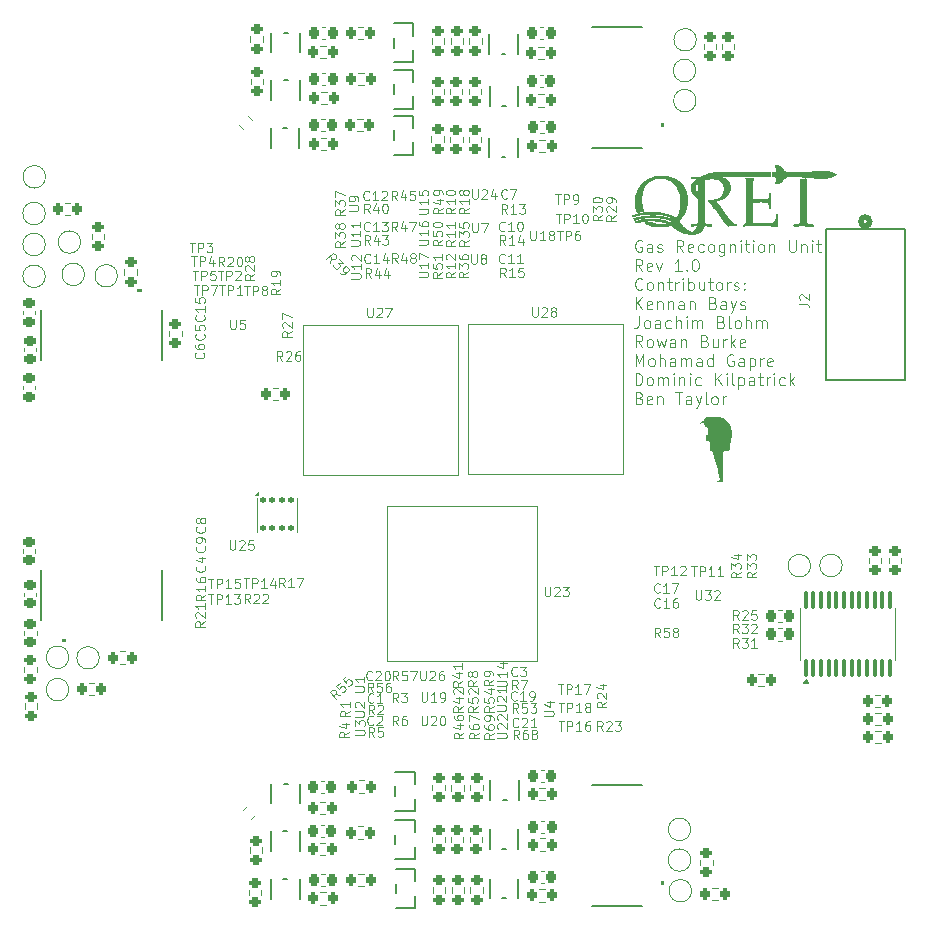
<source format=gto>
%TF.GenerationSoftware,KiCad,Pcbnew,7.0.11*%
%TF.CreationDate,2024-03-27T11:39:53-04:00*%
%TF.ProjectId,Sensor-Board,53656e73-6f72-42d4-926f-6172642e6b69,rev?*%
%TF.SameCoordinates,Original*%
%TF.FileFunction,Legend,Top*%
%TF.FilePolarity,Positive*%
%FSLAX46Y46*%
G04 Gerber Fmt 4.6, Leading zero omitted, Abs format (unit mm)*
G04 Created by KiCad (PCBNEW 7.0.11) date 2024-03-27 11:39:53*
%MOMM*%
%LPD*%
G01*
G04 APERTURE LIST*
G04 Aperture macros list*
%AMRoundRect*
0 Rectangle with rounded corners*
0 $1 Rounding radius*
0 $2 $3 $4 $5 $6 $7 $8 $9 X,Y pos of 4 corners*
0 Add a 4 corners polygon primitive as box body*
4,1,4,$2,$3,$4,$5,$6,$7,$8,$9,$2,$3,0*
0 Add four circle primitives for the rounded corners*
1,1,$1+$1,$2,$3*
1,1,$1+$1,$4,$5*
1,1,$1+$1,$6,$7*
1,1,$1+$1,$8,$9*
0 Add four rect primitives between the rounded corners*
20,1,$1+$1,$2,$3,$4,$5,0*
20,1,$1+$1,$4,$5,$6,$7,0*
20,1,$1+$1,$6,$7,$8,$9,0*
20,1,$1+$1,$8,$9,$2,$3,0*%
G04 Aperture macros list end*
%ADD10C,0.000000*%
%ADD11C,0.100000*%
%ADD12C,0.120000*%
%ADD13C,0.152400*%
%ADD14C,0.508000*%
%ADD15RoundRect,0.200000X0.275000X-0.200000X0.275000X0.200000X-0.275000X0.200000X-0.275000X-0.200000X0*%
%ADD16RoundRect,0.225000X0.250000X-0.225000X0.250000X0.225000X-0.250000X0.225000X-0.250000X-0.225000X0*%
%ADD17RoundRect,0.225000X0.225000X0.250000X-0.225000X0.250000X-0.225000X-0.250000X0.225000X-0.250000X0*%
%ADD18RoundRect,0.200000X-0.200000X-0.275000X0.200000X-0.275000X0.200000X0.275000X-0.200000X0.275000X0*%
%ADD19RoundRect,0.200000X-0.275000X0.200000X-0.275000X-0.200000X0.275000X-0.200000X0.275000X0.200000X0*%
%ADD20C,1.500000*%
%ADD21R,0.558800X1.460500*%
%ADD22C,1.498600*%
%ADD23R,0.304800X0.850900*%
%ADD24RoundRect,0.200000X0.053033X-0.335876X0.335876X-0.053033X-0.053033X0.335876X-0.335876X0.053033X0*%
%ADD25RoundRect,0.200000X0.200000X0.275000X-0.200000X0.275000X-0.200000X-0.275000X0.200000X-0.275000X0*%
%ADD26R,1.270000X0.558800*%
%ADD27C,10.500000*%
%ADD28R,1.460500X0.558800*%
%ADD29RoundRect,0.225000X-0.250000X0.225000X-0.250000X-0.225000X0.250000X-0.225000X0.250000X0.225000X0*%
%ADD30C,1.830000*%
%ADD31RoundRect,0.200000X0.335876X0.053033X0.053033X0.335876X-0.335876X-0.053033X-0.053033X-0.335876X0*%
%ADD32RoundRect,0.100000X0.100000X-0.637500X0.100000X0.637500X-0.100000X0.637500X-0.100000X-0.637500X0*%
%ADD33RoundRect,0.125000X-0.125000X-0.137500X0.125000X-0.137500X0.125000X0.137500X-0.125000X0.137500X0*%
G04 APERTURE END LIST*
D10*
G36*
X163060374Y-70729590D02*
G01*
X163275589Y-70730165D01*
X163436846Y-70730921D01*
X163499661Y-70731406D01*
X163551891Y-70731984D01*
X163594506Y-70732668D01*
X163628473Y-70733476D01*
X163654761Y-70734422D01*
X163674338Y-70735522D01*
X163688173Y-70736792D01*
X163693240Y-70737495D01*
X163697234Y-70738247D01*
X163700277Y-70739048D01*
X163702490Y-70739902D01*
X163703993Y-70740809D01*
X163704909Y-70741773D01*
X163706050Y-70743838D01*
X163707094Y-70747149D01*
X163708899Y-70757659D01*
X163710341Y-70773610D01*
X163711435Y-70795307D01*
X163712198Y-70823057D01*
X163712647Y-70857165D01*
X163712670Y-70945679D01*
X163712534Y-70979363D01*
X163712376Y-71008907D01*
X163712175Y-71034605D01*
X163711909Y-71056749D01*
X163711745Y-71066579D01*
X163711556Y-71075630D01*
X163711340Y-71083939D01*
X163711095Y-71091543D01*
X163710817Y-71098477D01*
X163710503Y-71104778D01*
X163710152Y-71110483D01*
X163709759Y-71115629D01*
X163709324Y-71120252D01*
X163708842Y-71124389D01*
X163708312Y-71128075D01*
X163707730Y-71131349D01*
X163707418Y-71132842D01*
X163707093Y-71134245D01*
X163706754Y-71135564D01*
X163706400Y-71136802D01*
X163706031Y-71137964D01*
X163705647Y-71139055D01*
X163705247Y-71140079D01*
X163704832Y-71141040D01*
X163704400Y-71141945D01*
X163703951Y-71142796D01*
X163703485Y-71143598D01*
X163703003Y-71144357D01*
X163702502Y-71145077D01*
X163701984Y-71145761D01*
X163700892Y-71147045D01*
X163699724Y-71148244D01*
X163698477Y-71149395D01*
X163697149Y-71150535D01*
X163695736Y-71151701D01*
X163683428Y-71155690D01*
X163643437Y-71158745D01*
X163395346Y-71162549D01*
X161631280Y-71164401D01*
X160183921Y-71166165D01*
X159742651Y-71167973D01*
X159579525Y-71170045D01*
X159579460Y-71170409D01*
X159579657Y-71170836D01*
X159580813Y-71171875D01*
X159582943Y-71173146D01*
X159585996Y-71174631D01*
X159594668Y-71178181D01*
X159606424Y-71182393D01*
X159620859Y-71187133D01*
X159637568Y-71192270D01*
X159656145Y-71197672D01*
X159676186Y-71203207D01*
X159705929Y-71211338D01*
X159733879Y-71219375D01*
X159760196Y-71227390D01*
X159785040Y-71235453D01*
X159808569Y-71243636D01*
X159830942Y-71252010D01*
X159852320Y-71260646D01*
X159872860Y-71269617D01*
X159892722Y-71278993D01*
X159912065Y-71288845D01*
X159931048Y-71299245D01*
X159949831Y-71310264D01*
X159968573Y-71321973D01*
X159987433Y-71334444D01*
X160006569Y-71347748D01*
X160026142Y-71361957D01*
X160050247Y-71380744D01*
X160073596Y-71400569D01*
X160096159Y-71421395D01*
X160117908Y-71443184D01*
X160138813Y-71465898D01*
X160158847Y-71489502D01*
X160177979Y-71513958D01*
X160196181Y-71539227D01*
X160213423Y-71565274D01*
X160229678Y-71592061D01*
X160244915Y-71619551D01*
X160259107Y-71647706D01*
X160272224Y-71676490D01*
X160284237Y-71705865D01*
X160295117Y-71735794D01*
X160304836Y-71766240D01*
X160317785Y-71812731D01*
X160328588Y-71859299D01*
X160337250Y-71905887D01*
X160343774Y-71952440D01*
X160348165Y-71998903D01*
X160350427Y-72045218D01*
X160350564Y-72091331D01*
X160348580Y-72137186D01*
X160344480Y-72182726D01*
X160338267Y-72227896D01*
X160329946Y-72272641D01*
X160319520Y-72316904D01*
X160306995Y-72360629D01*
X160292373Y-72403762D01*
X160275659Y-72446245D01*
X160256858Y-72488023D01*
X160229296Y-72541731D01*
X160199043Y-72593804D01*
X160166171Y-72644178D01*
X160130751Y-72692789D01*
X160092855Y-72739572D01*
X160052554Y-72784464D01*
X160009920Y-72827401D01*
X159965023Y-72868318D01*
X159917935Y-72907151D01*
X159868727Y-72943837D01*
X159817471Y-72978311D01*
X159764237Y-73010509D01*
X159709098Y-73040367D01*
X159652124Y-73067822D01*
X159593387Y-73092808D01*
X159532958Y-73115262D01*
X159498452Y-73126423D01*
X159452701Y-73140122D01*
X159343869Y-73170736D01*
X159239271Y-73198308D01*
X159198812Y-73208204D01*
X159171714Y-73214040D01*
X159168971Y-73214461D01*
X159166308Y-73214926D01*
X159163738Y-73215430D01*
X159161274Y-73215969D01*
X159158930Y-73216537D01*
X159156719Y-73217128D01*
X159154656Y-73217738D01*
X159152752Y-73218361D01*
X159151022Y-73218993D01*
X159149479Y-73219628D01*
X159148137Y-73220261D01*
X159147545Y-73220574D01*
X159147008Y-73220886D01*
X159146528Y-73221194D01*
X159146107Y-73221499D01*
X159145746Y-73221799D01*
X159145447Y-73222095D01*
X159145211Y-73222384D01*
X159145041Y-73222667D01*
X159144937Y-73222944D01*
X159144903Y-73223212D01*
X159148152Y-73230864D01*
X159159389Y-73248447D01*
X159214753Y-73325606D01*
X159328854Y-73479097D01*
X159519552Y-73733329D01*
X159888712Y-74223966D01*
X160140265Y-74556448D01*
X160300007Y-74764708D01*
X160353511Y-74832858D01*
X160393736Y-74882679D01*
X160429823Y-74926435D01*
X160462432Y-74965299D01*
X160491989Y-74999572D01*
X160518917Y-75029556D01*
X160543642Y-75055549D01*
X160566588Y-75077854D01*
X160577526Y-75087718D01*
X160588180Y-75096772D01*
X160598601Y-75105054D01*
X160608842Y-75112602D01*
X160618958Y-75119453D01*
X160629001Y-75125645D01*
X160639024Y-75131216D01*
X160649080Y-75136203D01*
X160659222Y-75140644D01*
X160669504Y-75144577D01*
X160679978Y-75148038D01*
X160690698Y-75151066D01*
X160701716Y-75153698D01*
X160713087Y-75155971D01*
X160737095Y-75159594D01*
X160763148Y-75162236D01*
X160791670Y-75164196D01*
X160826363Y-75166449D01*
X160840386Y-75167707D01*
X160852391Y-75169256D01*
X160857684Y-75170186D01*
X160862528Y-75171247D01*
X160866942Y-75172456D01*
X160870945Y-75173832D01*
X160874555Y-75175395D01*
X160877791Y-75177164D01*
X160880672Y-75179157D01*
X160883215Y-75181393D01*
X160885440Y-75183892D01*
X160887366Y-75186673D01*
X160889010Y-75189754D01*
X160890392Y-75193155D01*
X160891530Y-75196894D01*
X160892442Y-75200991D01*
X160893148Y-75205464D01*
X160893666Y-75210332D01*
X160894212Y-75221331D01*
X160894228Y-75234140D01*
X160893269Y-75265795D01*
X160892706Y-75281489D01*
X160892007Y-75295305D01*
X160891068Y-75307346D01*
X160889786Y-75317720D01*
X160888984Y-75322314D01*
X160888057Y-75326531D01*
X160886993Y-75330383D01*
X160885778Y-75333884D01*
X160884401Y-75337048D01*
X160882847Y-75339886D01*
X160881104Y-75342413D01*
X160879158Y-75344641D01*
X160876998Y-75346585D01*
X160874610Y-75348256D01*
X160871981Y-75349668D01*
X160869099Y-75350834D01*
X160865949Y-75351768D01*
X160862521Y-75352483D01*
X160858799Y-75352991D01*
X160854773Y-75353306D01*
X160850428Y-75353442D01*
X160845751Y-75353411D01*
X160835353Y-75352901D01*
X160823475Y-75351883D01*
X160810014Y-75350462D01*
X160759168Y-75347345D01*
X160682915Y-75345369D01*
X160590108Y-75344484D01*
X160489603Y-75344641D01*
X160390257Y-75345791D01*
X160300922Y-75347883D01*
X160230456Y-75350867D01*
X160187714Y-75354696D01*
X160168690Y-75357700D01*
X160160629Y-75358869D01*
X160153395Y-75359811D01*
X160146885Y-75360521D01*
X160140994Y-75360996D01*
X160135618Y-75361231D01*
X160130652Y-75361222D01*
X160125992Y-75360965D01*
X160121534Y-75360456D01*
X160117172Y-75359690D01*
X160112804Y-75358664D01*
X160108324Y-75357374D01*
X160103627Y-75355814D01*
X160098611Y-75353982D01*
X160093169Y-75351873D01*
X160085778Y-75348880D01*
X160078420Y-75345460D01*
X160071098Y-75341613D01*
X160063811Y-75337343D01*
X160056562Y-75332651D01*
X160049352Y-75327540D01*
X160042180Y-75322011D01*
X160035049Y-75316066D01*
X160027959Y-75309709D01*
X160020912Y-75302939D01*
X160013908Y-75295761D01*
X160006948Y-75288175D01*
X160000034Y-75280184D01*
X159993166Y-75271790D01*
X159986346Y-75262995D01*
X159979575Y-75253801D01*
X159710052Y-74889734D01*
X159495740Y-74599928D01*
X159322703Y-74364095D01*
X159139126Y-74116809D01*
X159050000Y-74000000D01*
X158960047Y-73884406D01*
X158867316Y-73767522D01*
X158769856Y-73646843D01*
X158552942Y-73384079D01*
X158492378Y-73311425D01*
X158468086Y-73282056D01*
X158447450Y-73256737D01*
X158430216Y-73235028D01*
X158422796Y-73225388D01*
X158416131Y-73216486D01*
X158410191Y-73208265D01*
X158404942Y-73200671D01*
X158400355Y-73193648D01*
X158396396Y-73187141D01*
X158393035Y-73181095D01*
X158390240Y-73175454D01*
X158387978Y-73170165D01*
X158386220Y-73165170D01*
X158384931Y-73160417D01*
X158384082Y-73155848D01*
X158383641Y-73151409D01*
X158383575Y-73147045D01*
X158383854Y-73142701D01*
X158384445Y-73138321D01*
X158385316Y-73133850D01*
X158386437Y-73129234D01*
X158389300Y-73119343D01*
X158392780Y-73108207D01*
X158394074Y-73103937D01*
X158395320Y-73100109D01*
X158396540Y-73096703D01*
X158397752Y-73093699D01*
X158398362Y-73092340D01*
X158398977Y-73091074D01*
X158399600Y-73089898D01*
X158400234Y-73088809D01*
X158400881Y-73087805D01*
X158401543Y-73086884D01*
X158402223Y-73086041D01*
X158402923Y-73085276D01*
X158403646Y-73084585D01*
X158404394Y-73083966D01*
X158405169Y-73083416D01*
X158405975Y-73082933D01*
X158406813Y-73082514D01*
X158407687Y-73082157D01*
X158408598Y-73081858D01*
X158409548Y-73081616D01*
X158410541Y-73081427D01*
X158411579Y-73081290D01*
X158412665Y-73081201D01*
X158413800Y-73081158D01*
X158414987Y-73081159D01*
X158416229Y-73081200D01*
X158418886Y-73081395D01*
X158477552Y-73085842D01*
X158543857Y-73088131D01*
X158615190Y-73088353D01*
X158688937Y-73086599D01*
X158762486Y-73082960D01*
X158833223Y-73077526D01*
X158898537Y-73070389D01*
X158955814Y-73061640D01*
X158995215Y-73053924D01*
X159034256Y-73044825D01*
X159072856Y-73034383D01*
X159110937Y-73022636D01*
X159148418Y-73009624D01*
X159185220Y-72995387D01*
X159221263Y-72979962D01*
X159256469Y-72963391D01*
X159290756Y-72945712D01*
X159324046Y-72926964D01*
X159356259Y-72907187D01*
X159387316Y-72886420D01*
X159417137Y-72864701D01*
X159445642Y-72842072D01*
X159472751Y-72818570D01*
X159498386Y-72794234D01*
X159520929Y-72771201D01*
X159542270Y-72747582D01*
X159562430Y-72723339D01*
X159581432Y-72698433D01*
X159599297Y-72672824D01*
X159616047Y-72646473D01*
X159631704Y-72619340D01*
X159646288Y-72591387D01*
X159659823Y-72562574D01*
X159672329Y-72532862D01*
X159683828Y-72502211D01*
X159694343Y-72470583D01*
X159703894Y-72437937D01*
X159712504Y-72404236D01*
X159720194Y-72369439D01*
X159726986Y-72333507D01*
X159733457Y-72291379D01*
X159738328Y-72249940D01*
X159741609Y-72209210D01*
X159743311Y-72169206D01*
X159743446Y-72129948D01*
X159742025Y-72091456D01*
X159739059Y-72053749D01*
X159734559Y-72016844D01*
X159728537Y-71980763D01*
X159721004Y-71945523D01*
X159711971Y-71911145D01*
X159701449Y-71877646D01*
X159689450Y-71845047D01*
X159675985Y-71813365D01*
X159661064Y-71782622D01*
X159644700Y-71752834D01*
X159626904Y-71724023D01*
X159607686Y-71696206D01*
X159587058Y-71669403D01*
X159565032Y-71643633D01*
X159541618Y-71618915D01*
X159516828Y-71595269D01*
X159490672Y-71572713D01*
X159463163Y-71551266D01*
X159434312Y-71530948D01*
X159404129Y-71511778D01*
X159372626Y-71493774D01*
X159339814Y-71476957D01*
X159305704Y-71461344D01*
X159270308Y-71446956D01*
X159233638Y-71433811D01*
X159195703Y-71421929D01*
X159165386Y-71413505D01*
X159134044Y-71405705D01*
X159101792Y-71398539D01*
X159068747Y-71392020D01*
X159000738Y-71380964D01*
X158930943Y-71372628D01*
X158860288Y-71367103D01*
X158789699Y-71364481D01*
X158720103Y-71364852D01*
X158685966Y-71366188D01*
X158652425Y-71368306D01*
X158617762Y-71371135D01*
X158581567Y-71374793D01*
X158506518Y-71384215D01*
X158431154Y-71395802D01*
X158359354Y-71408788D01*
X158294996Y-71422401D01*
X158266819Y-71429204D01*
X158241957Y-71435874D01*
X158220893Y-71442318D01*
X158204114Y-71448438D01*
X158192104Y-71454138D01*
X158188038Y-71456801D01*
X158185347Y-71459323D01*
X158182727Y-71463652D01*
X158180160Y-71470276D01*
X158175204Y-71490324D01*
X158170514Y-71519301D01*
X158166121Y-71557043D01*
X158162058Y-71603383D01*
X158158360Y-71658158D01*
X158155058Y-71721200D01*
X158152186Y-71792345D01*
X158147589Y-72354298D01*
X158147159Y-73362206D01*
X158150301Y-74345244D01*
X158156419Y-74832584D01*
X158159789Y-74867314D01*
X158163530Y-74899943D01*
X158167619Y-74930290D01*
X158172030Y-74958173D01*
X158176738Y-74983411D01*
X158181720Y-75005820D01*
X158184305Y-75015908D01*
X158186950Y-75025220D01*
X158189650Y-75033735D01*
X158192403Y-75041429D01*
X158194936Y-75047634D01*
X158198018Y-75053799D01*
X158201619Y-75059901D01*
X158205709Y-75065914D01*
X158210258Y-75071815D01*
X158215235Y-75077582D01*
X158220612Y-75083189D01*
X158226358Y-75088613D01*
X158232442Y-75093830D01*
X158238836Y-75098817D01*
X158245508Y-75103550D01*
X158252430Y-75108005D01*
X158259571Y-75112157D01*
X158266901Y-75115985D01*
X158274390Y-75119463D01*
X158282008Y-75122568D01*
X158293668Y-75126531D01*
X158307582Y-75130464D01*
X158341209Y-75138112D01*
X158380954Y-75145264D01*
X158424883Y-75151672D01*
X158471061Y-75157088D01*
X158517553Y-75161263D01*
X158562425Y-75163950D01*
X158603741Y-75164901D01*
X158626929Y-75164988D01*
X158647392Y-75165335D01*
X158665300Y-75166068D01*
X158680823Y-75167315D01*
X158687743Y-75168171D01*
X158694130Y-75169203D01*
X158700006Y-75170427D01*
X158705391Y-75171859D01*
X158710307Y-75173514D01*
X158714775Y-75175409D01*
X158718816Y-75177560D01*
X158722451Y-75179982D01*
X158725702Y-75182692D01*
X158728590Y-75185704D01*
X158731135Y-75189036D01*
X158733360Y-75192703D01*
X158735284Y-75196721D01*
X158736931Y-75201105D01*
X158738320Y-75205872D01*
X158739473Y-75211038D01*
X158740410Y-75216618D01*
X158741155Y-75222628D01*
X158742146Y-75236004D01*
X158742617Y-75251291D01*
X158742736Y-75268618D01*
X158742226Y-75302661D01*
X158741127Y-75316441D01*
X158739054Y-75328237D01*
X158737556Y-75333433D01*
X158735699Y-75338181D01*
X158733445Y-75342500D01*
X158730755Y-75346405D01*
X158727591Y-75349914D01*
X158723914Y-75353042D01*
X158719685Y-75355806D01*
X158714866Y-75358223D01*
X158709419Y-75360310D01*
X158703306Y-75362082D01*
X158688923Y-75364750D01*
X158671412Y-75366359D01*
X158650462Y-75367043D01*
X158625767Y-75366932D01*
X158597019Y-75366161D01*
X158526130Y-75363162D01*
X158269308Y-75351168D01*
X158173352Y-75346934D01*
X158148658Y-75368807D01*
X158145349Y-75371886D01*
X158142027Y-75375322D01*
X158138680Y-75379138D01*
X158135297Y-75383359D01*
X158131863Y-75388009D01*
X158128368Y-75393115D01*
X158124798Y-75398700D01*
X158121141Y-75404790D01*
X158113518Y-75418581D01*
X158105399Y-75434688D01*
X158096684Y-75453308D01*
X158087275Y-75474640D01*
X158077436Y-75496571D01*
X158067464Y-75517697D01*
X158057311Y-75538089D01*
X158046926Y-75557818D01*
X158036260Y-75576957D01*
X158025263Y-75595575D01*
X158013886Y-75613745D01*
X158002079Y-75631538D01*
X157989792Y-75649025D01*
X157976977Y-75666277D01*
X157963582Y-75683366D01*
X157949559Y-75700363D01*
X157934858Y-75717339D01*
X157919430Y-75734366D01*
X157903224Y-75751515D01*
X157886192Y-75768857D01*
X157852600Y-75800986D01*
X157818245Y-75831222D01*
X157783139Y-75859560D01*
X157747296Y-75885990D01*
X157710730Y-75910506D01*
X157673454Y-75933101D01*
X157635481Y-75953767D01*
X157596825Y-75972498D01*
X157557500Y-75989285D01*
X157517518Y-76004122D01*
X157476893Y-76017002D01*
X157435639Y-76027917D01*
X157393769Y-76036860D01*
X157351296Y-76043824D01*
X157308234Y-76048801D01*
X157264597Y-76051785D01*
X157213352Y-76052753D01*
X157143693Y-76052126D01*
X156974173Y-76047110D01*
X156806107Y-76038787D01*
X156738268Y-76034025D01*
X156689569Y-76029206D01*
X156650474Y-76023711D01*
X156607526Y-76016992D01*
X156562693Y-76009412D01*
X156517943Y-76001337D01*
X156475243Y-75993130D01*
X156436561Y-75985153D01*
X156403866Y-75977773D01*
X156379125Y-75971351D01*
X156352992Y-75963163D01*
X156324709Y-75952808D01*
X156294045Y-75940171D01*
X156260768Y-75925137D01*
X156224647Y-75907589D01*
X156185450Y-75887412D01*
X156142946Y-75864490D01*
X156096902Y-75838707D01*
X156008657Y-75788510D01*
X155930424Y-75742729D01*
X155858591Y-75699031D01*
X155789545Y-75655086D01*
X155719672Y-75608560D01*
X155645358Y-75557124D01*
X155562991Y-75498444D01*
X155468958Y-75430190D01*
X155416294Y-75391734D01*
X155394043Y-75375635D01*
X155374270Y-75361465D01*
X155356792Y-75349105D01*
X155341425Y-75338438D01*
X155327986Y-75329346D01*
X155316293Y-75321711D01*
X155306163Y-75315416D01*
X155297413Y-75310342D01*
X155293498Y-75308227D01*
X155289859Y-75306372D01*
X155286474Y-75304765D01*
X155283320Y-75303389D01*
X155280373Y-75302230D01*
X155277611Y-75301273D01*
X155275011Y-75300504D01*
X155272550Y-75299908D01*
X155270206Y-75299470D01*
X155267955Y-75299175D01*
X155265774Y-75299009D01*
X155263641Y-75298957D01*
X155260491Y-75299103D01*
X155256633Y-75299534D01*
X155246995Y-75301195D01*
X155235141Y-75303831D01*
X155221484Y-75307335D01*
X155206439Y-75311600D01*
X155190418Y-75316518D01*
X155173835Y-75321982D01*
X155157103Y-75327884D01*
X155105554Y-75345077D01*
X155049516Y-75361575D01*
X154990055Y-75377146D01*
X154928238Y-75391561D01*
X154865131Y-75404586D01*
X154801800Y-75415990D01*
X154739313Y-75425543D01*
X154678736Y-75433012D01*
X154628885Y-75436391D01*
X154560390Y-75438612D01*
X154478946Y-75439709D01*
X154390252Y-75439715D01*
X154300003Y-75438662D01*
X154213896Y-75436584D01*
X154137629Y-75433514D01*
X154076897Y-75429484D01*
X154016508Y-75423715D01*
X153958278Y-75417233D01*
X153902070Y-75410003D01*
X153847746Y-75401990D01*
X153795166Y-75393157D01*
X153744192Y-75383472D01*
X153694685Y-75372897D01*
X153646508Y-75361398D01*
X153599521Y-75348940D01*
X153553587Y-75335488D01*
X153508566Y-75321007D01*
X153464320Y-75305461D01*
X153420711Y-75288815D01*
X153377600Y-75271035D01*
X153334849Y-75252084D01*
X153292319Y-75231929D01*
X153260488Y-75215573D01*
X153225787Y-75196728D01*
X153189715Y-75176280D01*
X153153766Y-75155111D01*
X153119437Y-75134109D01*
X153088226Y-75114156D01*
X153061629Y-75096138D01*
X153050528Y-75088131D01*
X153041141Y-75080940D01*
X153035655Y-75076550D01*
X153030821Y-75072612D01*
X153026614Y-75069082D01*
X153024737Y-75067455D01*
X153023006Y-75065914D01*
X153021420Y-75064452D01*
X153019974Y-75063064D01*
X153018665Y-75061745D01*
X153017490Y-75060488D01*
X153016446Y-75059289D01*
X153015529Y-75058142D01*
X153014737Y-75057041D01*
X153014066Y-75055981D01*
X153013512Y-75054956D01*
X153013073Y-75053960D01*
X153012746Y-75052988D01*
X153012526Y-75052035D01*
X153012412Y-75051095D01*
X153012399Y-75050162D01*
X153012485Y-75049231D01*
X153012666Y-75048297D01*
X153012938Y-75047353D01*
X153013300Y-75046394D01*
X153013747Y-75045415D01*
X153014276Y-75044409D01*
X153014885Y-75043373D01*
X153015569Y-75042299D01*
X153017152Y-75040018D01*
X153020608Y-75035633D01*
X153024653Y-75031466D01*
X153029333Y-75027501D01*
X153034692Y-75023724D01*
X153040775Y-75020121D01*
X153047625Y-75016677D01*
X153055288Y-75013377D01*
X153063807Y-75010208D01*
X153073228Y-75007155D01*
X153083595Y-75004203D01*
X153094951Y-75001337D01*
X153107342Y-74998544D01*
X153135406Y-74993118D01*
X153168141Y-74987807D01*
X153202625Y-74982894D01*
X153238657Y-74978735D01*
X153275919Y-74975322D01*
X153314092Y-74972648D01*
X153391892Y-74969488D01*
X153469502Y-74969198D01*
X153544366Y-74971718D01*
X153579971Y-74974014D01*
X153613931Y-74976992D01*
X153645928Y-74980643D01*
X153675641Y-74984961D01*
X153702752Y-74989938D01*
X153726941Y-74995568D01*
X153739192Y-74998980D01*
X153753378Y-75003285D01*
X153768985Y-75008317D01*
X153785503Y-75013912D01*
X153802417Y-75019904D01*
X153819215Y-75026127D01*
X153835385Y-75032416D01*
X153850414Y-75038606D01*
X153898084Y-75058042D01*
X153944903Y-75075888D01*
X153991044Y-75092175D01*
X154036680Y-75106935D01*
X154081986Y-75120199D01*
X154127135Y-75131996D01*
X154172300Y-75142360D01*
X154217655Y-75151319D01*
X154263374Y-75158906D01*
X154309631Y-75165152D01*
X154356599Y-75170087D01*
X154404451Y-75173743D01*
X154453362Y-75176150D01*
X154503504Y-75177339D01*
X154555053Y-75177342D01*
X154608180Y-75176190D01*
X154638308Y-75175242D01*
X154668362Y-75174029D01*
X154725038Y-75171075D01*
X154771792Y-75167856D01*
X154789443Y-75166312D01*
X154802208Y-75164901D01*
X154814057Y-75162984D01*
X154826456Y-75160709D01*
X154839210Y-75158132D01*
X154852126Y-75155310D01*
X154877664Y-75149150D01*
X154901515Y-75142676D01*
X154912322Y-75139461D01*
X154922125Y-75136334D01*
X154930729Y-75133353D01*
X154937939Y-75130571D01*
X154943562Y-75128046D01*
X154947404Y-75125834D01*
X154948595Y-75124862D01*
X154949269Y-75123989D01*
X154949400Y-75123222D01*
X154948964Y-75122568D01*
X154944589Y-75120313D01*
X154935299Y-75116832D01*
X154904337Y-75106847D01*
X154809440Y-75079352D01*
X154702107Y-75050535D01*
X154655601Y-75038896D01*
X154620175Y-75030846D01*
X154423538Y-74994905D01*
X154223289Y-74966497D01*
X154020509Y-74945679D01*
X153816282Y-74932509D01*
X153611692Y-74927045D01*
X153407821Y-74929345D01*
X153205752Y-74939466D01*
X153006569Y-74957468D01*
X152916273Y-74968948D01*
X152822364Y-74983430D01*
X152727578Y-75000343D01*
X152634653Y-75019116D01*
X152546325Y-75039179D01*
X152465331Y-75059961D01*
X152394407Y-75080892D01*
X152363577Y-75091235D01*
X152336291Y-75101401D01*
X152328945Y-75104236D01*
X152321838Y-75106880D01*
X152315145Y-75109276D01*
X152309039Y-75111367D01*
X152303694Y-75113094D01*
X152299283Y-75114399D01*
X152297482Y-75114875D01*
X152295980Y-75115224D01*
X152294798Y-75115439D01*
X152293958Y-75115512D01*
X152292950Y-75115014D01*
X152291533Y-75113559D01*
X152287586Y-75108020D01*
X152282349Y-75099378D01*
X152276055Y-75088117D01*
X152261216Y-75059665D01*
X152244922Y-75026524D01*
X152229025Y-74992557D01*
X152215377Y-74961624D01*
X152205830Y-74937587D01*
X152203173Y-74929361D01*
X152202236Y-74924307D01*
X152202539Y-74920452D01*
X152203537Y-74916787D01*
X152205361Y-74913252D01*
X152208145Y-74909788D01*
X152212020Y-74906336D01*
X152217119Y-74902838D01*
X152223573Y-74899235D01*
X152231516Y-74895467D01*
X152241080Y-74891476D01*
X152252396Y-74887203D01*
X152280817Y-74877575D01*
X152317837Y-74866111D01*
X152364514Y-74852340D01*
X152446184Y-74829113D01*
X152526417Y-74808474D01*
X152606483Y-74790167D01*
X152687658Y-74773935D01*
X152771214Y-74759522D01*
X152858425Y-74746672D01*
X152950563Y-74735128D01*
X153048902Y-74724634D01*
X153191912Y-74712309D01*
X153334702Y-74703619D01*
X153476938Y-74698531D01*
X153618286Y-74697008D01*
X153758410Y-74699015D01*
X153896975Y-74704518D01*
X154033647Y-74713481D01*
X154168090Y-74725869D01*
X154299970Y-74741647D01*
X154428953Y-74760780D01*
X154554702Y-74783233D01*
X154676884Y-74808970D01*
X154795163Y-74837957D01*
X154909204Y-74870158D01*
X155018674Y-74905538D01*
X155123236Y-74944062D01*
X155139796Y-74950843D01*
X155156364Y-74957832D01*
X155172486Y-74964836D01*
X155187706Y-74971667D01*
X155201570Y-74978134D01*
X155213624Y-74984047D01*
X155223412Y-74989216D01*
X155227315Y-74991462D01*
X155230480Y-74993451D01*
X155236534Y-74996899D01*
X155242529Y-74999831D01*
X155248472Y-75002247D01*
X155254370Y-75004145D01*
X155257305Y-75004898D01*
X155260231Y-75005521D01*
X155263150Y-75006013D01*
X155266063Y-75006374D01*
X155268969Y-75006604D01*
X155271871Y-75006703D01*
X155274769Y-75006669D01*
X155277664Y-75006504D01*
X155280557Y-75006206D01*
X155283449Y-75005776D01*
X155286341Y-75005213D01*
X155289233Y-75004517D01*
X155292127Y-75003687D01*
X155295023Y-75002724D01*
X155297923Y-75001627D01*
X155300826Y-75000396D01*
X155306650Y-74997531D01*
X155312502Y-74994126D01*
X155318390Y-74990180D01*
X155324319Y-74985690D01*
X155344075Y-74969462D01*
X155291864Y-74937007D01*
X155256815Y-74916386D01*
X155219434Y-74896658D01*
X155178977Y-74877525D01*
X155134701Y-74858690D01*
X155085861Y-74839855D01*
X155031712Y-74820722D01*
X154971511Y-74800994D01*
X154904513Y-74780373D01*
X154836263Y-74761311D01*
X154764020Y-74743568D01*
X154608842Y-74712155D01*
X154441559Y-74686363D01*
X154264751Y-74666426D01*
X154080998Y-74652574D01*
X153892879Y-74645039D01*
X153702975Y-74644052D01*
X153513864Y-74649845D01*
X153331968Y-74661156D01*
X153155397Y-74676436D01*
X152985375Y-74695486D01*
X152823125Y-74718108D01*
X152669870Y-74744103D01*
X152526835Y-74773274D01*
X152395244Y-74805420D01*
X152334122Y-74822548D01*
X152276319Y-74840345D01*
X152242863Y-74851207D01*
X152229336Y-74855399D01*
X152217692Y-74858712D01*
X152212517Y-74860027D01*
X152207743Y-74861107D01*
X152203345Y-74861949D01*
X152199301Y-74862546D01*
X152195586Y-74862894D01*
X152192177Y-74862988D01*
X152189051Y-74862823D01*
X152186184Y-74862394D01*
X152183553Y-74861697D01*
X152181134Y-74860726D01*
X152178904Y-74859476D01*
X152176839Y-74857943D01*
X152174915Y-74856122D01*
X152173109Y-74854007D01*
X152171398Y-74851594D01*
X152169758Y-74848878D01*
X152168166Y-74845854D01*
X152166597Y-74842518D01*
X152163438Y-74834886D01*
X152156375Y-74815651D01*
X152153227Y-74807343D01*
X152149187Y-74797472D01*
X152144419Y-74786394D01*
X152139089Y-74774464D01*
X152133361Y-74762039D01*
X152127403Y-74749472D01*
X152121378Y-74737121D01*
X152115452Y-74725340D01*
X152112610Y-74719573D01*
X152109911Y-74713935D01*
X152107368Y-74708454D01*
X152104990Y-74703159D01*
X152102791Y-74698079D01*
X152100780Y-74693243D01*
X152098971Y-74688679D01*
X152097373Y-74684418D01*
X152095998Y-74680487D01*
X152094858Y-74676916D01*
X152093963Y-74673733D01*
X152093327Y-74670968D01*
X152092959Y-74668649D01*
X152092879Y-74667667D01*
X152092871Y-74666806D01*
X152092935Y-74666072D01*
X152093074Y-74665468D01*
X152093289Y-74664996D01*
X152093580Y-74664662D01*
X152096607Y-74662798D01*
X152102353Y-74660170D01*
X152121031Y-74652932D01*
X152147679Y-74643578D01*
X152180364Y-74632736D01*
X152256101Y-74609100D01*
X152295284Y-74597563D01*
X152332764Y-74587051D01*
X152482665Y-74550109D01*
X152647078Y-74516804D01*
X152822718Y-74487535D01*
X153006305Y-74462697D01*
X153194554Y-74442688D01*
X153384185Y-74427904D01*
X153571913Y-74418743D01*
X153754458Y-74415601D01*
X153951497Y-74418456D01*
X154139217Y-74427066D01*
X154229751Y-74433550D01*
X154318157Y-74441497D01*
X154404502Y-74450916D01*
X154488853Y-74461815D01*
X154571278Y-74474202D01*
X154651844Y-74488086D01*
X154730617Y-74503474D01*
X154807665Y-74520376D01*
X154883056Y-74538799D01*
X154956856Y-74558752D01*
X155029132Y-74580242D01*
X155099953Y-74603279D01*
X155165897Y-74626438D01*
X155223888Y-74648192D01*
X155250329Y-74658743D01*
X155275297Y-74669185D01*
X155298962Y-74679598D01*
X155321497Y-74690062D01*
X155343073Y-74700659D01*
X155363861Y-74711469D01*
X155384033Y-74722572D01*
X155403760Y-74734049D01*
X155423215Y-74745981D01*
X155442569Y-74758449D01*
X155461993Y-74771532D01*
X155481658Y-74785312D01*
X155492977Y-74793392D01*
X155503182Y-74800443D01*
X155507896Y-74803586D01*
X155512368Y-74806477D01*
X155516608Y-74809116D01*
X155520629Y-74811506D01*
X155524442Y-74813648D01*
X155528059Y-74815543D01*
X155531492Y-74817193D01*
X155534752Y-74818600D01*
X155537852Y-74819765D01*
X155540803Y-74820690D01*
X155543616Y-74821376D01*
X155546305Y-74821825D01*
X155548879Y-74822038D01*
X155551351Y-74822017D01*
X155553734Y-74821763D01*
X155556038Y-74821279D01*
X155558275Y-74820565D01*
X155560457Y-74819623D01*
X155562596Y-74818455D01*
X155564704Y-74817062D01*
X155566792Y-74815446D01*
X155568872Y-74813608D01*
X155570957Y-74811550D01*
X155573056Y-74809274D01*
X155575183Y-74806780D01*
X155577350Y-74804071D01*
X155579567Y-74801148D01*
X155581847Y-74798012D01*
X155595958Y-74778257D01*
X155530341Y-74735923D01*
X155484288Y-74707503D01*
X155435360Y-74679943D01*
X155383660Y-74653279D01*
X155329291Y-74627543D01*
X155272355Y-74602771D01*
X155212953Y-74578996D01*
X155151189Y-74556253D01*
X155087164Y-74534575D01*
X155020982Y-74513997D01*
X154952744Y-74494553D01*
X154882552Y-74476276D01*
X154810509Y-74459202D01*
X154661280Y-74428796D01*
X154505875Y-74403606D01*
X154438939Y-74394783D01*
X154361181Y-74385934D01*
X154184406Y-74369122D01*
X153997974Y-74355089D01*
X153908144Y-74349713D01*
X153824308Y-74345751D01*
X153685126Y-74342223D01*
X153539925Y-74342664D01*
X153390821Y-74346942D01*
X153239932Y-74354923D01*
X153089373Y-74366477D01*
X152941261Y-74381470D01*
X152797714Y-74399770D01*
X152660847Y-74421245D01*
X152587523Y-74434698D01*
X152511611Y-74450283D01*
X152435682Y-74467357D01*
X152362309Y-74485275D01*
X152294061Y-74503390D01*
X152233512Y-74521060D01*
X152183231Y-74537637D01*
X152162746Y-74545315D01*
X152145791Y-74552479D01*
X152134281Y-74557500D01*
X152123787Y-74561990D01*
X152114252Y-74565963D01*
X152105619Y-74569434D01*
X152097829Y-74572417D01*
X152090824Y-74574927D01*
X152084547Y-74576978D01*
X152081663Y-74577836D01*
X152078940Y-74578585D01*
X152076369Y-74579226D01*
X152073945Y-74579761D01*
X152071658Y-74580193D01*
X152069503Y-74580522D01*
X152067472Y-74580751D01*
X152065558Y-74580882D01*
X152063753Y-74580916D01*
X152062051Y-74580856D01*
X152060443Y-74580702D01*
X152058924Y-74580457D01*
X152057485Y-74580123D01*
X152056120Y-74579701D01*
X152054820Y-74579193D01*
X152053580Y-74578601D01*
X152052391Y-74577928D01*
X152051247Y-74577173D01*
X152048589Y-74574111D01*
X152045196Y-74568584D01*
X152041193Y-74560922D01*
X152036706Y-74551454D01*
X152026777Y-74528420D01*
X152016410Y-74502120D01*
X152006605Y-74475192D01*
X151998363Y-74450273D01*
X151995141Y-74439391D01*
X151992684Y-74430000D01*
X151991119Y-74422431D01*
X151990569Y-74417012D01*
X151990966Y-74412824D01*
X151992190Y-74408708D01*
X151994290Y-74404638D01*
X151997316Y-74400586D01*
X152001318Y-74396526D01*
X152006345Y-74392431D01*
X152012447Y-74388274D01*
X152019673Y-74384027D01*
X152028074Y-74379666D01*
X152037698Y-74375161D01*
X152048596Y-74370487D01*
X152060816Y-74365617D01*
X152089424Y-74355179D01*
X152123919Y-74343634D01*
X152234398Y-74310570D01*
X152360710Y-74278084D01*
X152498383Y-74247020D01*
X152642943Y-74218222D01*
X152789918Y-74192532D01*
X152934834Y-74170795D01*
X153073218Y-74153853D01*
X153200597Y-74142551D01*
X153376199Y-74133550D01*
X153562955Y-74130204D01*
X153756408Y-74132282D01*
X153952102Y-74139552D01*
X154145580Y-74151784D01*
X154332385Y-74168745D01*
X154508062Y-74190204D01*
X154668152Y-74215929D01*
X154775682Y-74237218D01*
X154883468Y-74261625D01*
X154989981Y-74288693D01*
X155093691Y-74317970D01*
X155193068Y-74348999D01*
X155286583Y-74381327D01*
X155372706Y-74414497D01*
X155412518Y-74431257D01*
X155449908Y-74448057D01*
X155477850Y-74461647D01*
X155509406Y-74478065D01*
X155543161Y-74496500D01*
X155577702Y-74516143D01*
X155611614Y-74536182D01*
X155643484Y-74555808D01*
X155671898Y-74574210D01*
X155695442Y-74590578D01*
X155728602Y-74614568D01*
X155765997Y-74556712D01*
X155807683Y-74487616D01*
X155846705Y-74414410D01*
X155882996Y-74337401D01*
X155916490Y-74256895D01*
X155947119Y-74173197D01*
X155974815Y-74086614D01*
X155999513Y-73997450D01*
X156021144Y-73906013D01*
X156039641Y-73812609D01*
X156054937Y-73717542D01*
X156066966Y-73621119D01*
X156075659Y-73523646D01*
X156080949Y-73425430D01*
X156082771Y-73326775D01*
X156081055Y-73227987D01*
X156075736Y-73129373D01*
X156068426Y-73043796D01*
X156059194Y-72960095D01*
X156048035Y-72878263D01*
X156034946Y-72798291D01*
X156019922Y-72720172D01*
X156002959Y-72643896D01*
X155984053Y-72569456D01*
X155963200Y-72496843D01*
X155940395Y-72426049D01*
X155915635Y-72357065D01*
X155888916Y-72289885D01*
X155860233Y-72224498D01*
X155829582Y-72160898D01*
X155796959Y-72099075D01*
X155762360Y-72039021D01*
X155725780Y-71980729D01*
X155687447Y-71924826D01*
X155647052Y-71871410D01*
X155604583Y-71820474D01*
X155560030Y-71772006D01*
X155513381Y-71725998D01*
X155464624Y-71682440D01*
X155413749Y-71641324D01*
X155360744Y-71602639D01*
X155305597Y-71566377D01*
X155248297Y-71532529D01*
X155188833Y-71501084D01*
X155127194Y-71472034D01*
X155063367Y-71445370D01*
X154997342Y-71421081D01*
X154929108Y-71399160D01*
X154858653Y-71379596D01*
X154816191Y-71369219D01*
X154774416Y-71360215D01*
X154732359Y-71352434D01*
X154689055Y-71345729D01*
X154643534Y-71339949D01*
X154594830Y-71334947D01*
X154541975Y-71330573D01*
X154484002Y-71326679D01*
X154392210Y-71323169D01*
X154302347Y-71323739D01*
X154214472Y-71328367D01*
X154128645Y-71337031D01*
X154044927Y-71349708D01*
X153963377Y-71366379D01*
X153884055Y-71387020D01*
X153807022Y-71411610D01*
X153732337Y-71440128D01*
X153660060Y-71472551D01*
X153590251Y-71508858D01*
X153522970Y-71549028D01*
X153458277Y-71593038D01*
X153396231Y-71640867D01*
X153336894Y-71692494D01*
X153280325Y-71747896D01*
X153243735Y-71787631D01*
X153208831Y-71828811D01*
X153175595Y-71871476D01*
X153144009Y-71915663D01*
X153114057Y-71961414D01*
X153085719Y-72008766D01*
X153058980Y-72057760D01*
X153033821Y-72108434D01*
X153010225Y-72160828D01*
X152988174Y-72214982D01*
X152967650Y-72270933D01*
X152948636Y-72328722D01*
X152931115Y-72388388D01*
X152915069Y-72449970D01*
X152900480Y-72513508D01*
X152887330Y-72579040D01*
X152877193Y-72637504D01*
X152868476Y-72697900D01*
X152861177Y-72759976D01*
X152855294Y-72823482D01*
X152850824Y-72888166D01*
X152847767Y-72953777D01*
X152845879Y-73086775D01*
X152849613Y-73220469D01*
X152858954Y-73352847D01*
X152865721Y-73417915D01*
X152873883Y-73481902D01*
X152883439Y-73544555D01*
X152894386Y-73605623D01*
X152906610Y-73664420D01*
X152921274Y-73727012D01*
X152937906Y-73791770D01*
X152956034Y-73857066D01*
X152975187Y-73921270D01*
X152994894Y-73982754D01*
X153014684Y-74039888D01*
X153034086Y-74091045D01*
X153048902Y-74128440D01*
X153031264Y-74134790D01*
X153018252Y-74138520D01*
X152999006Y-74142275D01*
X152973841Y-74146014D01*
X152943069Y-74149695D01*
X152907006Y-74153276D01*
X152865965Y-74156717D01*
X152820261Y-74159976D01*
X152770208Y-74163012D01*
X152727432Y-74165997D01*
X152679621Y-74170487D01*
X152629280Y-74176134D01*
X152578914Y-74182591D01*
X152531029Y-74189512D01*
X152488129Y-74196548D01*
X152452720Y-74203353D01*
X152438608Y-74206560D01*
X152427308Y-74209579D01*
X152423113Y-74210368D01*
X152418981Y-74210334D01*
X152414892Y-74209449D01*
X152410827Y-74207683D01*
X152406766Y-74205007D01*
X152402689Y-74201393D01*
X152398578Y-74196812D01*
X152394411Y-74191234D01*
X152390171Y-74184631D01*
X152385836Y-74176974D01*
X152381387Y-74168234D01*
X152376806Y-74158382D01*
X152372071Y-74147389D01*
X152367164Y-74135225D01*
X152362064Y-74121863D01*
X152356752Y-74107273D01*
X152328824Y-74023443D01*
X152304641Y-73940795D01*
X152283913Y-73857800D01*
X152266353Y-73772928D01*
X152251670Y-73684650D01*
X152239575Y-73591435D01*
X152229779Y-73491755D01*
X152221991Y-73384079D01*
X152218753Y-73328115D01*
X152216457Y-73278742D01*
X152215120Y-73234345D01*
X152214759Y-73193314D01*
X152215391Y-73154036D01*
X152217030Y-73114898D01*
X152219696Y-73074289D01*
X152223402Y-73030596D01*
X152232533Y-72944901D01*
X152243828Y-72861800D01*
X152257351Y-72781125D01*
X152273166Y-72702711D01*
X152291338Y-72626388D01*
X152311930Y-72551989D01*
X152335007Y-72479347D01*
X152360633Y-72408295D01*
X152388871Y-72338665D01*
X152419787Y-72270290D01*
X152453443Y-72203002D01*
X152489904Y-72136634D01*
X152529234Y-72071019D01*
X152571498Y-72005988D01*
X152616758Y-71941375D01*
X152665080Y-71877012D01*
X152680586Y-71857630D01*
X152697610Y-71837181D01*
X152735481Y-71793845D01*
X152777222Y-71748524D01*
X152821361Y-71702740D01*
X152866425Y-71658014D01*
X152910944Y-71615868D01*
X152953446Y-71577824D01*
X152973480Y-71560814D01*
X152992458Y-71545401D01*
X153036852Y-71511103D01*
X153082398Y-71477825D01*
X153129009Y-71445609D01*
X153176597Y-71414498D01*
X153225073Y-71384537D01*
X153274351Y-71355769D01*
X153324341Y-71328237D01*
X153374957Y-71301984D01*
X153426111Y-71277055D01*
X153477714Y-71253491D01*
X153529678Y-71231337D01*
X153581917Y-71210637D01*
X153634341Y-71191433D01*
X153686864Y-71173769D01*
X153739397Y-71157688D01*
X153791853Y-71143234D01*
X153888200Y-71120371D01*
X153986762Y-71100986D01*
X154087177Y-71085070D01*
X154189080Y-71072613D01*
X154292108Y-71063603D01*
X154395896Y-71058030D01*
X154500082Y-71055885D01*
X154604300Y-71057156D01*
X154708187Y-71061834D01*
X154811380Y-71069909D01*
X154913515Y-71081369D01*
X155014228Y-71096204D01*
X155113154Y-71114405D01*
X155209931Y-71135961D01*
X155304194Y-71160861D01*
X155395580Y-71189095D01*
X155489517Y-71222400D01*
X155580036Y-71258815D01*
X155667145Y-71298340D01*
X155750850Y-71340977D01*
X155831156Y-71386728D01*
X155908070Y-71435592D01*
X155981598Y-71487571D01*
X156051747Y-71542667D01*
X156118522Y-71600880D01*
X156181930Y-71662210D01*
X156241977Y-71726660D01*
X156298669Y-71794231D01*
X156352013Y-71864922D01*
X156402014Y-71938736D01*
X156448679Y-72015673D01*
X156492013Y-72095734D01*
X156516392Y-72145157D01*
X156539268Y-72194781D01*
X156560662Y-72244676D01*
X156580594Y-72294910D01*
X156599083Y-72345554D01*
X156616149Y-72396677D01*
X156631811Y-72448348D01*
X156646089Y-72500635D01*
X156659003Y-72553609D01*
X156670573Y-72607338D01*
X156680817Y-72661892D01*
X156689757Y-72717340D01*
X156697410Y-72773751D01*
X156703797Y-72831195D01*
X156708938Y-72889740D01*
X156712852Y-72949457D01*
X156716054Y-73015837D01*
X156718221Y-73073965D01*
X156719314Y-73125843D01*
X156719291Y-73173470D01*
X156718110Y-73218849D01*
X156715730Y-73263980D01*
X156712110Y-73310864D01*
X156707208Y-73361501D01*
X156700165Y-73424809D01*
X156692242Y-73486238D01*
X156683402Y-73545927D01*
X156673606Y-73604014D01*
X156662818Y-73660637D01*
X156651001Y-73715935D01*
X156638117Y-73770047D01*
X156624129Y-73823111D01*
X156609000Y-73875265D01*
X156592693Y-73926648D01*
X156575171Y-73977399D01*
X156556396Y-74027656D01*
X156536331Y-74077557D01*
X156514939Y-74127241D01*
X156492183Y-74176847D01*
X156468025Y-74226512D01*
X156447230Y-74267175D01*
X156426316Y-74306445D01*
X156405181Y-74344469D01*
X156383722Y-74381393D01*
X156361838Y-74417361D01*
X156339425Y-74452520D01*
X156316382Y-74487016D01*
X156292606Y-74520993D01*
X156267995Y-74554599D01*
X156242447Y-74587978D01*
X156215859Y-74621277D01*
X156188129Y-74654641D01*
X156159154Y-74688216D01*
X156128833Y-74722147D01*
X156097063Y-74756580D01*
X156063741Y-74791662D01*
X156048613Y-74807200D01*
X156035184Y-74821078D01*
X156023370Y-74833405D01*
X156013085Y-74844292D01*
X156004242Y-74853848D01*
X156000335Y-74858161D01*
X155996756Y-74862182D01*
X155993496Y-74865925D01*
X155990542Y-74869404D01*
X155987885Y-74872632D01*
X155985513Y-74875623D01*
X155983416Y-74878391D01*
X155981584Y-74880950D01*
X155980005Y-74883312D01*
X155978668Y-74885493D01*
X155977564Y-74887505D01*
X155976681Y-74889362D01*
X155976009Y-74891078D01*
X155975536Y-74892667D01*
X155975253Y-74894142D01*
X155975148Y-74895517D01*
X155975210Y-74896806D01*
X155975430Y-74898022D01*
X155975796Y-74899179D01*
X155976297Y-74900291D01*
X155976924Y-74901372D01*
X155977664Y-74902434D01*
X156002270Y-74930568D01*
X156023403Y-74954524D01*
X156047514Y-74981456D01*
X156120362Y-75062860D01*
X156211203Y-75164901D01*
X156274496Y-75235072D01*
X156337607Y-75301878D01*
X156400884Y-75365658D01*
X156464673Y-75426750D01*
X156529323Y-75485495D01*
X156595179Y-75542230D01*
X156662590Y-75597295D01*
X156731902Y-75651029D01*
X156746457Y-75661630D01*
X156761755Y-75672234D01*
X156794245Y-75693274D01*
X156828703Y-75713785D01*
X156864459Y-75733403D01*
X156900843Y-75751764D01*
X156937186Y-75768504D01*
X156955133Y-75776153D01*
X156972818Y-75783260D01*
X156990158Y-75789780D01*
X157007069Y-75795668D01*
X157067041Y-75815423D01*
X157105847Y-75800607D01*
X157120013Y-75794759D01*
X157134208Y-75787793D01*
X157148447Y-75779699D01*
X157162743Y-75770466D01*
X157177109Y-75760083D01*
X157191559Y-75748541D01*
X157206106Y-75735829D01*
X157220764Y-75721937D01*
X157235546Y-75706854D01*
X157250465Y-75690570D01*
X157265535Y-75673075D01*
X157280769Y-75654358D01*
X157296182Y-75634409D01*
X157311785Y-75613218D01*
X157327593Y-75590775D01*
X157343619Y-75567068D01*
X157358991Y-75543389D01*
X157375049Y-75517073D01*
X157391157Y-75489318D01*
X157406678Y-75461323D01*
X157420975Y-75434287D01*
X157433412Y-75409409D01*
X157443352Y-75387888D01*
X157447186Y-75378761D01*
X157450158Y-75370923D01*
X157456508Y-75351168D01*
X157321747Y-75353284D01*
X157263252Y-75354828D01*
X157203566Y-75357165D01*
X157149702Y-75360031D01*
X157127143Y-75361580D01*
X157108669Y-75363162D01*
X157092627Y-75364615D01*
X157077040Y-75365786D01*
X157062297Y-75366660D01*
X157048785Y-75367219D01*
X157036894Y-75367448D01*
X157027012Y-75367329D01*
X157022946Y-75367135D01*
X157019528Y-75366847D01*
X157016807Y-75366464D01*
X157014831Y-75365984D01*
X157010537Y-75364479D01*
X157006639Y-75362576D01*
X157003123Y-75360225D01*
X156999970Y-75357374D01*
X156997164Y-75353974D01*
X156994689Y-75349973D01*
X156992528Y-75345321D01*
X156990665Y-75339967D01*
X156989083Y-75333861D01*
X156987765Y-75326951D01*
X156986696Y-75319188D01*
X156985858Y-75310521D01*
X156985235Y-75300899D01*
X156984811Y-75290271D01*
X156984491Y-75265795D01*
X156984648Y-75233735D01*
X156985207Y-75220807D01*
X156986409Y-75209737D01*
X156987327Y-75204848D01*
X156988496Y-75200365D01*
X156989947Y-75196267D01*
X156991709Y-75192535D01*
X156993814Y-75189148D01*
X156996291Y-75186087D01*
X156999171Y-75183332D01*
X157002483Y-75180864D01*
X157006258Y-75178663D01*
X157010527Y-75176708D01*
X157015319Y-75174980D01*
X157020665Y-75173460D01*
X157033138Y-75170962D01*
X157048190Y-75169057D01*
X157066060Y-75167586D01*
X157086992Y-75166391D01*
X157139008Y-75164196D01*
X157186418Y-75161418D01*
X157234523Y-75157449D01*
X157281833Y-75152488D01*
X157326862Y-75146733D01*
X157368121Y-75140383D01*
X157404121Y-75133636D01*
X157419684Y-75130176D01*
X157433374Y-75126691D01*
X157445005Y-75123206D01*
X157454392Y-75119745D01*
X157464354Y-75114918D01*
X157473865Y-75108909D01*
X157482919Y-75101725D01*
X157491510Y-75093375D01*
X157499635Y-75083868D01*
X157507288Y-75073212D01*
X157514463Y-75061415D01*
X157521155Y-75048484D01*
X157527359Y-75034430D01*
X157533071Y-75019259D01*
X157538284Y-75002980D01*
X157542994Y-74985602D01*
X157547195Y-74967132D01*
X157550883Y-74947579D01*
X157554052Y-74926951D01*
X157556697Y-74905257D01*
X157563433Y-74572245D01*
X157567192Y-73930796D01*
X157567115Y-73304560D01*
X157562342Y-73017190D01*
X157561205Y-73015895D01*
X157559663Y-73014402D01*
X157557740Y-73012730D01*
X157555462Y-73010895D01*
X157549939Y-73006809D01*
X157543292Y-73002285D01*
X157535718Y-72997463D01*
X157527417Y-72992484D01*
X157518586Y-72987489D01*
X157509425Y-72982618D01*
X157498296Y-72976082D01*
X157484686Y-72966716D01*
X157468894Y-72954798D01*
X157451216Y-72940604D01*
X157411397Y-72906504D01*
X157367608Y-72866642D01*
X157322232Y-72823241D01*
X157277650Y-72778525D01*
X157236243Y-72734718D01*
X157217474Y-72713851D01*
X157200391Y-72694045D01*
X157177116Y-72665520D01*
X157154915Y-72636832D01*
X157133786Y-72607982D01*
X157113729Y-72578974D01*
X157094743Y-72549808D01*
X157076827Y-72520487D01*
X157059979Y-72491013D01*
X157044199Y-72461388D01*
X157029486Y-72431615D01*
X157015838Y-72401695D01*
X157003254Y-72371630D01*
X156991734Y-72341422D01*
X156981277Y-72311074D01*
X156971881Y-72280587D01*
X156963545Y-72249964D01*
X156956269Y-72219207D01*
X156954487Y-72208607D01*
X156952863Y-72195129D01*
X156951420Y-72179271D01*
X156950184Y-72161527D01*
X156949179Y-72142395D01*
X156948431Y-72122369D01*
X156947964Y-72101946D01*
X156947959Y-72101379D01*
X157359847Y-72101379D01*
X157360142Y-72115896D01*
X157361050Y-72130137D01*
X157362605Y-72144190D01*
X157364841Y-72158143D01*
X157367792Y-72172083D01*
X157371493Y-72186099D01*
X157375977Y-72200278D01*
X157381278Y-72214708D01*
X157387431Y-72229478D01*
X157394470Y-72244674D01*
X157402429Y-72260385D01*
X157411341Y-72276698D01*
X157421242Y-72293702D01*
X157432165Y-72311484D01*
X157444144Y-72330132D01*
X157457213Y-72349734D01*
X157467557Y-72364865D01*
X157477187Y-72378535D01*
X157486151Y-72390792D01*
X157494498Y-72401681D01*
X157498454Y-72406626D01*
X157502274Y-72411246D01*
X157505963Y-72415547D01*
X157509527Y-72419535D01*
X157512972Y-72423214D01*
X157516304Y-72426591D01*
X157519530Y-72429671D01*
X157522654Y-72432461D01*
X157525683Y-72434965D01*
X157528623Y-72437189D01*
X157531480Y-72439140D01*
X157534260Y-72440823D01*
X157536968Y-72442242D01*
X157539611Y-72443406D01*
X157542195Y-72444318D01*
X157544725Y-72444984D01*
X157547207Y-72445411D01*
X157549648Y-72445604D01*
X157552053Y-72445568D01*
X157554429Y-72445309D01*
X157556781Y-72444834D01*
X157559115Y-72444147D01*
X157561437Y-72443254D01*
X157563753Y-72442162D01*
X157565995Y-72440824D01*
X157567968Y-72439395D01*
X157569682Y-72437784D01*
X157571150Y-72435900D01*
X157572382Y-72433653D01*
X157573389Y-72430950D01*
X157574184Y-72427702D01*
X157574777Y-72423818D01*
X157575180Y-72419205D01*
X157575404Y-72413774D01*
X157575460Y-72407434D01*
X157575361Y-72400093D01*
X157574739Y-72382046D01*
X157573630Y-72358906D01*
X157572197Y-72316639D01*
X157571161Y-72258365D01*
X157570654Y-72191624D01*
X157570808Y-72123957D01*
X157570555Y-72053710D01*
X157569838Y-71980023D01*
X157568725Y-71911628D01*
X157567281Y-71857257D01*
X157566190Y-71835835D01*
X157565043Y-71815794D01*
X157563845Y-71797589D01*
X157562606Y-71781674D01*
X157561334Y-71768504D01*
X157560688Y-71763091D01*
X157560037Y-71758534D01*
X157559382Y-71754891D01*
X157558724Y-71752218D01*
X157558394Y-71751264D01*
X157558064Y-71750573D01*
X157557733Y-71750154D01*
X157557403Y-71750012D01*
X157556228Y-71750135D01*
X157554829Y-71750496D01*
X157551401Y-71751901D01*
X157547206Y-71754156D01*
X157542332Y-71757189D01*
X157536867Y-71760929D01*
X157530899Y-71765304D01*
X157524515Y-71770244D01*
X157517803Y-71775677D01*
X157510852Y-71781531D01*
X157503749Y-71787736D01*
X157496582Y-71794220D01*
X157489438Y-71800911D01*
X157482406Y-71807739D01*
X157475574Y-71814632D01*
X157469028Y-71821519D01*
X157462859Y-71828329D01*
X157455867Y-71836691D01*
X157448695Y-71846078D01*
X157441411Y-71856358D01*
X157434085Y-71867399D01*
X157426783Y-71879068D01*
X157419574Y-71891233D01*
X157412526Y-71903762D01*
X157405708Y-71916523D01*
X157399187Y-71929383D01*
X157393033Y-71942210D01*
X157387312Y-71954871D01*
X157382094Y-71967235D01*
X157377446Y-71979169D01*
X157373437Y-71990540D01*
X157370135Y-72001217D01*
X157367608Y-72011068D01*
X157366059Y-72018681D01*
X157364610Y-72028056D01*
X157363292Y-72038837D01*
X157362140Y-72050667D01*
X157361187Y-72063192D01*
X157360464Y-72076056D01*
X157360007Y-72088903D01*
X157359847Y-72101379D01*
X156947959Y-72101379D01*
X156947803Y-72081623D01*
X156948216Y-72054418D01*
X156948993Y-72030933D01*
X156950233Y-72010260D01*
X156951058Y-72000693D01*
X156952036Y-71991488D01*
X156953179Y-71982531D01*
X156954500Y-71973709D01*
X156956011Y-71964907D01*
X156957724Y-71956012D01*
X156961809Y-71937489D01*
X156966852Y-71917229D01*
X156975813Y-71885733D01*
X156986053Y-71854707D01*
X156997609Y-71824090D01*
X157010520Y-71793823D01*
X157024824Y-71763845D01*
X157040560Y-71734096D01*
X157057765Y-71704517D01*
X157076478Y-71675047D01*
X157096738Y-71645627D01*
X157118581Y-71616196D01*
X157142048Y-71586696D01*
X157167175Y-71557065D01*
X157194002Y-71527244D01*
X157222565Y-71497172D01*
X157252905Y-71466791D01*
X157285058Y-71436040D01*
X157363375Y-71362662D01*
X157342208Y-71354901D01*
X157339741Y-71353976D01*
X157336861Y-71353056D01*
X157329993Y-71351252D01*
X157321868Y-71349531D01*
X157312751Y-71347934D01*
X157302906Y-71346502D01*
X157292599Y-71345277D01*
X157282093Y-71344300D01*
X157271652Y-71343612D01*
X157211854Y-71339906D01*
X157159447Y-71336193D01*
X157114415Y-71332462D01*
X157076743Y-71328707D01*
X157060661Y-71326818D01*
X157046412Y-71324919D01*
X157033995Y-71323010D01*
X157023407Y-71321089D01*
X157014647Y-71319156D01*
X157007711Y-71317210D01*
X157002599Y-71315249D01*
X157000726Y-71314263D01*
X156999308Y-71313273D01*
X156997397Y-71311598D01*
X156995627Y-71309726D01*
X156993992Y-71307627D01*
X156992484Y-71305269D01*
X156991096Y-71302623D01*
X156989820Y-71299655D01*
X156988650Y-71296337D01*
X156987578Y-71292636D01*
X156986597Y-71288521D01*
X156985700Y-71283962D01*
X156984879Y-71278928D01*
X156984128Y-71273387D01*
X156982803Y-71260662D01*
X156981669Y-71245540D01*
X156980943Y-71236623D01*
X156980357Y-71228611D01*
X156979920Y-71221431D01*
X156979641Y-71215013D01*
X156979526Y-71209286D01*
X156979586Y-71204178D01*
X156979683Y-71201834D01*
X156979827Y-71199618D01*
X156980018Y-71197520D01*
X156980258Y-71195534D01*
X156980548Y-71193648D01*
X156980888Y-71191855D01*
X156981280Y-71190145D01*
X156981724Y-71188510D01*
X156982223Y-71186940D01*
X156982776Y-71185427D01*
X156983385Y-71183962D01*
X156984050Y-71182536D01*
X156984774Y-71181140D01*
X156985557Y-71179765D01*
X156986399Y-71178402D01*
X156987303Y-71177042D01*
X156989297Y-71174296D01*
X156991547Y-71171457D01*
X157005658Y-71153818D01*
X157181341Y-71155229D01*
X157260904Y-71155846D01*
X157348470Y-71157522D01*
X157433258Y-71159991D01*
X157504486Y-71162990D01*
X157652652Y-71169340D01*
X157687931Y-71151701D01*
X157707951Y-71142099D01*
X157735908Y-71128329D01*
X157800819Y-71095962D01*
X157903294Y-71047667D01*
X158013269Y-71001043D01*
X158129047Y-70956634D01*
X158248935Y-70914987D01*
X158371238Y-70876647D01*
X158494259Y-70842161D01*
X158616305Y-70812072D01*
X158735680Y-70786929D01*
X158874785Y-70763094D01*
X158959096Y-70755799D01*
X159083343Y-70750769D01*
X159541932Y-70745058D01*
X160431131Y-70741068D01*
X161443162Y-70736217D01*
X161751831Y-70733825D01*
X161866231Y-70731896D01*
X162137252Y-70729426D01*
X162783454Y-70729073D01*
X163060374Y-70729590D01*
G37*
G36*
X164301244Y-70176720D02*
G01*
X164333458Y-70176998D01*
X164363143Y-70177442D01*
X164389561Y-70178034D01*
X164411978Y-70178759D01*
X164429657Y-70179600D01*
X164441862Y-70180540D01*
X164445682Y-70181042D01*
X164447858Y-70181562D01*
X164456246Y-70187599D01*
X164475805Y-70203401D01*
X164543373Y-70259967D01*
X164640442Y-70342594D01*
X164756891Y-70442618D01*
X164874587Y-70543810D01*
X164975085Y-70628796D01*
X165015577Y-70662463D01*
X165047801Y-70688779D01*
X165070434Y-70706646D01*
X165077740Y-70712066D01*
X165082152Y-70714962D01*
X165110375Y-70730484D01*
X166059347Y-70728368D01*
X166446697Y-70727243D01*
X166759435Y-70725193D01*
X166974541Y-70722613D01*
X167038290Y-70721249D01*
X167068998Y-70719901D01*
X167108950Y-70713562D01*
X167172185Y-70701997D01*
X167249972Y-70686861D01*
X167333581Y-70669806D01*
X167537486Y-70626768D01*
X167826764Y-70619712D01*
X167982350Y-70616713D01*
X168040023Y-70616190D01*
X168088261Y-70616361D01*
X168130050Y-70617259D01*
X168168374Y-70618918D01*
X168206219Y-70621371D01*
X168246569Y-70624651D01*
X168358808Y-70636705D01*
X168472832Y-70652950D01*
X168586393Y-70672884D01*
X168697243Y-70696000D01*
X168803131Y-70721796D01*
X168901810Y-70749766D01*
X168947743Y-70764409D01*
X168991029Y-70779406D01*
X169031390Y-70794695D01*
X169068541Y-70810212D01*
X169090730Y-70820181D01*
X169112730Y-70830694D01*
X169134370Y-70841635D01*
X169155479Y-70852887D01*
X169175886Y-70864334D01*
X169195418Y-70875858D01*
X169213904Y-70887342D01*
X169231172Y-70898671D01*
X169247052Y-70909727D01*
X169261371Y-70920393D01*
X169273957Y-70930553D01*
X169284640Y-70940089D01*
X169289214Y-70944587D01*
X169293248Y-70948886D01*
X169296719Y-70952970D01*
X169299608Y-70956825D01*
X169301892Y-70960438D01*
X169303550Y-70963792D01*
X169304561Y-70966873D01*
X169304903Y-70969667D01*
X169304766Y-70973896D01*
X169304303Y-70977901D01*
X169303438Y-70981755D01*
X169302091Y-70985532D01*
X169300187Y-70989304D01*
X169297647Y-70993145D01*
X169294394Y-70997129D01*
X169290350Y-71001330D01*
X169285439Y-71005819D01*
X169279581Y-71010671D01*
X169272700Y-71015960D01*
X169264719Y-71021758D01*
X169245144Y-71035175D01*
X169220236Y-71051512D01*
X169188339Y-71071775D01*
X169156087Y-71091048D01*
X169123391Y-71109366D01*
X169090160Y-71126764D01*
X169056305Y-71143277D01*
X169021736Y-71158941D01*
X168986363Y-71173791D01*
X168950097Y-71187861D01*
X168912846Y-71201187D01*
X168874521Y-71213804D01*
X168835032Y-71225747D01*
X168794290Y-71237051D01*
X168752204Y-71247752D01*
X168708685Y-71257884D01*
X168616986Y-71276584D01*
X168540198Y-71290257D01*
X168469669Y-71300772D01*
X168399883Y-71308409D01*
X168325327Y-71313450D01*
X168240486Y-71316175D01*
X168139843Y-71316867D01*
X168017885Y-71315806D01*
X167869097Y-71313273D01*
X167516319Y-71306923D01*
X167323703Y-71263884D01*
X167244735Y-71246841D01*
X167171920Y-71231781D01*
X167113260Y-71220426D01*
X167091739Y-71216675D01*
X167076758Y-71214495D01*
X166985422Y-71211475D01*
X166773634Y-71208851D01*
X166069931Y-71205323D01*
X165117431Y-71203207D01*
X165078625Y-71221551D01*
X165065250Y-71229568D01*
X165044648Y-71244151D01*
X165016737Y-71265381D01*
X164981435Y-71293341D01*
X164888323Y-71369784D01*
X164764652Y-71474140D01*
X164655479Y-71567053D01*
X164561188Y-71646472D01*
X164491900Y-71703930D01*
X164469795Y-71721779D01*
X164457736Y-71730962D01*
X164425985Y-71753540D01*
X164277819Y-71757068D01*
X164250410Y-71757652D01*
X164225762Y-71758068D01*
X164203728Y-71758299D01*
X164184157Y-71758324D01*
X164166901Y-71758127D01*
X164159095Y-71757939D01*
X164151812Y-71757688D01*
X164145033Y-71757372D01*
X164138740Y-71756988D01*
X164132914Y-71756535D01*
X164127536Y-71756009D01*
X164122589Y-71755409D01*
X164118053Y-71754733D01*
X164113909Y-71753977D01*
X164110140Y-71753140D01*
X164106726Y-71752219D01*
X164103649Y-71751213D01*
X164100891Y-71750118D01*
X164098432Y-71748932D01*
X164096255Y-71747653D01*
X164094339Y-71746279D01*
X164092668Y-71744807D01*
X164091222Y-71743235D01*
X164089983Y-71741561D01*
X164088932Y-71739782D01*
X164088050Y-71737896D01*
X164087320Y-71735901D01*
X164087712Y-71728690D01*
X164090329Y-71713004D01*
X164101342Y-71660142D01*
X164118573Y-71585188D01*
X164140236Y-71496012D01*
X164151510Y-71450108D01*
X164161899Y-71406726D01*
X164171180Y-71366866D01*
X164179130Y-71331529D01*
X164185525Y-71301715D01*
X164190143Y-71278425D01*
X164192760Y-71262659D01*
X164193248Y-71257910D01*
X164193152Y-71255417D01*
X164191259Y-71251137D01*
X164188426Y-71247005D01*
X164184555Y-71242986D01*
X164179549Y-71239046D01*
X164173311Y-71235153D01*
X164165744Y-71231270D01*
X164156750Y-71227365D01*
X164146233Y-71223403D01*
X164134096Y-71219350D01*
X164120241Y-71215172D01*
X164086989Y-71206304D01*
X164045700Y-71196527D01*
X163995597Y-71185568D01*
X163966931Y-71179209D01*
X163939572Y-71172934D01*
X163914163Y-71166890D01*
X163891351Y-71161226D01*
X163871781Y-71156091D01*
X163856096Y-71151635D01*
X163849912Y-71149707D01*
X163844942Y-71148005D01*
X163841266Y-71146547D01*
X163838964Y-71145351D01*
X163833607Y-71141936D01*
X163831440Y-71139866D01*
X163829582Y-71137215D01*
X163828009Y-71133729D01*
X163826698Y-71129153D01*
X163825624Y-71123234D01*
X163824764Y-71115718D01*
X163823592Y-71094873D01*
X163822989Y-71064587D01*
X163822736Y-70967551D01*
X163822843Y-70920324D01*
X163822987Y-70900198D01*
X163823199Y-70882234D01*
X163823485Y-70866307D01*
X163823852Y-70852296D01*
X163824306Y-70840077D01*
X163824853Y-70829527D01*
X163825498Y-70820523D01*
X163826250Y-70812942D01*
X163827113Y-70806661D01*
X163827588Y-70803970D01*
X163828094Y-70801558D01*
X163828630Y-70799409D01*
X163829199Y-70797509D01*
X163829799Y-70795841D01*
X163830434Y-70794391D01*
X163831102Y-70793143D01*
X163831805Y-70792081D01*
X163832544Y-70791191D01*
X163833319Y-70790457D01*
X163838371Y-70788236D01*
X163848864Y-70784867D01*
X163864152Y-70780522D01*
X163883590Y-70775375D01*
X163932340Y-70763370D01*
X163989953Y-70750240D01*
X164016804Y-70744416D01*
X164040853Y-70739067D01*
X164062275Y-70734123D01*
X164081245Y-70729514D01*
X164097937Y-70725170D01*
X164105483Y-70723075D01*
X164112525Y-70721020D01*
X164119085Y-70718996D01*
X164125185Y-70716994D01*
X164130846Y-70715006D01*
X164136091Y-70713022D01*
X164140941Y-70711034D01*
X164145418Y-70709033D01*
X164149543Y-70707010D01*
X164153340Y-70704957D01*
X164156829Y-70702865D01*
X164160032Y-70700725D01*
X164162972Y-70698528D01*
X164165669Y-70696265D01*
X164168147Y-70693927D01*
X164170426Y-70691507D01*
X164172528Y-70688995D01*
X164174476Y-70686381D01*
X164176292Y-70683659D01*
X164177996Y-70680818D01*
X164179611Y-70677849D01*
X164181159Y-70674745D01*
X164183676Y-70667524D01*
X164184372Y-70663075D01*
X164184631Y-70657724D01*
X164183651Y-70643293D01*
X164180364Y-70622181D01*
X164174399Y-70592339D01*
X164165382Y-70551714D01*
X164136708Y-70429917D01*
X164122323Y-70369055D01*
X164110790Y-70319123D01*
X164101920Y-70279080D01*
X164098424Y-70262442D01*
X164095522Y-70247884D01*
X164093190Y-70235278D01*
X164091405Y-70224493D01*
X164090144Y-70215399D01*
X164089381Y-70207866D01*
X164089094Y-70201763D01*
X164089259Y-70196960D01*
X164089503Y-70195006D01*
X164089851Y-70193327D01*
X164090300Y-70191909D01*
X164090847Y-70190734D01*
X164092216Y-70188367D01*
X164093825Y-70186279D01*
X164095900Y-70184454D01*
X164098664Y-70182874D01*
X164102341Y-70181521D01*
X164107156Y-70180378D01*
X164113334Y-70179428D01*
X164121098Y-70178652D01*
X164142282Y-70177553D01*
X164172504Y-70176943D01*
X164267235Y-70176623D01*
X164301244Y-70176720D01*
G37*
G36*
X162313552Y-71211673D02*
G01*
X162313788Y-71211888D01*
X162313967Y-71212263D01*
X162314159Y-71213480D01*
X162314135Y-71215290D01*
X162313905Y-71217659D01*
X162312858Y-71223939D01*
X162311083Y-71232046D01*
X162308647Y-71241707D01*
X162305615Y-71252650D01*
X162302054Y-71264602D01*
X162298030Y-71277290D01*
X162293750Y-71291138D01*
X162289454Y-71305920D01*
X162285256Y-71321182D01*
X162281273Y-71336468D01*
X162277622Y-71351325D01*
X162274416Y-71365297D01*
X162271773Y-71377929D01*
X162269809Y-71388768D01*
X162266424Y-71444319D01*
X162262841Y-71560659D01*
X162256403Y-71908762D01*
X162245819Y-72649507D01*
X162239469Y-73023540D01*
X162238764Y-73044707D01*
X162365763Y-73053173D01*
X162442683Y-73056677D01*
X162546011Y-73059247D01*
X162794389Y-73061552D01*
X163035887Y-73060019D01*
X163130616Y-73057794D01*
X163195497Y-73054584D01*
X163250789Y-73049954D01*
X163303668Y-73044662D01*
X163352908Y-73038908D01*
X163397286Y-73032889D01*
X163435579Y-73026803D01*
X163452061Y-73023798D01*
X163466563Y-73020850D01*
X163478931Y-73017985D01*
X163489014Y-73015228D01*
X163496657Y-73012603D01*
X163501708Y-73010134D01*
X163503475Y-73008847D01*
X163505324Y-73007377D01*
X163507240Y-73005739D01*
X163509205Y-73003950D01*
X163511203Y-73002024D01*
X163513218Y-72999977D01*
X163515232Y-72997825D01*
X163517230Y-72995582D01*
X163519196Y-72993266D01*
X163521111Y-72990890D01*
X163522960Y-72988471D01*
X163524727Y-72986024D01*
X163526395Y-72983565D01*
X163527946Y-72981109D01*
X163529366Y-72978671D01*
X163530636Y-72976268D01*
X163534561Y-72967857D01*
X163538387Y-72958028D01*
X163542100Y-72946868D01*
X163545684Y-72934463D01*
X163552402Y-72906269D01*
X163558417Y-72874138D01*
X163563605Y-72838767D01*
X163567843Y-72800849D01*
X163571005Y-72761079D01*
X163572969Y-72720151D01*
X163575207Y-72660157D01*
X163576466Y-72635951D01*
X163578040Y-72615244D01*
X163578997Y-72606116D01*
X163580094Y-72597760D01*
X163581352Y-72590143D01*
X163582792Y-72583229D01*
X163584434Y-72576985D01*
X163586300Y-72571377D01*
X163588410Y-72566370D01*
X163590784Y-72561930D01*
X163593444Y-72558024D01*
X163596410Y-72554617D01*
X163599702Y-72551675D01*
X163603341Y-72549164D01*
X163607348Y-72547050D01*
X163611744Y-72545299D01*
X163616550Y-72543876D01*
X163621785Y-72542748D01*
X163627471Y-72541880D01*
X163633628Y-72541239D01*
X163647438Y-72540499D01*
X163663382Y-72540255D01*
X163681625Y-72540234D01*
X163692668Y-72540254D01*
X163702570Y-72540321D01*
X163711411Y-72540453D01*
X163719273Y-72540664D01*
X163726238Y-72540971D01*
X163732388Y-72541388D01*
X163735182Y-72541643D01*
X163737804Y-72541931D01*
X163740262Y-72542255D01*
X163742567Y-72542616D01*
X163744730Y-72543016D01*
X163746760Y-72543457D01*
X163748669Y-72543942D01*
X163750465Y-72544472D01*
X163752159Y-72545049D01*
X163753762Y-72545674D01*
X163755283Y-72546351D01*
X163756734Y-72547080D01*
X163758123Y-72547865D01*
X163759461Y-72548706D01*
X163760759Y-72549605D01*
X163762027Y-72550565D01*
X163763274Y-72551588D01*
X163764511Y-72552675D01*
X163766997Y-72555051D01*
X163771673Y-72560057D01*
X163773562Y-72562547D01*
X163775166Y-72565204D01*
X163776492Y-72568164D01*
X163777551Y-72571558D01*
X163778352Y-72575522D01*
X163778903Y-72580186D01*
X163779215Y-72585686D01*
X163779296Y-72592155D01*
X163778804Y-72608530D01*
X163777502Y-72630379D01*
X163775464Y-72658768D01*
X163773513Y-72697805D01*
X163772024Y-72737702D01*
X163771198Y-72773762D01*
X163771094Y-72788886D01*
X163771231Y-72801290D01*
X163770768Y-72836612D01*
X163768585Y-72893894D01*
X163765079Y-72965199D01*
X163760647Y-73042590D01*
X163757603Y-73096178D01*
X163755344Y-73141621D01*
X163753863Y-73180566D01*
X163753151Y-73214657D01*
X163753199Y-73245540D01*
X163753999Y-73274861D01*
X163755544Y-73304264D01*
X163757825Y-73335395D01*
X163759607Y-73360801D01*
X163761232Y-73393251D01*
X163763910Y-73473861D01*
X163765663Y-73566377D01*
X163766292Y-73659951D01*
X163766343Y-73747772D01*
X163766166Y-73782788D01*
X163765641Y-73812450D01*
X163765198Y-73825407D01*
X163764608Y-73837188D01*
X163763851Y-73847845D01*
X163762906Y-73857433D01*
X163761754Y-73866006D01*
X163760375Y-73873617D01*
X163758749Y-73880320D01*
X163756855Y-73886170D01*
X163754674Y-73891219D01*
X163752186Y-73895522D01*
X163749370Y-73899134D01*
X163746207Y-73902107D01*
X163742676Y-73904495D01*
X163738758Y-73906353D01*
X163734433Y-73907734D01*
X163729680Y-73908692D01*
X163724480Y-73909282D01*
X163718812Y-73909556D01*
X163712656Y-73909569D01*
X163705993Y-73909374D01*
X163673864Y-73907601D01*
X163665908Y-73907179D01*
X163658440Y-73906707D01*
X163651448Y-73906182D01*
X163644925Y-73905606D01*
X163638861Y-73904975D01*
X163633246Y-73904290D01*
X163628072Y-73903548D01*
X163623329Y-73902750D01*
X163619007Y-73901895D01*
X163615098Y-73900980D01*
X163611591Y-73900005D01*
X163608479Y-73898969D01*
X163605751Y-73897871D01*
X163603398Y-73896711D01*
X163602359Y-73896106D01*
X163601411Y-73895486D01*
X163600552Y-73894849D01*
X163599781Y-73894196D01*
X163597843Y-73891764D01*
X163595987Y-73888637D01*
X163594195Y-73884711D01*
X163592449Y-73879886D01*
X163589028Y-73867133D01*
X163585581Y-73849569D01*
X163581969Y-73826382D01*
X163578051Y-73796763D01*
X163568736Y-73714984D01*
X163563069Y-73667206D01*
X163556344Y-73619172D01*
X163548892Y-73572543D01*
X163541043Y-73528982D01*
X163533127Y-73490151D01*
X163525477Y-73457710D01*
X163521854Y-73444406D01*
X163518421Y-73433323D01*
X163515220Y-73424669D01*
X163512291Y-73418651D01*
X163508108Y-73412488D01*
X163503461Y-73406684D01*
X163498302Y-73401219D01*
X163492580Y-73396073D01*
X163486246Y-73391224D01*
X163479252Y-73386653D01*
X163471546Y-73382337D01*
X163463079Y-73378258D01*
X163453802Y-73374393D01*
X163443665Y-73370723D01*
X163432619Y-73367226D01*
X163420614Y-73363882D01*
X163407599Y-73360671D01*
X163393527Y-73357571D01*
X163378346Y-73354562D01*
X163362008Y-73351623D01*
X163306498Y-73343037D01*
X163248921Y-73336244D01*
X163186019Y-73331122D01*
X163114535Y-73327546D01*
X163031210Y-73325392D01*
X162932788Y-73324537D01*
X162677620Y-73326223D01*
X162529166Y-73328141D01*
X162402805Y-73330456D01*
X162311899Y-73332772D01*
X162283917Y-73333805D01*
X162269809Y-73334690D01*
X162236647Y-73338923D01*
X162231002Y-73448990D01*
X162226967Y-73732711D01*
X162226240Y-74231804D01*
X162228423Y-74726134D01*
X162233119Y-74995568D01*
X162238764Y-75076707D01*
X162863180Y-75076001D01*
X163121667Y-75075651D01*
X163325848Y-75074259D01*
X163410406Y-75073012D01*
X163484785Y-75071313D01*
X163550120Y-75069097D01*
X163607541Y-75066300D01*
X163658183Y-75062858D01*
X163703177Y-75058707D01*
X163743657Y-75053782D01*
X163780755Y-75048021D01*
X163815604Y-75041359D01*
X163849338Y-75033731D01*
X163883087Y-75025074D01*
X163917986Y-75015323D01*
X163934521Y-75010391D01*
X163949528Y-75005597D01*
X163963098Y-75000865D01*
X163975323Y-74996119D01*
X163986296Y-74991282D01*
X163991341Y-74988805D01*
X163996108Y-74986277D01*
X164000607Y-74983688D01*
X164004851Y-74981028D01*
X164008851Y-74978289D01*
X164012618Y-74975459D01*
X164016164Y-74972531D01*
X164019500Y-74969493D01*
X164022638Y-74966338D01*
X164025590Y-74963054D01*
X164028366Y-74959633D01*
X164030978Y-74956065D01*
X164033439Y-74952341D01*
X164035758Y-74948450D01*
X164037949Y-74944383D01*
X164040021Y-74940132D01*
X164041988Y-74935685D01*
X164043860Y-74931034D01*
X164047365Y-74921081D01*
X164050630Y-74910195D01*
X164073980Y-74824746D01*
X164102489Y-74713434D01*
X164130998Y-74596962D01*
X164154347Y-74496034D01*
X164159441Y-74473383D01*
X164164174Y-74452972D01*
X164168599Y-74434675D01*
X164172768Y-74418368D01*
X164176735Y-74403925D01*
X164178660Y-74397364D01*
X164180553Y-74391222D01*
X164182422Y-74385484D01*
X164184273Y-74380133D01*
X164186113Y-74375155D01*
X164187949Y-74370534D01*
X164189786Y-74366253D01*
X164191633Y-74362298D01*
X164193494Y-74358653D01*
X164195378Y-74355302D01*
X164197290Y-74352230D01*
X164199236Y-74349420D01*
X164201225Y-74346858D01*
X164203262Y-74344527D01*
X164205353Y-74342413D01*
X164207506Y-74340498D01*
X164209727Y-74338769D01*
X164212022Y-74337209D01*
X164214398Y-74335802D01*
X164216862Y-74334533D01*
X164219421Y-74333386D01*
X164222080Y-74332345D01*
X164227181Y-74330733D01*
X164233387Y-74329337D01*
X164240546Y-74328158D01*
X164248506Y-74327197D01*
X164257115Y-74326455D01*
X164266220Y-74325934D01*
X164275672Y-74325633D01*
X164285316Y-74325555D01*
X164295002Y-74325699D01*
X164304577Y-74326069D01*
X164313889Y-74326663D01*
X164322787Y-74327484D01*
X164331119Y-74328532D01*
X164338732Y-74329808D01*
X164345476Y-74331314D01*
X164351197Y-74333051D01*
X164356317Y-74334983D01*
X164360842Y-74337128D01*
X164364785Y-74339570D01*
X164368163Y-74342388D01*
X164370991Y-74345666D01*
X164372204Y-74347502D01*
X164373285Y-74349484D01*
X164375061Y-74353924D01*
X164376332Y-74359068D01*
X164377116Y-74364998D01*
X164377428Y-74371794D01*
X164377283Y-74379540D01*
X164376696Y-74388316D01*
X164375684Y-74398204D01*
X164374261Y-74409285D01*
X164370247Y-74435356D01*
X164360700Y-74496619D01*
X164357026Y-74523996D01*
X164353666Y-74553449D01*
X164346633Y-74631314D01*
X164337086Y-74755679D01*
X164331243Y-74846166D01*
X164325797Y-74949354D01*
X164321410Y-75052541D01*
X164318742Y-75143029D01*
X164317219Y-75223163D01*
X164316368Y-75255067D01*
X164315159Y-75282056D01*
X164313366Y-75304527D01*
X164312182Y-75314192D01*
X164310767Y-75322875D01*
X164309094Y-75330627D01*
X164307136Y-75337496D01*
X164304864Y-75343533D01*
X164302249Y-75348786D01*
X164299265Y-75353306D01*
X164295883Y-75357141D01*
X164292074Y-75360342D01*
X164287812Y-75362957D01*
X164283067Y-75365036D01*
X164277812Y-75366629D01*
X164272019Y-75367785D01*
X164265660Y-75368553D01*
X164258706Y-75368983D01*
X164251130Y-75369125D01*
X164234000Y-75368742D01*
X164191037Y-75366690D01*
X163350102Y-75354078D01*
X162207013Y-75346229D01*
X162026287Y-75346182D01*
X161877343Y-75346648D01*
X161756313Y-75347742D01*
X161659326Y-75349580D01*
X161582514Y-75352278D01*
X161522007Y-75355952D01*
X161496659Y-75358191D01*
X161473936Y-75360717D01*
X161453354Y-75363546D01*
X161434430Y-75366690D01*
X161428908Y-75367358D01*
X161423592Y-75367399D01*
X161418490Y-75366842D01*
X161413608Y-75365716D01*
X161408955Y-75364051D01*
X161404538Y-75361876D01*
X161400364Y-75359222D01*
X161396441Y-75356117D01*
X161392776Y-75352592D01*
X161389377Y-75348676D01*
X161386252Y-75344399D01*
X161383407Y-75339789D01*
X161380851Y-75334877D01*
X161378591Y-75329693D01*
X161376634Y-75324265D01*
X161374987Y-75318624D01*
X161373660Y-75312798D01*
X161372658Y-75306819D01*
X161371989Y-75300715D01*
X161371661Y-75294515D01*
X161371681Y-75288250D01*
X161372058Y-75281948D01*
X161372797Y-75275641D01*
X161373907Y-75269356D01*
X161375396Y-75263124D01*
X161377270Y-75256975D01*
X161379538Y-75250937D01*
X161382206Y-75245041D01*
X161385282Y-75239315D01*
X161388775Y-75233791D01*
X161392690Y-75228496D01*
X161397036Y-75223462D01*
X161398947Y-75221473D01*
X161401475Y-75219227D01*
X161404575Y-75216748D01*
X161408204Y-75214058D01*
X161416867Y-75208145D01*
X161427110Y-75201678D01*
X161438577Y-75194847D01*
X161450912Y-75187842D01*
X161463759Y-75180854D01*
X161476764Y-75174073D01*
X161522550Y-75150269D01*
X161541203Y-75139499D01*
X161557307Y-75128896D01*
X161571071Y-75118020D01*
X161577141Y-75112342D01*
X161582704Y-75106431D01*
X161587787Y-75100231D01*
X161592415Y-75093689D01*
X161596615Y-75086747D01*
X161600412Y-75079352D01*
X161603833Y-75071449D01*
X161606905Y-75062982D01*
X161612101Y-75044138D01*
X161616210Y-75022379D01*
X161619440Y-74997265D01*
X161622001Y-74968357D01*
X161624101Y-74935212D01*
X161627753Y-74854457D01*
X161634191Y-74706731D01*
X161639041Y-74603984D01*
X161643804Y-74474427D01*
X161649625Y-74261790D01*
X161656504Y-74017932D01*
X161660539Y-73903511D01*
X161664441Y-73813762D01*
X161668289Y-73468095D01*
X161667705Y-72867700D01*
X161663549Y-72234100D01*
X161656681Y-71788818D01*
X161654124Y-71710325D01*
X161650914Y-71644664D01*
X161648923Y-71615633D01*
X161646597Y-71588594D01*
X161643881Y-71563143D01*
X161640717Y-71538875D01*
X161637049Y-71515383D01*
X161632819Y-71492264D01*
X161627972Y-71469111D01*
X161622450Y-71445521D01*
X161616196Y-71421087D01*
X161609153Y-71395404D01*
X161592475Y-71338673D01*
X161584235Y-71310225D01*
X161577493Y-71286109D01*
X161574675Y-71275604D01*
X161572222Y-71266095D01*
X161570130Y-71257553D01*
X161568398Y-71249949D01*
X161567021Y-71243256D01*
X161565996Y-71237442D01*
X161565320Y-71232481D01*
X161564991Y-71228342D01*
X161564955Y-71226572D01*
X161565005Y-71224997D01*
X161565140Y-71223613D01*
X161565359Y-71222416D01*
X161565663Y-71221404D01*
X161566050Y-71220572D01*
X161566521Y-71219916D01*
X161567075Y-71219434D01*
X161938902Y-71214495D01*
X162201898Y-71212026D01*
X162282795Y-71211519D01*
X162313552Y-71211673D01*
G37*
G36*
X166682477Y-71291835D02*
G01*
X166694001Y-71291895D01*
X166704545Y-71291993D01*
X166714159Y-71292132D01*
X166722892Y-71292313D01*
X166730795Y-71292539D01*
X166737916Y-71292812D01*
X166744305Y-71293135D01*
X166750012Y-71293510D01*
X166755087Y-71293939D01*
X166759579Y-71294424D01*
X166763537Y-71294969D01*
X166767012Y-71295575D01*
X166770052Y-71296244D01*
X166771425Y-71296603D01*
X166772708Y-71296979D01*
X166773908Y-71297372D01*
X166775030Y-71297783D01*
X166776080Y-71298211D01*
X166777066Y-71298657D01*
X166777992Y-71299121D01*
X166778866Y-71299603D01*
X166780481Y-71300626D01*
X166781958Y-71301725D01*
X166783349Y-71302904D01*
X166784703Y-71304166D01*
X166786070Y-71305512D01*
X166790952Y-71311107D01*
X166792911Y-71314609D01*
X166794569Y-71319182D01*
X166795943Y-71325277D01*
X166797046Y-71333343D01*
X166798505Y-71357194D01*
X166799072Y-71394340D01*
X166798869Y-71448387D01*
X166796653Y-71621601D01*
X166788716Y-73430734D01*
X166792420Y-74829762D01*
X166794785Y-74865855D01*
X166797421Y-74898838D01*
X166800381Y-74928872D01*
X166803720Y-74956123D01*
X166805549Y-74968755D01*
X166807493Y-74980752D01*
X166809560Y-74992135D01*
X166811755Y-75002924D01*
X166814087Y-75013139D01*
X166816561Y-75022801D01*
X166819185Y-75031930D01*
X166821965Y-75040547D01*
X166824909Y-75048672D01*
X166828022Y-75056325D01*
X166831313Y-75063527D01*
X166834788Y-75070299D01*
X166838453Y-75076660D01*
X166842315Y-75082631D01*
X166846383Y-75088233D01*
X166850661Y-75093486D01*
X166855157Y-75098410D01*
X166859879Y-75103026D01*
X166864832Y-75107354D01*
X166870023Y-75111414D01*
X166875461Y-75115228D01*
X166881150Y-75118815D01*
X166887099Y-75122195D01*
X166893313Y-75125390D01*
X166906683Y-75131333D01*
X166921853Y-75136984D01*
X166938722Y-75142330D01*
X166957189Y-75147361D01*
X166977152Y-75152066D01*
X166998511Y-75156433D01*
X167045008Y-75164107D01*
X167095872Y-75170293D01*
X167150291Y-75174900D01*
X167207454Y-75177837D01*
X167266553Y-75179012D01*
X167277000Y-75179039D01*
X167286431Y-75179129D01*
X167294922Y-75179296D01*
X167302548Y-75179552D01*
X167309384Y-75179912D01*
X167315505Y-75180389D01*
X167320988Y-75180996D01*
X167325908Y-75181746D01*
X167328180Y-75182179D01*
X167330340Y-75182654D01*
X167332397Y-75183171D01*
X167334360Y-75183732D01*
X167336238Y-75184339D01*
X167338042Y-75184994D01*
X167339781Y-75185698D01*
X167341463Y-75186454D01*
X167343099Y-75187262D01*
X167344698Y-75188124D01*
X167346270Y-75189042D01*
X167347823Y-75190019D01*
X167350912Y-75192151D01*
X167354042Y-75194534D01*
X167360324Y-75199597D01*
X167362855Y-75201948D01*
X167365011Y-75204346D01*
X167366815Y-75206918D01*
X167368292Y-75209789D01*
X167369464Y-75213087D01*
X167370357Y-75216936D01*
X167370994Y-75221463D01*
X167371398Y-75226794D01*
X167371593Y-75233056D01*
X167371603Y-75240373D01*
X167371164Y-75258682D01*
X167370270Y-75282729D01*
X167369870Y-75294036D01*
X167369452Y-75304200D01*
X167369000Y-75313299D01*
X167368494Y-75321413D01*
X167367919Y-75328622D01*
X167367255Y-75335005D01*
X167366885Y-75337911D01*
X167366486Y-75340641D01*
X167366057Y-75343205D01*
X167365595Y-75345612D01*
X167365097Y-75347871D01*
X167364562Y-75349995D01*
X167363988Y-75351991D01*
X167363372Y-75353870D01*
X167362712Y-75355642D01*
X167362005Y-75357318D01*
X167361251Y-75358906D01*
X167360446Y-75360417D01*
X167359588Y-75361861D01*
X167358676Y-75363248D01*
X167357706Y-75364587D01*
X167356677Y-75365889D01*
X167355586Y-75367164D01*
X167354432Y-75368421D01*
X167351924Y-75370923D01*
X167349275Y-75373537D01*
X167346838Y-75375828D01*
X167344543Y-75377802D01*
X167342322Y-75379467D01*
X167340105Y-75380830D01*
X167337823Y-75381899D01*
X167335406Y-75382681D01*
X167332786Y-75383182D01*
X167329893Y-75383411D01*
X167326658Y-75383374D01*
X167323012Y-75383079D01*
X167318885Y-75382532D01*
X167314208Y-75381742D01*
X167308912Y-75380714D01*
X167296187Y-75377979D01*
X167240688Y-75372408D01*
X167135695Y-75367010D01*
X166831931Y-75357959D01*
X166494300Y-75353273D01*
X166346974Y-75353332D01*
X166232208Y-75355401D01*
X166030596Y-75360693D01*
X165928599Y-75362743D01*
X165842742Y-75363868D01*
X165772280Y-75364852D01*
X165744187Y-75365055D01*
X165720372Y-75364860D01*
X165700477Y-75364111D01*
X165691887Y-75363480D01*
X165684141Y-75362652D01*
X165677196Y-75361609D01*
X165671005Y-75360330D01*
X165665524Y-75358796D01*
X165660709Y-75356989D01*
X165656514Y-75354887D01*
X165652893Y-75352473D01*
X165649804Y-75349727D01*
X165647199Y-75346628D01*
X165645034Y-75343159D01*
X165643265Y-75339300D01*
X165641846Y-75335030D01*
X165640733Y-75330332D01*
X165639880Y-75325185D01*
X165639243Y-75319570D01*
X165638435Y-75306858D01*
X165637426Y-75274968D01*
X165636948Y-75264320D01*
X165636581Y-75254812D01*
X165636335Y-75246358D01*
X165636223Y-75238874D01*
X165636256Y-75232274D01*
X165636330Y-75229279D01*
X165636445Y-75226474D01*
X165636602Y-75223848D01*
X165636801Y-75221390D01*
X165637046Y-75219089D01*
X165637337Y-75216936D01*
X165637675Y-75214918D01*
X165638062Y-75213027D01*
X165638499Y-75211251D01*
X165638989Y-75209580D01*
X165639531Y-75208002D01*
X165640129Y-75206508D01*
X165640782Y-75205087D01*
X165641493Y-75203728D01*
X165642262Y-75202421D01*
X165643092Y-75201155D01*
X165643984Y-75199920D01*
X165644939Y-75198704D01*
X165645959Y-75197498D01*
X165647044Y-75196290D01*
X165649419Y-75193829D01*
X165651668Y-75191686D01*
X165653947Y-75189748D01*
X165656306Y-75188007D01*
X165658790Y-75186454D01*
X165661448Y-75185077D01*
X165664327Y-75183870D01*
X165667475Y-75182821D01*
X165670939Y-75181923D01*
X165674767Y-75181164D01*
X165679006Y-75180538D01*
X165683704Y-75180033D01*
X165688908Y-75179640D01*
X165694667Y-75179352D01*
X165701027Y-75179157D01*
X165715741Y-75179012D01*
X165747549Y-75178443D01*
X165784599Y-75176840D01*
X165825055Y-75174361D01*
X165867083Y-75171163D01*
X165908846Y-75167402D01*
X165948508Y-75163236D01*
X165984235Y-75158823D01*
X166014191Y-75154318D01*
X166033513Y-75150500D01*
X166051559Y-75146164D01*
X166068375Y-75141272D01*
X166084008Y-75135786D01*
X166091395Y-75132808D01*
X166098504Y-75129667D01*
X166105340Y-75126359D01*
X166111909Y-75122878D01*
X166118218Y-75119220D01*
X166124271Y-75115379D01*
X166130075Y-75111352D01*
X166135635Y-75107134D01*
X166140958Y-75102719D01*
X166146049Y-75098103D01*
X166150913Y-75093280D01*
X166155558Y-75088248D01*
X166159988Y-75082999D01*
X166164209Y-75077531D01*
X166168227Y-75071837D01*
X166172049Y-75065914D01*
X166175679Y-75059756D01*
X166179124Y-75053358D01*
X166182389Y-75046717D01*
X166185480Y-75039826D01*
X166191165Y-75025279D01*
X166196225Y-75009679D01*
X166201799Y-74980055D01*
X166206819Y-74932365D01*
X166211194Y-74868850D01*
X166214834Y-74791750D01*
X166217647Y-74703306D01*
X166219541Y-74605759D01*
X166220214Y-74392318D01*
X166220037Y-74270841D01*
X166221449Y-74112653D01*
X166224183Y-73938193D01*
X166227975Y-73767901D01*
X166232770Y-73561438D01*
X166234589Y-73400483D01*
X166233630Y-73258313D01*
X166230092Y-73108207D01*
X166226685Y-72977128D01*
X166224006Y-72818400D01*
X166222253Y-72651999D01*
X166221625Y-72497901D01*
X166219244Y-72133129D01*
X166213158Y-71736606D01*
X166210391Y-71599464D01*
X166209326Y-71543800D01*
X166208484Y-71495924D01*
X166208149Y-71474715D01*
X166207873Y-71455225D01*
X166207658Y-71437375D01*
X166207503Y-71421091D01*
X166207410Y-71406295D01*
X166207380Y-71392910D01*
X166207414Y-71380861D01*
X166207514Y-71370070D01*
X166207679Y-71360462D01*
X166207912Y-71351960D01*
X166208213Y-71344487D01*
X166208583Y-71337968D01*
X166208794Y-71335041D01*
X166209023Y-71332324D01*
X166209270Y-71329807D01*
X166209535Y-71327481D01*
X166209818Y-71325335D01*
X166210119Y-71323361D01*
X166210439Y-71321548D01*
X166210777Y-71319888D01*
X166211134Y-71318370D01*
X166211509Y-71316985D01*
X166211903Y-71315724D01*
X166212316Y-71314577D01*
X166212749Y-71313534D01*
X166213200Y-71312586D01*
X166213671Y-71311723D01*
X166214161Y-71310936D01*
X166214671Y-71310215D01*
X166215201Y-71309551D01*
X166215751Y-71308933D01*
X166216321Y-71308354D01*
X166217521Y-71307268D01*
X166218803Y-71306218D01*
X166221500Y-71304462D01*
X166225000Y-71302892D01*
X166235438Y-71300253D01*
X166252177Y-71298193D01*
X166277276Y-71296605D01*
X166312792Y-71295379D01*
X166360785Y-71294411D01*
X166502437Y-71292812D01*
X166589981Y-71292142D01*
X166625592Y-71291928D01*
X166656292Y-71291820D01*
X166682477Y-71291835D01*
G37*
D11*
X152802693Y-76565038D02*
X152707455Y-76517419D01*
X152707455Y-76517419D02*
X152564598Y-76517419D01*
X152564598Y-76517419D02*
X152421741Y-76565038D01*
X152421741Y-76565038D02*
X152326503Y-76660276D01*
X152326503Y-76660276D02*
X152278884Y-76755514D01*
X152278884Y-76755514D02*
X152231265Y-76945990D01*
X152231265Y-76945990D02*
X152231265Y-77088847D01*
X152231265Y-77088847D02*
X152278884Y-77279323D01*
X152278884Y-77279323D02*
X152326503Y-77374561D01*
X152326503Y-77374561D02*
X152421741Y-77469800D01*
X152421741Y-77469800D02*
X152564598Y-77517419D01*
X152564598Y-77517419D02*
X152659836Y-77517419D01*
X152659836Y-77517419D02*
X152802693Y-77469800D01*
X152802693Y-77469800D02*
X152850312Y-77422180D01*
X152850312Y-77422180D02*
X152850312Y-77088847D01*
X152850312Y-77088847D02*
X152659836Y-77088847D01*
X153707455Y-77517419D02*
X153707455Y-76993609D01*
X153707455Y-76993609D02*
X153659836Y-76898371D01*
X153659836Y-76898371D02*
X153564598Y-76850752D01*
X153564598Y-76850752D02*
X153374122Y-76850752D01*
X153374122Y-76850752D02*
X153278884Y-76898371D01*
X153707455Y-77469800D02*
X153612217Y-77517419D01*
X153612217Y-77517419D02*
X153374122Y-77517419D01*
X153374122Y-77517419D02*
X153278884Y-77469800D01*
X153278884Y-77469800D02*
X153231265Y-77374561D01*
X153231265Y-77374561D02*
X153231265Y-77279323D01*
X153231265Y-77279323D02*
X153278884Y-77184085D01*
X153278884Y-77184085D02*
X153374122Y-77136466D01*
X153374122Y-77136466D02*
X153612217Y-77136466D01*
X153612217Y-77136466D02*
X153707455Y-77088847D01*
X154136027Y-77469800D02*
X154231265Y-77517419D01*
X154231265Y-77517419D02*
X154421741Y-77517419D01*
X154421741Y-77517419D02*
X154516979Y-77469800D01*
X154516979Y-77469800D02*
X154564598Y-77374561D01*
X154564598Y-77374561D02*
X154564598Y-77326942D01*
X154564598Y-77326942D02*
X154516979Y-77231704D01*
X154516979Y-77231704D02*
X154421741Y-77184085D01*
X154421741Y-77184085D02*
X154278884Y-77184085D01*
X154278884Y-77184085D02*
X154183646Y-77136466D01*
X154183646Y-77136466D02*
X154136027Y-77041228D01*
X154136027Y-77041228D02*
X154136027Y-76993609D01*
X154136027Y-76993609D02*
X154183646Y-76898371D01*
X154183646Y-76898371D02*
X154278884Y-76850752D01*
X154278884Y-76850752D02*
X154421741Y-76850752D01*
X154421741Y-76850752D02*
X154516979Y-76898371D01*
X156326503Y-77517419D02*
X155993170Y-77041228D01*
X155755075Y-77517419D02*
X155755075Y-76517419D01*
X155755075Y-76517419D02*
X156136027Y-76517419D01*
X156136027Y-76517419D02*
X156231265Y-76565038D01*
X156231265Y-76565038D02*
X156278884Y-76612657D01*
X156278884Y-76612657D02*
X156326503Y-76707895D01*
X156326503Y-76707895D02*
X156326503Y-76850752D01*
X156326503Y-76850752D02*
X156278884Y-76945990D01*
X156278884Y-76945990D02*
X156231265Y-76993609D01*
X156231265Y-76993609D02*
X156136027Y-77041228D01*
X156136027Y-77041228D02*
X155755075Y-77041228D01*
X157136027Y-77469800D02*
X157040789Y-77517419D01*
X157040789Y-77517419D02*
X156850313Y-77517419D01*
X156850313Y-77517419D02*
X156755075Y-77469800D01*
X156755075Y-77469800D02*
X156707456Y-77374561D01*
X156707456Y-77374561D02*
X156707456Y-76993609D01*
X156707456Y-76993609D02*
X156755075Y-76898371D01*
X156755075Y-76898371D02*
X156850313Y-76850752D01*
X156850313Y-76850752D02*
X157040789Y-76850752D01*
X157040789Y-76850752D02*
X157136027Y-76898371D01*
X157136027Y-76898371D02*
X157183646Y-76993609D01*
X157183646Y-76993609D02*
X157183646Y-77088847D01*
X157183646Y-77088847D02*
X156707456Y-77184085D01*
X158040789Y-77469800D02*
X157945551Y-77517419D01*
X157945551Y-77517419D02*
X157755075Y-77517419D01*
X157755075Y-77517419D02*
X157659837Y-77469800D01*
X157659837Y-77469800D02*
X157612218Y-77422180D01*
X157612218Y-77422180D02*
X157564599Y-77326942D01*
X157564599Y-77326942D02*
X157564599Y-77041228D01*
X157564599Y-77041228D02*
X157612218Y-76945990D01*
X157612218Y-76945990D02*
X157659837Y-76898371D01*
X157659837Y-76898371D02*
X157755075Y-76850752D01*
X157755075Y-76850752D02*
X157945551Y-76850752D01*
X157945551Y-76850752D02*
X158040789Y-76898371D01*
X158612218Y-77517419D02*
X158516980Y-77469800D01*
X158516980Y-77469800D02*
X158469361Y-77422180D01*
X158469361Y-77422180D02*
X158421742Y-77326942D01*
X158421742Y-77326942D02*
X158421742Y-77041228D01*
X158421742Y-77041228D02*
X158469361Y-76945990D01*
X158469361Y-76945990D02*
X158516980Y-76898371D01*
X158516980Y-76898371D02*
X158612218Y-76850752D01*
X158612218Y-76850752D02*
X158755075Y-76850752D01*
X158755075Y-76850752D02*
X158850313Y-76898371D01*
X158850313Y-76898371D02*
X158897932Y-76945990D01*
X158897932Y-76945990D02*
X158945551Y-77041228D01*
X158945551Y-77041228D02*
X158945551Y-77326942D01*
X158945551Y-77326942D02*
X158897932Y-77422180D01*
X158897932Y-77422180D02*
X158850313Y-77469800D01*
X158850313Y-77469800D02*
X158755075Y-77517419D01*
X158755075Y-77517419D02*
X158612218Y-77517419D01*
X159802694Y-76850752D02*
X159802694Y-77660276D01*
X159802694Y-77660276D02*
X159755075Y-77755514D01*
X159755075Y-77755514D02*
X159707456Y-77803133D01*
X159707456Y-77803133D02*
X159612218Y-77850752D01*
X159612218Y-77850752D02*
X159469361Y-77850752D01*
X159469361Y-77850752D02*
X159374123Y-77803133D01*
X159802694Y-77469800D02*
X159707456Y-77517419D01*
X159707456Y-77517419D02*
X159516980Y-77517419D01*
X159516980Y-77517419D02*
X159421742Y-77469800D01*
X159421742Y-77469800D02*
X159374123Y-77422180D01*
X159374123Y-77422180D02*
X159326504Y-77326942D01*
X159326504Y-77326942D02*
X159326504Y-77041228D01*
X159326504Y-77041228D02*
X159374123Y-76945990D01*
X159374123Y-76945990D02*
X159421742Y-76898371D01*
X159421742Y-76898371D02*
X159516980Y-76850752D01*
X159516980Y-76850752D02*
X159707456Y-76850752D01*
X159707456Y-76850752D02*
X159802694Y-76898371D01*
X160278885Y-76850752D02*
X160278885Y-77517419D01*
X160278885Y-76945990D02*
X160326504Y-76898371D01*
X160326504Y-76898371D02*
X160421742Y-76850752D01*
X160421742Y-76850752D02*
X160564599Y-76850752D01*
X160564599Y-76850752D02*
X160659837Y-76898371D01*
X160659837Y-76898371D02*
X160707456Y-76993609D01*
X160707456Y-76993609D02*
X160707456Y-77517419D01*
X161183647Y-77517419D02*
X161183647Y-76850752D01*
X161183647Y-76517419D02*
X161136028Y-76565038D01*
X161136028Y-76565038D02*
X161183647Y-76612657D01*
X161183647Y-76612657D02*
X161231266Y-76565038D01*
X161231266Y-76565038D02*
X161183647Y-76517419D01*
X161183647Y-76517419D02*
X161183647Y-76612657D01*
X161516980Y-76850752D02*
X161897932Y-76850752D01*
X161659837Y-76517419D02*
X161659837Y-77374561D01*
X161659837Y-77374561D02*
X161707456Y-77469800D01*
X161707456Y-77469800D02*
X161802694Y-77517419D01*
X161802694Y-77517419D02*
X161897932Y-77517419D01*
X162231266Y-77517419D02*
X162231266Y-76850752D01*
X162231266Y-76517419D02*
X162183647Y-76565038D01*
X162183647Y-76565038D02*
X162231266Y-76612657D01*
X162231266Y-76612657D02*
X162278885Y-76565038D01*
X162278885Y-76565038D02*
X162231266Y-76517419D01*
X162231266Y-76517419D02*
X162231266Y-76612657D01*
X162850313Y-77517419D02*
X162755075Y-77469800D01*
X162755075Y-77469800D02*
X162707456Y-77422180D01*
X162707456Y-77422180D02*
X162659837Y-77326942D01*
X162659837Y-77326942D02*
X162659837Y-77041228D01*
X162659837Y-77041228D02*
X162707456Y-76945990D01*
X162707456Y-76945990D02*
X162755075Y-76898371D01*
X162755075Y-76898371D02*
X162850313Y-76850752D01*
X162850313Y-76850752D02*
X162993170Y-76850752D01*
X162993170Y-76850752D02*
X163088408Y-76898371D01*
X163088408Y-76898371D02*
X163136027Y-76945990D01*
X163136027Y-76945990D02*
X163183646Y-77041228D01*
X163183646Y-77041228D02*
X163183646Y-77326942D01*
X163183646Y-77326942D02*
X163136027Y-77422180D01*
X163136027Y-77422180D02*
X163088408Y-77469800D01*
X163088408Y-77469800D02*
X162993170Y-77517419D01*
X162993170Y-77517419D02*
X162850313Y-77517419D01*
X163612218Y-76850752D02*
X163612218Y-77517419D01*
X163612218Y-76945990D02*
X163659837Y-76898371D01*
X163659837Y-76898371D02*
X163755075Y-76850752D01*
X163755075Y-76850752D02*
X163897932Y-76850752D01*
X163897932Y-76850752D02*
X163993170Y-76898371D01*
X163993170Y-76898371D02*
X164040789Y-76993609D01*
X164040789Y-76993609D02*
X164040789Y-77517419D01*
X165278885Y-76517419D02*
X165278885Y-77326942D01*
X165278885Y-77326942D02*
X165326504Y-77422180D01*
X165326504Y-77422180D02*
X165374123Y-77469800D01*
X165374123Y-77469800D02*
X165469361Y-77517419D01*
X165469361Y-77517419D02*
X165659837Y-77517419D01*
X165659837Y-77517419D02*
X165755075Y-77469800D01*
X165755075Y-77469800D02*
X165802694Y-77422180D01*
X165802694Y-77422180D02*
X165850313Y-77326942D01*
X165850313Y-77326942D02*
X165850313Y-76517419D01*
X166326504Y-76850752D02*
X166326504Y-77517419D01*
X166326504Y-76945990D02*
X166374123Y-76898371D01*
X166374123Y-76898371D02*
X166469361Y-76850752D01*
X166469361Y-76850752D02*
X166612218Y-76850752D01*
X166612218Y-76850752D02*
X166707456Y-76898371D01*
X166707456Y-76898371D02*
X166755075Y-76993609D01*
X166755075Y-76993609D02*
X166755075Y-77517419D01*
X167231266Y-77517419D02*
X167231266Y-76850752D01*
X167231266Y-76517419D02*
X167183647Y-76565038D01*
X167183647Y-76565038D02*
X167231266Y-76612657D01*
X167231266Y-76612657D02*
X167278885Y-76565038D01*
X167278885Y-76565038D02*
X167231266Y-76517419D01*
X167231266Y-76517419D02*
X167231266Y-76612657D01*
X167564599Y-76850752D02*
X167945551Y-76850752D01*
X167707456Y-76517419D02*
X167707456Y-77374561D01*
X167707456Y-77374561D02*
X167755075Y-77469800D01*
X167755075Y-77469800D02*
X167850313Y-77517419D01*
X167850313Y-77517419D02*
X167945551Y-77517419D01*
X152850312Y-79127419D02*
X152516979Y-78651228D01*
X152278884Y-79127419D02*
X152278884Y-78127419D01*
X152278884Y-78127419D02*
X152659836Y-78127419D01*
X152659836Y-78127419D02*
X152755074Y-78175038D01*
X152755074Y-78175038D02*
X152802693Y-78222657D01*
X152802693Y-78222657D02*
X152850312Y-78317895D01*
X152850312Y-78317895D02*
X152850312Y-78460752D01*
X152850312Y-78460752D02*
X152802693Y-78555990D01*
X152802693Y-78555990D02*
X152755074Y-78603609D01*
X152755074Y-78603609D02*
X152659836Y-78651228D01*
X152659836Y-78651228D02*
X152278884Y-78651228D01*
X153659836Y-79079800D02*
X153564598Y-79127419D01*
X153564598Y-79127419D02*
X153374122Y-79127419D01*
X153374122Y-79127419D02*
X153278884Y-79079800D01*
X153278884Y-79079800D02*
X153231265Y-78984561D01*
X153231265Y-78984561D02*
X153231265Y-78603609D01*
X153231265Y-78603609D02*
X153278884Y-78508371D01*
X153278884Y-78508371D02*
X153374122Y-78460752D01*
X153374122Y-78460752D02*
X153564598Y-78460752D01*
X153564598Y-78460752D02*
X153659836Y-78508371D01*
X153659836Y-78508371D02*
X153707455Y-78603609D01*
X153707455Y-78603609D02*
X153707455Y-78698847D01*
X153707455Y-78698847D02*
X153231265Y-78794085D01*
X154040789Y-78460752D02*
X154278884Y-79127419D01*
X154278884Y-79127419D02*
X154516979Y-78460752D01*
X156183646Y-79127419D02*
X155612218Y-79127419D01*
X155897932Y-79127419D02*
X155897932Y-78127419D01*
X155897932Y-78127419D02*
X155802694Y-78270276D01*
X155802694Y-78270276D02*
X155707456Y-78365514D01*
X155707456Y-78365514D02*
X155612218Y-78413133D01*
X156612218Y-79032180D02*
X156659837Y-79079800D01*
X156659837Y-79079800D02*
X156612218Y-79127419D01*
X156612218Y-79127419D02*
X156564599Y-79079800D01*
X156564599Y-79079800D02*
X156612218Y-79032180D01*
X156612218Y-79032180D02*
X156612218Y-79127419D01*
X157278884Y-78127419D02*
X157374122Y-78127419D01*
X157374122Y-78127419D02*
X157469360Y-78175038D01*
X157469360Y-78175038D02*
X157516979Y-78222657D01*
X157516979Y-78222657D02*
X157564598Y-78317895D01*
X157564598Y-78317895D02*
X157612217Y-78508371D01*
X157612217Y-78508371D02*
X157612217Y-78746466D01*
X157612217Y-78746466D02*
X157564598Y-78936942D01*
X157564598Y-78936942D02*
X157516979Y-79032180D01*
X157516979Y-79032180D02*
X157469360Y-79079800D01*
X157469360Y-79079800D02*
X157374122Y-79127419D01*
X157374122Y-79127419D02*
X157278884Y-79127419D01*
X157278884Y-79127419D02*
X157183646Y-79079800D01*
X157183646Y-79079800D02*
X157136027Y-79032180D01*
X157136027Y-79032180D02*
X157088408Y-78936942D01*
X157088408Y-78936942D02*
X157040789Y-78746466D01*
X157040789Y-78746466D02*
X157040789Y-78508371D01*
X157040789Y-78508371D02*
X157088408Y-78317895D01*
X157088408Y-78317895D02*
X157136027Y-78222657D01*
X157136027Y-78222657D02*
X157183646Y-78175038D01*
X157183646Y-78175038D02*
X157278884Y-78127419D01*
X152850312Y-80642180D02*
X152802693Y-80689800D01*
X152802693Y-80689800D02*
X152659836Y-80737419D01*
X152659836Y-80737419D02*
X152564598Y-80737419D01*
X152564598Y-80737419D02*
X152421741Y-80689800D01*
X152421741Y-80689800D02*
X152326503Y-80594561D01*
X152326503Y-80594561D02*
X152278884Y-80499323D01*
X152278884Y-80499323D02*
X152231265Y-80308847D01*
X152231265Y-80308847D02*
X152231265Y-80165990D01*
X152231265Y-80165990D02*
X152278884Y-79975514D01*
X152278884Y-79975514D02*
X152326503Y-79880276D01*
X152326503Y-79880276D02*
X152421741Y-79785038D01*
X152421741Y-79785038D02*
X152564598Y-79737419D01*
X152564598Y-79737419D02*
X152659836Y-79737419D01*
X152659836Y-79737419D02*
X152802693Y-79785038D01*
X152802693Y-79785038D02*
X152850312Y-79832657D01*
X153421741Y-80737419D02*
X153326503Y-80689800D01*
X153326503Y-80689800D02*
X153278884Y-80642180D01*
X153278884Y-80642180D02*
X153231265Y-80546942D01*
X153231265Y-80546942D02*
X153231265Y-80261228D01*
X153231265Y-80261228D02*
X153278884Y-80165990D01*
X153278884Y-80165990D02*
X153326503Y-80118371D01*
X153326503Y-80118371D02*
X153421741Y-80070752D01*
X153421741Y-80070752D02*
X153564598Y-80070752D01*
X153564598Y-80070752D02*
X153659836Y-80118371D01*
X153659836Y-80118371D02*
X153707455Y-80165990D01*
X153707455Y-80165990D02*
X153755074Y-80261228D01*
X153755074Y-80261228D02*
X153755074Y-80546942D01*
X153755074Y-80546942D02*
X153707455Y-80642180D01*
X153707455Y-80642180D02*
X153659836Y-80689800D01*
X153659836Y-80689800D02*
X153564598Y-80737419D01*
X153564598Y-80737419D02*
X153421741Y-80737419D01*
X154183646Y-80070752D02*
X154183646Y-80737419D01*
X154183646Y-80165990D02*
X154231265Y-80118371D01*
X154231265Y-80118371D02*
X154326503Y-80070752D01*
X154326503Y-80070752D02*
X154469360Y-80070752D01*
X154469360Y-80070752D02*
X154564598Y-80118371D01*
X154564598Y-80118371D02*
X154612217Y-80213609D01*
X154612217Y-80213609D02*
X154612217Y-80737419D01*
X154945551Y-80070752D02*
X155326503Y-80070752D01*
X155088408Y-79737419D02*
X155088408Y-80594561D01*
X155088408Y-80594561D02*
X155136027Y-80689800D01*
X155136027Y-80689800D02*
X155231265Y-80737419D01*
X155231265Y-80737419D02*
X155326503Y-80737419D01*
X155659837Y-80737419D02*
X155659837Y-80070752D01*
X155659837Y-80261228D02*
X155707456Y-80165990D01*
X155707456Y-80165990D02*
X155755075Y-80118371D01*
X155755075Y-80118371D02*
X155850313Y-80070752D01*
X155850313Y-80070752D02*
X155945551Y-80070752D01*
X156278885Y-80737419D02*
X156278885Y-80070752D01*
X156278885Y-79737419D02*
X156231266Y-79785038D01*
X156231266Y-79785038D02*
X156278885Y-79832657D01*
X156278885Y-79832657D02*
X156326504Y-79785038D01*
X156326504Y-79785038D02*
X156278885Y-79737419D01*
X156278885Y-79737419D02*
X156278885Y-79832657D01*
X156755075Y-80737419D02*
X156755075Y-79737419D01*
X156755075Y-80118371D02*
X156850313Y-80070752D01*
X156850313Y-80070752D02*
X157040789Y-80070752D01*
X157040789Y-80070752D02*
X157136027Y-80118371D01*
X157136027Y-80118371D02*
X157183646Y-80165990D01*
X157183646Y-80165990D02*
X157231265Y-80261228D01*
X157231265Y-80261228D02*
X157231265Y-80546942D01*
X157231265Y-80546942D02*
X157183646Y-80642180D01*
X157183646Y-80642180D02*
X157136027Y-80689800D01*
X157136027Y-80689800D02*
X157040789Y-80737419D01*
X157040789Y-80737419D02*
X156850313Y-80737419D01*
X156850313Y-80737419D02*
X156755075Y-80689800D01*
X158088408Y-80070752D02*
X158088408Y-80737419D01*
X157659837Y-80070752D02*
X157659837Y-80594561D01*
X157659837Y-80594561D02*
X157707456Y-80689800D01*
X157707456Y-80689800D02*
X157802694Y-80737419D01*
X157802694Y-80737419D02*
X157945551Y-80737419D01*
X157945551Y-80737419D02*
X158040789Y-80689800D01*
X158040789Y-80689800D02*
X158088408Y-80642180D01*
X158421742Y-80070752D02*
X158802694Y-80070752D01*
X158564599Y-79737419D02*
X158564599Y-80594561D01*
X158564599Y-80594561D02*
X158612218Y-80689800D01*
X158612218Y-80689800D02*
X158707456Y-80737419D01*
X158707456Y-80737419D02*
X158802694Y-80737419D01*
X159278885Y-80737419D02*
X159183647Y-80689800D01*
X159183647Y-80689800D02*
X159136028Y-80642180D01*
X159136028Y-80642180D02*
X159088409Y-80546942D01*
X159088409Y-80546942D02*
X159088409Y-80261228D01*
X159088409Y-80261228D02*
X159136028Y-80165990D01*
X159136028Y-80165990D02*
X159183647Y-80118371D01*
X159183647Y-80118371D02*
X159278885Y-80070752D01*
X159278885Y-80070752D02*
X159421742Y-80070752D01*
X159421742Y-80070752D02*
X159516980Y-80118371D01*
X159516980Y-80118371D02*
X159564599Y-80165990D01*
X159564599Y-80165990D02*
X159612218Y-80261228D01*
X159612218Y-80261228D02*
X159612218Y-80546942D01*
X159612218Y-80546942D02*
X159564599Y-80642180D01*
X159564599Y-80642180D02*
X159516980Y-80689800D01*
X159516980Y-80689800D02*
X159421742Y-80737419D01*
X159421742Y-80737419D02*
X159278885Y-80737419D01*
X160040790Y-80737419D02*
X160040790Y-80070752D01*
X160040790Y-80261228D02*
X160088409Y-80165990D01*
X160088409Y-80165990D02*
X160136028Y-80118371D01*
X160136028Y-80118371D02*
X160231266Y-80070752D01*
X160231266Y-80070752D02*
X160326504Y-80070752D01*
X160612219Y-80689800D02*
X160707457Y-80737419D01*
X160707457Y-80737419D02*
X160897933Y-80737419D01*
X160897933Y-80737419D02*
X160993171Y-80689800D01*
X160993171Y-80689800D02*
X161040790Y-80594561D01*
X161040790Y-80594561D02*
X161040790Y-80546942D01*
X161040790Y-80546942D02*
X160993171Y-80451704D01*
X160993171Y-80451704D02*
X160897933Y-80404085D01*
X160897933Y-80404085D02*
X160755076Y-80404085D01*
X160755076Y-80404085D02*
X160659838Y-80356466D01*
X160659838Y-80356466D02*
X160612219Y-80261228D01*
X160612219Y-80261228D02*
X160612219Y-80213609D01*
X160612219Y-80213609D02*
X160659838Y-80118371D01*
X160659838Y-80118371D02*
X160755076Y-80070752D01*
X160755076Y-80070752D02*
X160897933Y-80070752D01*
X160897933Y-80070752D02*
X160993171Y-80118371D01*
X161469362Y-80642180D02*
X161516981Y-80689800D01*
X161516981Y-80689800D02*
X161469362Y-80737419D01*
X161469362Y-80737419D02*
X161421743Y-80689800D01*
X161421743Y-80689800D02*
X161469362Y-80642180D01*
X161469362Y-80642180D02*
X161469362Y-80737419D01*
X161469362Y-80118371D02*
X161516981Y-80165990D01*
X161516981Y-80165990D02*
X161469362Y-80213609D01*
X161469362Y-80213609D02*
X161421743Y-80165990D01*
X161421743Y-80165990D02*
X161469362Y-80118371D01*
X161469362Y-80118371D02*
X161469362Y-80213609D01*
X152278884Y-82347419D02*
X152278884Y-81347419D01*
X152850312Y-82347419D02*
X152421741Y-81775990D01*
X152850312Y-81347419D02*
X152278884Y-81918847D01*
X153659836Y-82299800D02*
X153564598Y-82347419D01*
X153564598Y-82347419D02*
X153374122Y-82347419D01*
X153374122Y-82347419D02*
X153278884Y-82299800D01*
X153278884Y-82299800D02*
X153231265Y-82204561D01*
X153231265Y-82204561D02*
X153231265Y-81823609D01*
X153231265Y-81823609D02*
X153278884Y-81728371D01*
X153278884Y-81728371D02*
X153374122Y-81680752D01*
X153374122Y-81680752D02*
X153564598Y-81680752D01*
X153564598Y-81680752D02*
X153659836Y-81728371D01*
X153659836Y-81728371D02*
X153707455Y-81823609D01*
X153707455Y-81823609D02*
X153707455Y-81918847D01*
X153707455Y-81918847D02*
X153231265Y-82014085D01*
X154136027Y-81680752D02*
X154136027Y-82347419D01*
X154136027Y-81775990D02*
X154183646Y-81728371D01*
X154183646Y-81728371D02*
X154278884Y-81680752D01*
X154278884Y-81680752D02*
X154421741Y-81680752D01*
X154421741Y-81680752D02*
X154516979Y-81728371D01*
X154516979Y-81728371D02*
X154564598Y-81823609D01*
X154564598Y-81823609D02*
X154564598Y-82347419D01*
X155040789Y-81680752D02*
X155040789Y-82347419D01*
X155040789Y-81775990D02*
X155088408Y-81728371D01*
X155088408Y-81728371D02*
X155183646Y-81680752D01*
X155183646Y-81680752D02*
X155326503Y-81680752D01*
X155326503Y-81680752D02*
X155421741Y-81728371D01*
X155421741Y-81728371D02*
X155469360Y-81823609D01*
X155469360Y-81823609D02*
X155469360Y-82347419D01*
X156374122Y-82347419D02*
X156374122Y-81823609D01*
X156374122Y-81823609D02*
X156326503Y-81728371D01*
X156326503Y-81728371D02*
X156231265Y-81680752D01*
X156231265Y-81680752D02*
X156040789Y-81680752D01*
X156040789Y-81680752D02*
X155945551Y-81728371D01*
X156374122Y-82299800D02*
X156278884Y-82347419D01*
X156278884Y-82347419D02*
X156040789Y-82347419D01*
X156040789Y-82347419D02*
X155945551Y-82299800D01*
X155945551Y-82299800D02*
X155897932Y-82204561D01*
X155897932Y-82204561D02*
X155897932Y-82109323D01*
X155897932Y-82109323D02*
X155945551Y-82014085D01*
X155945551Y-82014085D02*
X156040789Y-81966466D01*
X156040789Y-81966466D02*
X156278884Y-81966466D01*
X156278884Y-81966466D02*
X156374122Y-81918847D01*
X156850313Y-81680752D02*
X156850313Y-82347419D01*
X156850313Y-81775990D02*
X156897932Y-81728371D01*
X156897932Y-81728371D02*
X156993170Y-81680752D01*
X156993170Y-81680752D02*
X157136027Y-81680752D01*
X157136027Y-81680752D02*
X157231265Y-81728371D01*
X157231265Y-81728371D02*
X157278884Y-81823609D01*
X157278884Y-81823609D02*
X157278884Y-82347419D01*
X158850313Y-81823609D02*
X158993170Y-81871228D01*
X158993170Y-81871228D02*
X159040789Y-81918847D01*
X159040789Y-81918847D02*
X159088408Y-82014085D01*
X159088408Y-82014085D02*
X159088408Y-82156942D01*
X159088408Y-82156942D02*
X159040789Y-82252180D01*
X159040789Y-82252180D02*
X158993170Y-82299800D01*
X158993170Y-82299800D02*
X158897932Y-82347419D01*
X158897932Y-82347419D02*
X158516980Y-82347419D01*
X158516980Y-82347419D02*
X158516980Y-81347419D01*
X158516980Y-81347419D02*
X158850313Y-81347419D01*
X158850313Y-81347419D02*
X158945551Y-81395038D01*
X158945551Y-81395038D02*
X158993170Y-81442657D01*
X158993170Y-81442657D02*
X159040789Y-81537895D01*
X159040789Y-81537895D02*
X159040789Y-81633133D01*
X159040789Y-81633133D02*
X158993170Y-81728371D01*
X158993170Y-81728371D02*
X158945551Y-81775990D01*
X158945551Y-81775990D02*
X158850313Y-81823609D01*
X158850313Y-81823609D02*
X158516980Y-81823609D01*
X159945551Y-82347419D02*
X159945551Y-81823609D01*
X159945551Y-81823609D02*
X159897932Y-81728371D01*
X159897932Y-81728371D02*
X159802694Y-81680752D01*
X159802694Y-81680752D02*
X159612218Y-81680752D01*
X159612218Y-81680752D02*
X159516980Y-81728371D01*
X159945551Y-82299800D02*
X159850313Y-82347419D01*
X159850313Y-82347419D02*
X159612218Y-82347419D01*
X159612218Y-82347419D02*
X159516980Y-82299800D01*
X159516980Y-82299800D02*
X159469361Y-82204561D01*
X159469361Y-82204561D02*
X159469361Y-82109323D01*
X159469361Y-82109323D02*
X159516980Y-82014085D01*
X159516980Y-82014085D02*
X159612218Y-81966466D01*
X159612218Y-81966466D02*
X159850313Y-81966466D01*
X159850313Y-81966466D02*
X159945551Y-81918847D01*
X160326504Y-81680752D02*
X160564599Y-82347419D01*
X160802694Y-81680752D02*
X160564599Y-82347419D01*
X160564599Y-82347419D02*
X160469361Y-82585514D01*
X160469361Y-82585514D02*
X160421742Y-82633133D01*
X160421742Y-82633133D02*
X160326504Y-82680752D01*
X161136028Y-82299800D02*
X161231266Y-82347419D01*
X161231266Y-82347419D02*
X161421742Y-82347419D01*
X161421742Y-82347419D02*
X161516980Y-82299800D01*
X161516980Y-82299800D02*
X161564599Y-82204561D01*
X161564599Y-82204561D02*
X161564599Y-82156942D01*
X161564599Y-82156942D02*
X161516980Y-82061704D01*
X161516980Y-82061704D02*
X161421742Y-82014085D01*
X161421742Y-82014085D02*
X161278885Y-82014085D01*
X161278885Y-82014085D02*
X161183647Y-81966466D01*
X161183647Y-81966466D02*
X161136028Y-81871228D01*
X161136028Y-81871228D02*
X161136028Y-81823609D01*
X161136028Y-81823609D02*
X161183647Y-81728371D01*
X161183647Y-81728371D02*
X161278885Y-81680752D01*
X161278885Y-81680752D02*
X161421742Y-81680752D01*
X161421742Y-81680752D02*
X161516980Y-81728371D01*
X152564598Y-82957419D02*
X152564598Y-83671704D01*
X152564598Y-83671704D02*
X152516979Y-83814561D01*
X152516979Y-83814561D02*
X152421741Y-83909800D01*
X152421741Y-83909800D02*
X152278884Y-83957419D01*
X152278884Y-83957419D02*
X152183646Y-83957419D01*
X153183646Y-83957419D02*
X153088408Y-83909800D01*
X153088408Y-83909800D02*
X153040789Y-83862180D01*
X153040789Y-83862180D02*
X152993170Y-83766942D01*
X152993170Y-83766942D02*
X152993170Y-83481228D01*
X152993170Y-83481228D02*
X153040789Y-83385990D01*
X153040789Y-83385990D02*
X153088408Y-83338371D01*
X153088408Y-83338371D02*
X153183646Y-83290752D01*
X153183646Y-83290752D02*
X153326503Y-83290752D01*
X153326503Y-83290752D02*
X153421741Y-83338371D01*
X153421741Y-83338371D02*
X153469360Y-83385990D01*
X153469360Y-83385990D02*
X153516979Y-83481228D01*
X153516979Y-83481228D02*
X153516979Y-83766942D01*
X153516979Y-83766942D02*
X153469360Y-83862180D01*
X153469360Y-83862180D02*
X153421741Y-83909800D01*
X153421741Y-83909800D02*
X153326503Y-83957419D01*
X153326503Y-83957419D02*
X153183646Y-83957419D01*
X154374122Y-83957419D02*
X154374122Y-83433609D01*
X154374122Y-83433609D02*
X154326503Y-83338371D01*
X154326503Y-83338371D02*
X154231265Y-83290752D01*
X154231265Y-83290752D02*
X154040789Y-83290752D01*
X154040789Y-83290752D02*
X153945551Y-83338371D01*
X154374122Y-83909800D02*
X154278884Y-83957419D01*
X154278884Y-83957419D02*
X154040789Y-83957419D01*
X154040789Y-83957419D02*
X153945551Y-83909800D01*
X153945551Y-83909800D02*
X153897932Y-83814561D01*
X153897932Y-83814561D02*
X153897932Y-83719323D01*
X153897932Y-83719323D02*
X153945551Y-83624085D01*
X153945551Y-83624085D02*
X154040789Y-83576466D01*
X154040789Y-83576466D02*
X154278884Y-83576466D01*
X154278884Y-83576466D02*
X154374122Y-83528847D01*
X155278884Y-83909800D02*
X155183646Y-83957419D01*
X155183646Y-83957419D02*
X154993170Y-83957419D01*
X154993170Y-83957419D02*
X154897932Y-83909800D01*
X154897932Y-83909800D02*
X154850313Y-83862180D01*
X154850313Y-83862180D02*
X154802694Y-83766942D01*
X154802694Y-83766942D02*
X154802694Y-83481228D01*
X154802694Y-83481228D02*
X154850313Y-83385990D01*
X154850313Y-83385990D02*
X154897932Y-83338371D01*
X154897932Y-83338371D02*
X154993170Y-83290752D01*
X154993170Y-83290752D02*
X155183646Y-83290752D01*
X155183646Y-83290752D02*
X155278884Y-83338371D01*
X155707456Y-83957419D02*
X155707456Y-82957419D01*
X156136027Y-83957419D02*
X156136027Y-83433609D01*
X156136027Y-83433609D02*
X156088408Y-83338371D01*
X156088408Y-83338371D02*
X155993170Y-83290752D01*
X155993170Y-83290752D02*
X155850313Y-83290752D01*
X155850313Y-83290752D02*
X155755075Y-83338371D01*
X155755075Y-83338371D02*
X155707456Y-83385990D01*
X156612218Y-83957419D02*
X156612218Y-83290752D01*
X156612218Y-82957419D02*
X156564599Y-83005038D01*
X156564599Y-83005038D02*
X156612218Y-83052657D01*
X156612218Y-83052657D02*
X156659837Y-83005038D01*
X156659837Y-83005038D02*
X156612218Y-82957419D01*
X156612218Y-82957419D02*
X156612218Y-83052657D01*
X157088408Y-83957419D02*
X157088408Y-83290752D01*
X157088408Y-83385990D02*
X157136027Y-83338371D01*
X157136027Y-83338371D02*
X157231265Y-83290752D01*
X157231265Y-83290752D02*
X157374122Y-83290752D01*
X157374122Y-83290752D02*
X157469360Y-83338371D01*
X157469360Y-83338371D02*
X157516979Y-83433609D01*
X157516979Y-83433609D02*
X157516979Y-83957419D01*
X157516979Y-83433609D02*
X157564598Y-83338371D01*
X157564598Y-83338371D02*
X157659836Y-83290752D01*
X157659836Y-83290752D02*
X157802693Y-83290752D01*
X157802693Y-83290752D02*
X157897932Y-83338371D01*
X157897932Y-83338371D02*
X157945551Y-83433609D01*
X157945551Y-83433609D02*
X157945551Y-83957419D01*
X159516979Y-83433609D02*
X159659836Y-83481228D01*
X159659836Y-83481228D02*
X159707455Y-83528847D01*
X159707455Y-83528847D02*
X159755074Y-83624085D01*
X159755074Y-83624085D02*
X159755074Y-83766942D01*
X159755074Y-83766942D02*
X159707455Y-83862180D01*
X159707455Y-83862180D02*
X159659836Y-83909800D01*
X159659836Y-83909800D02*
X159564598Y-83957419D01*
X159564598Y-83957419D02*
X159183646Y-83957419D01*
X159183646Y-83957419D02*
X159183646Y-82957419D01*
X159183646Y-82957419D02*
X159516979Y-82957419D01*
X159516979Y-82957419D02*
X159612217Y-83005038D01*
X159612217Y-83005038D02*
X159659836Y-83052657D01*
X159659836Y-83052657D02*
X159707455Y-83147895D01*
X159707455Y-83147895D02*
X159707455Y-83243133D01*
X159707455Y-83243133D02*
X159659836Y-83338371D01*
X159659836Y-83338371D02*
X159612217Y-83385990D01*
X159612217Y-83385990D02*
X159516979Y-83433609D01*
X159516979Y-83433609D02*
X159183646Y-83433609D01*
X160326503Y-83957419D02*
X160231265Y-83909800D01*
X160231265Y-83909800D02*
X160183646Y-83814561D01*
X160183646Y-83814561D02*
X160183646Y-82957419D01*
X160850313Y-83957419D02*
X160755075Y-83909800D01*
X160755075Y-83909800D02*
X160707456Y-83862180D01*
X160707456Y-83862180D02*
X160659837Y-83766942D01*
X160659837Y-83766942D02*
X160659837Y-83481228D01*
X160659837Y-83481228D02*
X160707456Y-83385990D01*
X160707456Y-83385990D02*
X160755075Y-83338371D01*
X160755075Y-83338371D02*
X160850313Y-83290752D01*
X160850313Y-83290752D02*
X160993170Y-83290752D01*
X160993170Y-83290752D02*
X161088408Y-83338371D01*
X161088408Y-83338371D02*
X161136027Y-83385990D01*
X161136027Y-83385990D02*
X161183646Y-83481228D01*
X161183646Y-83481228D02*
X161183646Y-83766942D01*
X161183646Y-83766942D02*
X161136027Y-83862180D01*
X161136027Y-83862180D02*
X161088408Y-83909800D01*
X161088408Y-83909800D02*
X160993170Y-83957419D01*
X160993170Y-83957419D02*
X160850313Y-83957419D01*
X161612218Y-83957419D02*
X161612218Y-82957419D01*
X162040789Y-83957419D02*
X162040789Y-83433609D01*
X162040789Y-83433609D02*
X161993170Y-83338371D01*
X161993170Y-83338371D02*
X161897932Y-83290752D01*
X161897932Y-83290752D02*
X161755075Y-83290752D01*
X161755075Y-83290752D02*
X161659837Y-83338371D01*
X161659837Y-83338371D02*
X161612218Y-83385990D01*
X162516980Y-83957419D02*
X162516980Y-83290752D01*
X162516980Y-83385990D02*
X162564599Y-83338371D01*
X162564599Y-83338371D02*
X162659837Y-83290752D01*
X162659837Y-83290752D02*
X162802694Y-83290752D01*
X162802694Y-83290752D02*
X162897932Y-83338371D01*
X162897932Y-83338371D02*
X162945551Y-83433609D01*
X162945551Y-83433609D02*
X162945551Y-83957419D01*
X162945551Y-83433609D02*
X162993170Y-83338371D01*
X162993170Y-83338371D02*
X163088408Y-83290752D01*
X163088408Y-83290752D02*
X163231265Y-83290752D01*
X163231265Y-83290752D02*
X163326504Y-83338371D01*
X163326504Y-83338371D02*
X163374123Y-83433609D01*
X163374123Y-83433609D02*
X163374123Y-83957419D01*
X152850312Y-85567419D02*
X152516979Y-85091228D01*
X152278884Y-85567419D02*
X152278884Y-84567419D01*
X152278884Y-84567419D02*
X152659836Y-84567419D01*
X152659836Y-84567419D02*
X152755074Y-84615038D01*
X152755074Y-84615038D02*
X152802693Y-84662657D01*
X152802693Y-84662657D02*
X152850312Y-84757895D01*
X152850312Y-84757895D02*
X152850312Y-84900752D01*
X152850312Y-84900752D02*
X152802693Y-84995990D01*
X152802693Y-84995990D02*
X152755074Y-85043609D01*
X152755074Y-85043609D02*
X152659836Y-85091228D01*
X152659836Y-85091228D02*
X152278884Y-85091228D01*
X153421741Y-85567419D02*
X153326503Y-85519800D01*
X153326503Y-85519800D02*
X153278884Y-85472180D01*
X153278884Y-85472180D02*
X153231265Y-85376942D01*
X153231265Y-85376942D02*
X153231265Y-85091228D01*
X153231265Y-85091228D02*
X153278884Y-84995990D01*
X153278884Y-84995990D02*
X153326503Y-84948371D01*
X153326503Y-84948371D02*
X153421741Y-84900752D01*
X153421741Y-84900752D02*
X153564598Y-84900752D01*
X153564598Y-84900752D02*
X153659836Y-84948371D01*
X153659836Y-84948371D02*
X153707455Y-84995990D01*
X153707455Y-84995990D02*
X153755074Y-85091228D01*
X153755074Y-85091228D02*
X153755074Y-85376942D01*
X153755074Y-85376942D02*
X153707455Y-85472180D01*
X153707455Y-85472180D02*
X153659836Y-85519800D01*
X153659836Y-85519800D02*
X153564598Y-85567419D01*
X153564598Y-85567419D02*
X153421741Y-85567419D01*
X154088408Y-84900752D02*
X154278884Y-85567419D01*
X154278884Y-85567419D02*
X154469360Y-85091228D01*
X154469360Y-85091228D02*
X154659836Y-85567419D01*
X154659836Y-85567419D02*
X154850312Y-84900752D01*
X155659836Y-85567419D02*
X155659836Y-85043609D01*
X155659836Y-85043609D02*
X155612217Y-84948371D01*
X155612217Y-84948371D02*
X155516979Y-84900752D01*
X155516979Y-84900752D02*
X155326503Y-84900752D01*
X155326503Y-84900752D02*
X155231265Y-84948371D01*
X155659836Y-85519800D02*
X155564598Y-85567419D01*
X155564598Y-85567419D02*
X155326503Y-85567419D01*
X155326503Y-85567419D02*
X155231265Y-85519800D01*
X155231265Y-85519800D02*
X155183646Y-85424561D01*
X155183646Y-85424561D02*
X155183646Y-85329323D01*
X155183646Y-85329323D02*
X155231265Y-85234085D01*
X155231265Y-85234085D02*
X155326503Y-85186466D01*
X155326503Y-85186466D02*
X155564598Y-85186466D01*
X155564598Y-85186466D02*
X155659836Y-85138847D01*
X156136027Y-84900752D02*
X156136027Y-85567419D01*
X156136027Y-84995990D02*
X156183646Y-84948371D01*
X156183646Y-84948371D02*
X156278884Y-84900752D01*
X156278884Y-84900752D02*
X156421741Y-84900752D01*
X156421741Y-84900752D02*
X156516979Y-84948371D01*
X156516979Y-84948371D02*
X156564598Y-85043609D01*
X156564598Y-85043609D02*
X156564598Y-85567419D01*
X158136027Y-85043609D02*
X158278884Y-85091228D01*
X158278884Y-85091228D02*
X158326503Y-85138847D01*
X158326503Y-85138847D02*
X158374122Y-85234085D01*
X158374122Y-85234085D02*
X158374122Y-85376942D01*
X158374122Y-85376942D02*
X158326503Y-85472180D01*
X158326503Y-85472180D02*
X158278884Y-85519800D01*
X158278884Y-85519800D02*
X158183646Y-85567419D01*
X158183646Y-85567419D02*
X157802694Y-85567419D01*
X157802694Y-85567419D02*
X157802694Y-84567419D01*
X157802694Y-84567419D02*
X158136027Y-84567419D01*
X158136027Y-84567419D02*
X158231265Y-84615038D01*
X158231265Y-84615038D02*
X158278884Y-84662657D01*
X158278884Y-84662657D02*
X158326503Y-84757895D01*
X158326503Y-84757895D02*
X158326503Y-84853133D01*
X158326503Y-84853133D02*
X158278884Y-84948371D01*
X158278884Y-84948371D02*
X158231265Y-84995990D01*
X158231265Y-84995990D02*
X158136027Y-85043609D01*
X158136027Y-85043609D02*
X157802694Y-85043609D01*
X159231265Y-84900752D02*
X159231265Y-85567419D01*
X158802694Y-84900752D02*
X158802694Y-85424561D01*
X158802694Y-85424561D02*
X158850313Y-85519800D01*
X158850313Y-85519800D02*
X158945551Y-85567419D01*
X158945551Y-85567419D02*
X159088408Y-85567419D01*
X159088408Y-85567419D02*
X159183646Y-85519800D01*
X159183646Y-85519800D02*
X159231265Y-85472180D01*
X159707456Y-85567419D02*
X159707456Y-84900752D01*
X159707456Y-85091228D02*
X159755075Y-84995990D01*
X159755075Y-84995990D02*
X159802694Y-84948371D01*
X159802694Y-84948371D02*
X159897932Y-84900752D01*
X159897932Y-84900752D02*
X159993170Y-84900752D01*
X160326504Y-85567419D02*
X160326504Y-84567419D01*
X160421742Y-85186466D02*
X160707456Y-85567419D01*
X160707456Y-84900752D02*
X160326504Y-85281704D01*
X161516980Y-85519800D02*
X161421742Y-85567419D01*
X161421742Y-85567419D02*
X161231266Y-85567419D01*
X161231266Y-85567419D02*
X161136028Y-85519800D01*
X161136028Y-85519800D02*
X161088409Y-85424561D01*
X161088409Y-85424561D02*
X161088409Y-85043609D01*
X161088409Y-85043609D02*
X161136028Y-84948371D01*
X161136028Y-84948371D02*
X161231266Y-84900752D01*
X161231266Y-84900752D02*
X161421742Y-84900752D01*
X161421742Y-84900752D02*
X161516980Y-84948371D01*
X161516980Y-84948371D02*
X161564599Y-85043609D01*
X161564599Y-85043609D02*
X161564599Y-85138847D01*
X161564599Y-85138847D02*
X161088409Y-85234085D01*
X152278884Y-87177419D02*
X152278884Y-86177419D01*
X152278884Y-86177419D02*
X152612217Y-86891704D01*
X152612217Y-86891704D02*
X152945550Y-86177419D01*
X152945550Y-86177419D02*
X152945550Y-87177419D01*
X153564598Y-87177419D02*
X153469360Y-87129800D01*
X153469360Y-87129800D02*
X153421741Y-87082180D01*
X153421741Y-87082180D02*
X153374122Y-86986942D01*
X153374122Y-86986942D02*
X153374122Y-86701228D01*
X153374122Y-86701228D02*
X153421741Y-86605990D01*
X153421741Y-86605990D02*
X153469360Y-86558371D01*
X153469360Y-86558371D02*
X153564598Y-86510752D01*
X153564598Y-86510752D02*
X153707455Y-86510752D01*
X153707455Y-86510752D02*
X153802693Y-86558371D01*
X153802693Y-86558371D02*
X153850312Y-86605990D01*
X153850312Y-86605990D02*
X153897931Y-86701228D01*
X153897931Y-86701228D02*
X153897931Y-86986942D01*
X153897931Y-86986942D02*
X153850312Y-87082180D01*
X153850312Y-87082180D02*
X153802693Y-87129800D01*
X153802693Y-87129800D02*
X153707455Y-87177419D01*
X153707455Y-87177419D02*
X153564598Y-87177419D01*
X154326503Y-87177419D02*
X154326503Y-86177419D01*
X154755074Y-87177419D02*
X154755074Y-86653609D01*
X154755074Y-86653609D02*
X154707455Y-86558371D01*
X154707455Y-86558371D02*
X154612217Y-86510752D01*
X154612217Y-86510752D02*
X154469360Y-86510752D01*
X154469360Y-86510752D02*
X154374122Y-86558371D01*
X154374122Y-86558371D02*
X154326503Y-86605990D01*
X155659836Y-87177419D02*
X155659836Y-86653609D01*
X155659836Y-86653609D02*
X155612217Y-86558371D01*
X155612217Y-86558371D02*
X155516979Y-86510752D01*
X155516979Y-86510752D02*
X155326503Y-86510752D01*
X155326503Y-86510752D02*
X155231265Y-86558371D01*
X155659836Y-87129800D02*
X155564598Y-87177419D01*
X155564598Y-87177419D02*
X155326503Y-87177419D01*
X155326503Y-87177419D02*
X155231265Y-87129800D01*
X155231265Y-87129800D02*
X155183646Y-87034561D01*
X155183646Y-87034561D02*
X155183646Y-86939323D01*
X155183646Y-86939323D02*
X155231265Y-86844085D01*
X155231265Y-86844085D02*
X155326503Y-86796466D01*
X155326503Y-86796466D02*
X155564598Y-86796466D01*
X155564598Y-86796466D02*
X155659836Y-86748847D01*
X156136027Y-87177419D02*
X156136027Y-86510752D01*
X156136027Y-86605990D02*
X156183646Y-86558371D01*
X156183646Y-86558371D02*
X156278884Y-86510752D01*
X156278884Y-86510752D02*
X156421741Y-86510752D01*
X156421741Y-86510752D02*
X156516979Y-86558371D01*
X156516979Y-86558371D02*
X156564598Y-86653609D01*
X156564598Y-86653609D02*
X156564598Y-87177419D01*
X156564598Y-86653609D02*
X156612217Y-86558371D01*
X156612217Y-86558371D02*
X156707455Y-86510752D01*
X156707455Y-86510752D02*
X156850312Y-86510752D01*
X156850312Y-86510752D02*
X156945551Y-86558371D01*
X156945551Y-86558371D02*
X156993170Y-86653609D01*
X156993170Y-86653609D02*
X156993170Y-87177419D01*
X157897931Y-87177419D02*
X157897931Y-86653609D01*
X157897931Y-86653609D02*
X157850312Y-86558371D01*
X157850312Y-86558371D02*
X157755074Y-86510752D01*
X157755074Y-86510752D02*
X157564598Y-86510752D01*
X157564598Y-86510752D02*
X157469360Y-86558371D01*
X157897931Y-87129800D02*
X157802693Y-87177419D01*
X157802693Y-87177419D02*
X157564598Y-87177419D01*
X157564598Y-87177419D02*
X157469360Y-87129800D01*
X157469360Y-87129800D02*
X157421741Y-87034561D01*
X157421741Y-87034561D02*
X157421741Y-86939323D01*
X157421741Y-86939323D02*
X157469360Y-86844085D01*
X157469360Y-86844085D02*
X157564598Y-86796466D01*
X157564598Y-86796466D02*
X157802693Y-86796466D01*
X157802693Y-86796466D02*
X157897931Y-86748847D01*
X158802693Y-87177419D02*
X158802693Y-86177419D01*
X158802693Y-87129800D02*
X158707455Y-87177419D01*
X158707455Y-87177419D02*
X158516979Y-87177419D01*
X158516979Y-87177419D02*
X158421741Y-87129800D01*
X158421741Y-87129800D02*
X158374122Y-87082180D01*
X158374122Y-87082180D02*
X158326503Y-86986942D01*
X158326503Y-86986942D02*
X158326503Y-86701228D01*
X158326503Y-86701228D02*
X158374122Y-86605990D01*
X158374122Y-86605990D02*
X158421741Y-86558371D01*
X158421741Y-86558371D02*
X158516979Y-86510752D01*
X158516979Y-86510752D02*
X158707455Y-86510752D01*
X158707455Y-86510752D02*
X158802693Y-86558371D01*
X160564598Y-86225038D02*
X160469360Y-86177419D01*
X160469360Y-86177419D02*
X160326503Y-86177419D01*
X160326503Y-86177419D02*
X160183646Y-86225038D01*
X160183646Y-86225038D02*
X160088408Y-86320276D01*
X160088408Y-86320276D02*
X160040789Y-86415514D01*
X160040789Y-86415514D02*
X159993170Y-86605990D01*
X159993170Y-86605990D02*
X159993170Y-86748847D01*
X159993170Y-86748847D02*
X160040789Y-86939323D01*
X160040789Y-86939323D02*
X160088408Y-87034561D01*
X160088408Y-87034561D02*
X160183646Y-87129800D01*
X160183646Y-87129800D02*
X160326503Y-87177419D01*
X160326503Y-87177419D02*
X160421741Y-87177419D01*
X160421741Y-87177419D02*
X160564598Y-87129800D01*
X160564598Y-87129800D02*
X160612217Y-87082180D01*
X160612217Y-87082180D02*
X160612217Y-86748847D01*
X160612217Y-86748847D02*
X160421741Y-86748847D01*
X161469360Y-87177419D02*
X161469360Y-86653609D01*
X161469360Y-86653609D02*
X161421741Y-86558371D01*
X161421741Y-86558371D02*
X161326503Y-86510752D01*
X161326503Y-86510752D02*
X161136027Y-86510752D01*
X161136027Y-86510752D02*
X161040789Y-86558371D01*
X161469360Y-87129800D02*
X161374122Y-87177419D01*
X161374122Y-87177419D02*
X161136027Y-87177419D01*
X161136027Y-87177419D02*
X161040789Y-87129800D01*
X161040789Y-87129800D02*
X160993170Y-87034561D01*
X160993170Y-87034561D02*
X160993170Y-86939323D01*
X160993170Y-86939323D02*
X161040789Y-86844085D01*
X161040789Y-86844085D02*
X161136027Y-86796466D01*
X161136027Y-86796466D02*
X161374122Y-86796466D01*
X161374122Y-86796466D02*
X161469360Y-86748847D01*
X161945551Y-86510752D02*
X161945551Y-87510752D01*
X161945551Y-86558371D02*
X162040789Y-86510752D01*
X162040789Y-86510752D02*
X162231265Y-86510752D01*
X162231265Y-86510752D02*
X162326503Y-86558371D01*
X162326503Y-86558371D02*
X162374122Y-86605990D01*
X162374122Y-86605990D02*
X162421741Y-86701228D01*
X162421741Y-86701228D02*
X162421741Y-86986942D01*
X162421741Y-86986942D02*
X162374122Y-87082180D01*
X162374122Y-87082180D02*
X162326503Y-87129800D01*
X162326503Y-87129800D02*
X162231265Y-87177419D01*
X162231265Y-87177419D02*
X162040789Y-87177419D01*
X162040789Y-87177419D02*
X161945551Y-87129800D01*
X162850313Y-87177419D02*
X162850313Y-86510752D01*
X162850313Y-86701228D02*
X162897932Y-86605990D01*
X162897932Y-86605990D02*
X162945551Y-86558371D01*
X162945551Y-86558371D02*
X163040789Y-86510752D01*
X163040789Y-86510752D02*
X163136027Y-86510752D01*
X163850313Y-87129800D02*
X163755075Y-87177419D01*
X163755075Y-87177419D02*
X163564599Y-87177419D01*
X163564599Y-87177419D02*
X163469361Y-87129800D01*
X163469361Y-87129800D02*
X163421742Y-87034561D01*
X163421742Y-87034561D02*
X163421742Y-86653609D01*
X163421742Y-86653609D02*
X163469361Y-86558371D01*
X163469361Y-86558371D02*
X163564599Y-86510752D01*
X163564599Y-86510752D02*
X163755075Y-86510752D01*
X163755075Y-86510752D02*
X163850313Y-86558371D01*
X163850313Y-86558371D02*
X163897932Y-86653609D01*
X163897932Y-86653609D02*
X163897932Y-86748847D01*
X163897932Y-86748847D02*
X163421742Y-86844085D01*
X152278884Y-88787419D02*
X152278884Y-87787419D01*
X152278884Y-87787419D02*
X152516979Y-87787419D01*
X152516979Y-87787419D02*
X152659836Y-87835038D01*
X152659836Y-87835038D02*
X152755074Y-87930276D01*
X152755074Y-87930276D02*
X152802693Y-88025514D01*
X152802693Y-88025514D02*
X152850312Y-88215990D01*
X152850312Y-88215990D02*
X152850312Y-88358847D01*
X152850312Y-88358847D02*
X152802693Y-88549323D01*
X152802693Y-88549323D02*
X152755074Y-88644561D01*
X152755074Y-88644561D02*
X152659836Y-88739800D01*
X152659836Y-88739800D02*
X152516979Y-88787419D01*
X152516979Y-88787419D02*
X152278884Y-88787419D01*
X153421741Y-88787419D02*
X153326503Y-88739800D01*
X153326503Y-88739800D02*
X153278884Y-88692180D01*
X153278884Y-88692180D02*
X153231265Y-88596942D01*
X153231265Y-88596942D02*
X153231265Y-88311228D01*
X153231265Y-88311228D02*
X153278884Y-88215990D01*
X153278884Y-88215990D02*
X153326503Y-88168371D01*
X153326503Y-88168371D02*
X153421741Y-88120752D01*
X153421741Y-88120752D02*
X153564598Y-88120752D01*
X153564598Y-88120752D02*
X153659836Y-88168371D01*
X153659836Y-88168371D02*
X153707455Y-88215990D01*
X153707455Y-88215990D02*
X153755074Y-88311228D01*
X153755074Y-88311228D02*
X153755074Y-88596942D01*
X153755074Y-88596942D02*
X153707455Y-88692180D01*
X153707455Y-88692180D02*
X153659836Y-88739800D01*
X153659836Y-88739800D02*
X153564598Y-88787419D01*
X153564598Y-88787419D02*
X153421741Y-88787419D01*
X154183646Y-88787419D02*
X154183646Y-88120752D01*
X154183646Y-88215990D02*
X154231265Y-88168371D01*
X154231265Y-88168371D02*
X154326503Y-88120752D01*
X154326503Y-88120752D02*
X154469360Y-88120752D01*
X154469360Y-88120752D02*
X154564598Y-88168371D01*
X154564598Y-88168371D02*
X154612217Y-88263609D01*
X154612217Y-88263609D02*
X154612217Y-88787419D01*
X154612217Y-88263609D02*
X154659836Y-88168371D01*
X154659836Y-88168371D02*
X154755074Y-88120752D01*
X154755074Y-88120752D02*
X154897931Y-88120752D01*
X154897931Y-88120752D02*
X154993170Y-88168371D01*
X154993170Y-88168371D02*
X155040789Y-88263609D01*
X155040789Y-88263609D02*
X155040789Y-88787419D01*
X155516979Y-88787419D02*
X155516979Y-88120752D01*
X155516979Y-87787419D02*
X155469360Y-87835038D01*
X155469360Y-87835038D02*
X155516979Y-87882657D01*
X155516979Y-87882657D02*
X155564598Y-87835038D01*
X155564598Y-87835038D02*
X155516979Y-87787419D01*
X155516979Y-87787419D02*
X155516979Y-87882657D01*
X155993169Y-88120752D02*
X155993169Y-88787419D01*
X155993169Y-88215990D02*
X156040788Y-88168371D01*
X156040788Y-88168371D02*
X156136026Y-88120752D01*
X156136026Y-88120752D02*
X156278883Y-88120752D01*
X156278883Y-88120752D02*
X156374121Y-88168371D01*
X156374121Y-88168371D02*
X156421740Y-88263609D01*
X156421740Y-88263609D02*
X156421740Y-88787419D01*
X156897931Y-88787419D02*
X156897931Y-88120752D01*
X156897931Y-87787419D02*
X156850312Y-87835038D01*
X156850312Y-87835038D02*
X156897931Y-87882657D01*
X156897931Y-87882657D02*
X156945550Y-87835038D01*
X156945550Y-87835038D02*
X156897931Y-87787419D01*
X156897931Y-87787419D02*
X156897931Y-87882657D01*
X157802692Y-88739800D02*
X157707454Y-88787419D01*
X157707454Y-88787419D02*
X157516978Y-88787419D01*
X157516978Y-88787419D02*
X157421740Y-88739800D01*
X157421740Y-88739800D02*
X157374121Y-88692180D01*
X157374121Y-88692180D02*
X157326502Y-88596942D01*
X157326502Y-88596942D02*
X157326502Y-88311228D01*
X157326502Y-88311228D02*
X157374121Y-88215990D01*
X157374121Y-88215990D02*
X157421740Y-88168371D01*
X157421740Y-88168371D02*
X157516978Y-88120752D01*
X157516978Y-88120752D02*
X157707454Y-88120752D01*
X157707454Y-88120752D02*
X157802692Y-88168371D01*
X158993169Y-88787419D02*
X158993169Y-87787419D01*
X159564597Y-88787419D02*
X159136026Y-88215990D01*
X159564597Y-87787419D02*
X158993169Y-88358847D01*
X159993169Y-88787419D02*
X159993169Y-88120752D01*
X159993169Y-87787419D02*
X159945550Y-87835038D01*
X159945550Y-87835038D02*
X159993169Y-87882657D01*
X159993169Y-87882657D02*
X160040788Y-87835038D01*
X160040788Y-87835038D02*
X159993169Y-87787419D01*
X159993169Y-87787419D02*
X159993169Y-87882657D01*
X160612216Y-88787419D02*
X160516978Y-88739800D01*
X160516978Y-88739800D02*
X160469359Y-88644561D01*
X160469359Y-88644561D02*
X160469359Y-87787419D01*
X160993169Y-88120752D02*
X160993169Y-89120752D01*
X160993169Y-88168371D02*
X161088407Y-88120752D01*
X161088407Y-88120752D02*
X161278883Y-88120752D01*
X161278883Y-88120752D02*
X161374121Y-88168371D01*
X161374121Y-88168371D02*
X161421740Y-88215990D01*
X161421740Y-88215990D02*
X161469359Y-88311228D01*
X161469359Y-88311228D02*
X161469359Y-88596942D01*
X161469359Y-88596942D02*
X161421740Y-88692180D01*
X161421740Y-88692180D02*
X161374121Y-88739800D01*
X161374121Y-88739800D02*
X161278883Y-88787419D01*
X161278883Y-88787419D02*
X161088407Y-88787419D01*
X161088407Y-88787419D02*
X160993169Y-88739800D01*
X162326502Y-88787419D02*
X162326502Y-88263609D01*
X162326502Y-88263609D02*
X162278883Y-88168371D01*
X162278883Y-88168371D02*
X162183645Y-88120752D01*
X162183645Y-88120752D02*
X161993169Y-88120752D01*
X161993169Y-88120752D02*
X161897931Y-88168371D01*
X162326502Y-88739800D02*
X162231264Y-88787419D01*
X162231264Y-88787419D02*
X161993169Y-88787419D01*
X161993169Y-88787419D02*
X161897931Y-88739800D01*
X161897931Y-88739800D02*
X161850312Y-88644561D01*
X161850312Y-88644561D02*
X161850312Y-88549323D01*
X161850312Y-88549323D02*
X161897931Y-88454085D01*
X161897931Y-88454085D02*
X161993169Y-88406466D01*
X161993169Y-88406466D02*
X162231264Y-88406466D01*
X162231264Y-88406466D02*
X162326502Y-88358847D01*
X162659836Y-88120752D02*
X163040788Y-88120752D01*
X162802693Y-87787419D02*
X162802693Y-88644561D01*
X162802693Y-88644561D02*
X162850312Y-88739800D01*
X162850312Y-88739800D02*
X162945550Y-88787419D01*
X162945550Y-88787419D02*
X163040788Y-88787419D01*
X163374122Y-88787419D02*
X163374122Y-88120752D01*
X163374122Y-88311228D02*
X163421741Y-88215990D01*
X163421741Y-88215990D02*
X163469360Y-88168371D01*
X163469360Y-88168371D02*
X163564598Y-88120752D01*
X163564598Y-88120752D02*
X163659836Y-88120752D01*
X163993170Y-88787419D02*
X163993170Y-88120752D01*
X163993170Y-87787419D02*
X163945551Y-87835038D01*
X163945551Y-87835038D02*
X163993170Y-87882657D01*
X163993170Y-87882657D02*
X164040789Y-87835038D01*
X164040789Y-87835038D02*
X163993170Y-87787419D01*
X163993170Y-87787419D02*
X163993170Y-87882657D01*
X164897931Y-88739800D02*
X164802693Y-88787419D01*
X164802693Y-88787419D02*
X164612217Y-88787419D01*
X164612217Y-88787419D02*
X164516979Y-88739800D01*
X164516979Y-88739800D02*
X164469360Y-88692180D01*
X164469360Y-88692180D02*
X164421741Y-88596942D01*
X164421741Y-88596942D02*
X164421741Y-88311228D01*
X164421741Y-88311228D02*
X164469360Y-88215990D01*
X164469360Y-88215990D02*
X164516979Y-88168371D01*
X164516979Y-88168371D02*
X164612217Y-88120752D01*
X164612217Y-88120752D02*
X164802693Y-88120752D01*
X164802693Y-88120752D02*
X164897931Y-88168371D01*
X165326503Y-88787419D02*
X165326503Y-87787419D01*
X165421741Y-88406466D02*
X165707455Y-88787419D01*
X165707455Y-88120752D02*
X165326503Y-88501704D01*
X152612217Y-89873609D02*
X152755074Y-89921228D01*
X152755074Y-89921228D02*
X152802693Y-89968847D01*
X152802693Y-89968847D02*
X152850312Y-90064085D01*
X152850312Y-90064085D02*
X152850312Y-90206942D01*
X152850312Y-90206942D02*
X152802693Y-90302180D01*
X152802693Y-90302180D02*
X152755074Y-90349800D01*
X152755074Y-90349800D02*
X152659836Y-90397419D01*
X152659836Y-90397419D02*
X152278884Y-90397419D01*
X152278884Y-90397419D02*
X152278884Y-89397419D01*
X152278884Y-89397419D02*
X152612217Y-89397419D01*
X152612217Y-89397419D02*
X152707455Y-89445038D01*
X152707455Y-89445038D02*
X152755074Y-89492657D01*
X152755074Y-89492657D02*
X152802693Y-89587895D01*
X152802693Y-89587895D02*
X152802693Y-89683133D01*
X152802693Y-89683133D02*
X152755074Y-89778371D01*
X152755074Y-89778371D02*
X152707455Y-89825990D01*
X152707455Y-89825990D02*
X152612217Y-89873609D01*
X152612217Y-89873609D02*
X152278884Y-89873609D01*
X153659836Y-90349800D02*
X153564598Y-90397419D01*
X153564598Y-90397419D02*
X153374122Y-90397419D01*
X153374122Y-90397419D02*
X153278884Y-90349800D01*
X153278884Y-90349800D02*
X153231265Y-90254561D01*
X153231265Y-90254561D02*
X153231265Y-89873609D01*
X153231265Y-89873609D02*
X153278884Y-89778371D01*
X153278884Y-89778371D02*
X153374122Y-89730752D01*
X153374122Y-89730752D02*
X153564598Y-89730752D01*
X153564598Y-89730752D02*
X153659836Y-89778371D01*
X153659836Y-89778371D02*
X153707455Y-89873609D01*
X153707455Y-89873609D02*
X153707455Y-89968847D01*
X153707455Y-89968847D02*
X153231265Y-90064085D01*
X154136027Y-89730752D02*
X154136027Y-90397419D01*
X154136027Y-89825990D02*
X154183646Y-89778371D01*
X154183646Y-89778371D02*
X154278884Y-89730752D01*
X154278884Y-89730752D02*
X154421741Y-89730752D01*
X154421741Y-89730752D02*
X154516979Y-89778371D01*
X154516979Y-89778371D02*
X154564598Y-89873609D01*
X154564598Y-89873609D02*
X154564598Y-90397419D01*
X155659837Y-89397419D02*
X156231265Y-89397419D01*
X155945551Y-90397419D02*
X155945551Y-89397419D01*
X156993170Y-90397419D02*
X156993170Y-89873609D01*
X156993170Y-89873609D02*
X156945551Y-89778371D01*
X156945551Y-89778371D02*
X156850313Y-89730752D01*
X156850313Y-89730752D02*
X156659837Y-89730752D01*
X156659837Y-89730752D02*
X156564599Y-89778371D01*
X156993170Y-90349800D02*
X156897932Y-90397419D01*
X156897932Y-90397419D02*
X156659837Y-90397419D01*
X156659837Y-90397419D02*
X156564599Y-90349800D01*
X156564599Y-90349800D02*
X156516980Y-90254561D01*
X156516980Y-90254561D02*
X156516980Y-90159323D01*
X156516980Y-90159323D02*
X156564599Y-90064085D01*
X156564599Y-90064085D02*
X156659837Y-90016466D01*
X156659837Y-90016466D02*
X156897932Y-90016466D01*
X156897932Y-90016466D02*
X156993170Y-89968847D01*
X157374123Y-89730752D02*
X157612218Y-90397419D01*
X157850313Y-89730752D02*
X157612218Y-90397419D01*
X157612218Y-90397419D02*
X157516980Y-90635514D01*
X157516980Y-90635514D02*
X157469361Y-90683133D01*
X157469361Y-90683133D02*
X157374123Y-90730752D01*
X158374123Y-90397419D02*
X158278885Y-90349800D01*
X158278885Y-90349800D02*
X158231266Y-90254561D01*
X158231266Y-90254561D02*
X158231266Y-89397419D01*
X158897933Y-90397419D02*
X158802695Y-90349800D01*
X158802695Y-90349800D02*
X158755076Y-90302180D01*
X158755076Y-90302180D02*
X158707457Y-90206942D01*
X158707457Y-90206942D02*
X158707457Y-89921228D01*
X158707457Y-89921228D02*
X158755076Y-89825990D01*
X158755076Y-89825990D02*
X158802695Y-89778371D01*
X158802695Y-89778371D02*
X158897933Y-89730752D01*
X158897933Y-89730752D02*
X159040790Y-89730752D01*
X159040790Y-89730752D02*
X159136028Y-89778371D01*
X159136028Y-89778371D02*
X159183647Y-89825990D01*
X159183647Y-89825990D02*
X159231266Y-89921228D01*
X159231266Y-89921228D02*
X159231266Y-90206942D01*
X159231266Y-90206942D02*
X159183647Y-90302180D01*
X159183647Y-90302180D02*
X159136028Y-90349800D01*
X159136028Y-90349800D02*
X159040790Y-90397419D01*
X159040790Y-90397419D02*
X158897933Y-90397419D01*
X159659838Y-90397419D02*
X159659838Y-89730752D01*
X159659838Y-89921228D02*
X159707457Y-89825990D01*
X159707457Y-89825990D02*
X159755076Y-89778371D01*
X159755076Y-89778371D02*
X159850314Y-89730752D01*
X159850314Y-89730752D02*
X159945552Y-89730752D01*
X149789895Y-115614285D02*
X149408942Y-115880952D01*
X149789895Y-116071428D02*
X148989895Y-116071428D01*
X148989895Y-116071428D02*
X148989895Y-115766666D01*
X148989895Y-115766666D02*
X149027990Y-115690476D01*
X149027990Y-115690476D02*
X149066085Y-115652381D01*
X149066085Y-115652381D02*
X149142276Y-115614285D01*
X149142276Y-115614285D02*
X149256561Y-115614285D01*
X149256561Y-115614285D02*
X149332752Y-115652381D01*
X149332752Y-115652381D02*
X149370847Y-115690476D01*
X149370847Y-115690476D02*
X149408942Y-115766666D01*
X149408942Y-115766666D02*
X149408942Y-116071428D01*
X149066085Y-115309524D02*
X149027990Y-115271428D01*
X149027990Y-115271428D02*
X148989895Y-115195238D01*
X148989895Y-115195238D02*
X148989895Y-115004762D01*
X148989895Y-115004762D02*
X149027990Y-114928571D01*
X149027990Y-114928571D02*
X149066085Y-114890476D01*
X149066085Y-114890476D02*
X149142276Y-114852381D01*
X149142276Y-114852381D02*
X149218466Y-114852381D01*
X149218466Y-114852381D02*
X149332752Y-114890476D01*
X149332752Y-114890476D02*
X149789895Y-115347619D01*
X149789895Y-115347619D02*
X149789895Y-114852381D01*
X149256561Y-114166666D02*
X149789895Y-114166666D01*
X148951800Y-114357142D02*
X149523228Y-114547619D01*
X149523228Y-114547619D02*
X149523228Y-114052380D01*
X115713704Y-82889285D02*
X115751800Y-82927381D01*
X115751800Y-82927381D02*
X115789895Y-83041666D01*
X115789895Y-83041666D02*
X115789895Y-83117857D01*
X115789895Y-83117857D02*
X115751800Y-83232143D01*
X115751800Y-83232143D02*
X115675609Y-83308333D01*
X115675609Y-83308333D02*
X115599419Y-83346428D01*
X115599419Y-83346428D02*
X115447038Y-83384524D01*
X115447038Y-83384524D02*
X115332752Y-83384524D01*
X115332752Y-83384524D02*
X115180371Y-83346428D01*
X115180371Y-83346428D02*
X115104180Y-83308333D01*
X115104180Y-83308333D02*
X115027990Y-83232143D01*
X115027990Y-83232143D02*
X114989895Y-83117857D01*
X114989895Y-83117857D02*
X114989895Y-83041666D01*
X114989895Y-83041666D02*
X115027990Y-82927381D01*
X115027990Y-82927381D02*
X115066085Y-82889285D01*
X115789895Y-82127381D02*
X115789895Y-82584524D01*
X115789895Y-82355952D02*
X114989895Y-82355952D01*
X114989895Y-82355952D02*
X115104180Y-82432143D01*
X115104180Y-82432143D02*
X115180371Y-82508333D01*
X115180371Y-82508333D02*
X115218466Y-82584524D01*
X114989895Y-81403571D02*
X114989895Y-81784523D01*
X114989895Y-81784523D02*
X115370847Y-81822619D01*
X115370847Y-81822619D02*
X115332752Y-81784523D01*
X115332752Y-81784523D02*
X115294657Y-81708333D01*
X115294657Y-81708333D02*
X115294657Y-81517857D01*
X115294657Y-81517857D02*
X115332752Y-81441666D01*
X115332752Y-81441666D02*
X115370847Y-81403571D01*
X115370847Y-81403571D02*
X115447038Y-81365476D01*
X115447038Y-81365476D02*
X115637514Y-81365476D01*
X115637514Y-81365476D02*
X115713704Y-81403571D01*
X115713704Y-81403571D02*
X115751800Y-81441666D01*
X115751800Y-81441666D02*
X115789895Y-81517857D01*
X115789895Y-81517857D02*
X115789895Y-81708333D01*
X115789895Y-81708333D02*
X115751800Y-81784523D01*
X115751800Y-81784523D02*
X115713704Y-81822619D01*
X142360714Y-117663704D02*
X142322618Y-117701800D01*
X142322618Y-117701800D02*
X142208333Y-117739895D01*
X142208333Y-117739895D02*
X142132142Y-117739895D01*
X142132142Y-117739895D02*
X142017856Y-117701800D01*
X142017856Y-117701800D02*
X141941666Y-117625609D01*
X141941666Y-117625609D02*
X141903571Y-117549419D01*
X141903571Y-117549419D02*
X141865475Y-117397038D01*
X141865475Y-117397038D02*
X141865475Y-117282752D01*
X141865475Y-117282752D02*
X141903571Y-117130371D01*
X141903571Y-117130371D02*
X141941666Y-117054180D01*
X141941666Y-117054180D02*
X142017856Y-116977990D01*
X142017856Y-116977990D02*
X142132142Y-116939895D01*
X142132142Y-116939895D02*
X142208333Y-116939895D01*
X142208333Y-116939895D02*
X142322618Y-116977990D01*
X142322618Y-116977990D02*
X142360714Y-117016085D01*
X142665475Y-117016085D02*
X142703571Y-116977990D01*
X142703571Y-116977990D02*
X142779761Y-116939895D01*
X142779761Y-116939895D02*
X142970237Y-116939895D01*
X142970237Y-116939895D02*
X143046428Y-116977990D01*
X143046428Y-116977990D02*
X143084523Y-117016085D01*
X143084523Y-117016085D02*
X143122618Y-117092276D01*
X143122618Y-117092276D02*
X143122618Y-117168466D01*
X143122618Y-117168466D02*
X143084523Y-117282752D01*
X143084523Y-117282752D02*
X142627380Y-117739895D01*
X142627380Y-117739895D02*
X143122618Y-117739895D01*
X143884523Y-117739895D02*
X143427380Y-117739895D01*
X143655952Y-117739895D02*
X143655952Y-116939895D01*
X143655952Y-116939895D02*
X143579761Y-117054180D01*
X143579761Y-117054180D02*
X143503571Y-117130371D01*
X143503571Y-117130371D02*
X143427380Y-117168466D01*
X142410714Y-118764895D02*
X142144047Y-118383942D01*
X141953571Y-118764895D02*
X141953571Y-117964895D01*
X141953571Y-117964895D02*
X142258333Y-117964895D01*
X142258333Y-117964895D02*
X142334523Y-118002990D01*
X142334523Y-118002990D02*
X142372618Y-118041085D01*
X142372618Y-118041085D02*
X142410714Y-118117276D01*
X142410714Y-118117276D02*
X142410714Y-118231561D01*
X142410714Y-118231561D02*
X142372618Y-118307752D01*
X142372618Y-118307752D02*
X142334523Y-118345847D01*
X142334523Y-118345847D02*
X142258333Y-118383942D01*
X142258333Y-118383942D02*
X141953571Y-118383942D01*
X143096428Y-117964895D02*
X142944047Y-117964895D01*
X142944047Y-117964895D02*
X142867856Y-118002990D01*
X142867856Y-118002990D02*
X142829761Y-118041085D01*
X142829761Y-118041085D02*
X142753571Y-118155371D01*
X142753571Y-118155371D02*
X142715475Y-118307752D01*
X142715475Y-118307752D02*
X142715475Y-118612514D01*
X142715475Y-118612514D02*
X142753571Y-118688704D01*
X142753571Y-118688704D02*
X142791666Y-118726800D01*
X142791666Y-118726800D02*
X142867856Y-118764895D01*
X142867856Y-118764895D02*
X143020237Y-118764895D01*
X143020237Y-118764895D02*
X143096428Y-118726800D01*
X143096428Y-118726800D02*
X143134523Y-118688704D01*
X143134523Y-118688704D02*
X143172618Y-118612514D01*
X143172618Y-118612514D02*
X143172618Y-118422038D01*
X143172618Y-118422038D02*
X143134523Y-118345847D01*
X143134523Y-118345847D02*
X143096428Y-118307752D01*
X143096428Y-118307752D02*
X143020237Y-118269657D01*
X143020237Y-118269657D02*
X142867856Y-118269657D01*
X142867856Y-118269657D02*
X142791666Y-118307752D01*
X142791666Y-118307752D02*
X142753571Y-118345847D01*
X142753571Y-118345847D02*
X142715475Y-118422038D01*
X143629761Y-118307752D02*
X143553571Y-118269657D01*
X143553571Y-118269657D02*
X143515476Y-118231561D01*
X143515476Y-118231561D02*
X143477380Y-118155371D01*
X143477380Y-118155371D02*
X143477380Y-118117276D01*
X143477380Y-118117276D02*
X143515476Y-118041085D01*
X143515476Y-118041085D02*
X143553571Y-118002990D01*
X143553571Y-118002990D02*
X143629761Y-117964895D01*
X143629761Y-117964895D02*
X143782142Y-117964895D01*
X143782142Y-117964895D02*
X143858333Y-118002990D01*
X143858333Y-118002990D02*
X143896428Y-118041085D01*
X143896428Y-118041085D02*
X143934523Y-118117276D01*
X143934523Y-118117276D02*
X143934523Y-118155371D01*
X143934523Y-118155371D02*
X143896428Y-118231561D01*
X143896428Y-118231561D02*
X143858333Y-118269657D01*
X143858333Y-118269657D02*
X143782142Y-118307752D01*
X143782142Y-118307752D02*
X143629761Y-118307752D01*
X143629761Y-118307752D02*
X143553571Y-118345847D01*
X143553571Y-118345847D02*
X143515476Y-118383942D01*
X143515476Y-118383942D02*
X143477380Y-118460133D01*
X143477380Y-118460133D02*
X143477380Y-118612514D01*
X143477380Y-118612514D02*
X143515476Y-118688704D01*
X143515476Y-118688704D02*
X143553571Y-118726800D01*
X143553571Y-118726800D02*
X143629761Y-118764895D01*
X143629761Y-118764895D02*
X143782142Y-118764895D01*
X143782142Y-118764895D02*
X143858333Y-118726800D01*
X143858333Y-118726800D02*
X143896428Y-118688704D01*
X143896428Y-118688704D02*
X143934523Y-118612514D01*
X143934523Y-118612514D02*
X143934523Y-118460133D01*
X143934523Y-118460133D02*
X143896428Y-118383942D01*
X143896428Y-118383942D02*
X143858333Y-118345847D01*
X143858333Y-118345847D02*
X143782142Y-118307752D01*
X137014895Y-73764285D02*
X136633942Y-74030952D01*
X137014895Y-74221428D02*
X136214895Y-74221428D01*
X136214895Y-74221428D02*
X136214895Y-73916666D01*
X136214895Y-73916666D02*
X136252990Y-73840476D01*
X136252990Y-73840476D02*
X136291085Y-73802381D01*
X136291085Y-73802381D02*
X136367276Y-73764285D01*
X136367276Y-73764285D02*
X136481561Y-73764285D01*
X136481561Y-73764285D02*
X136557752Y-73802381D01*
X136557752Y-73802381D02*
X136595847Y-73840476D01*
X136595847Y-73840476D02*
X136633942Y-73916666D01*
X136633942Y-73916666D02*
X136633942Y-74221428D01*
X137014895Y-73002381D02*
X137014895Y-73459524D01*
X137014895Y-73230952D02*
X136214895Y-73230952D01*
X136214895Y-73230952D02*
X136329180Y-73307143D01*
X136329180Y-73307143D02*
X136405371Y-73383333D01*
X136405371Y-73383333D02*
X136443466Y-73459524D01*
X136214895Y-72507142D02*
X136214895Y-72430952D01*
X136214895Y-72430952D02*
X136252990Y-72354761D01*
X136252990Y-72354761D02*
X136291085Y-72316666D01*
X136291085Y-72316666D02*
X136367276Y-72278571D01*
X136367276Y-72278571D02*
X136519657Y-72240476D01*
X136519657Y-72240476D02*
X136710133Y-72240476D01*
X136710133Y-72240476D02*
X136862514Y-72278571D01*
X136862514Y-72278571D02*
X136938704Y-72316666D01*
X136938704Y-72316666D02*
X136976800Y-72354761D01*
X136976800Y-72354761D02*
X137014895Y-72430952D01*
X137014895Y-72430952D02*
X137014895Y-72507142D01*
X137014895Y-72507142D02*
X136976800Y-72583333D01*
X136976800Y-72583333D02*
X136938704Y-72621428D01*
X136938704Y-72621428D02*
X136862514Y-72659523D01*
X136862514Y-72659523D02*
X136710133Y-72697619D01*
X136710133Y-72697619D02*
X136519657Y-72697619D01*
X136519657Y-72697619D02*
X136367276Y-72659523D01*
X136367276Y-72659523D02*
X136291085Y-72621428D01*
X136291085Y-72621428D02*
X136252990Y-72583333D01*
X136252990Y-72583333D02*
X136214895Y-72507142D01*
X130066667Y-117488704D02*
X130028571Y-117526800D01*
X130028571Y-117526800D02*
X129914286Y-117564895D01*
X129914286Y-117564895D02*
X129838095Y-117564895D01*
X129838095Y-117564895D02*
X129723809Y-117526800D01*
X129723809Y-117526800D02*
X129647619Y-117450609D01*
X129647619Y-117450609D02*
X129609524Y-117374419D01*
X129609524Y-117374419D02*
X129571428Y-117222038D01*
X129571428Y-117222038D02*
X129571428Y-117107752D01*
X129571428Y-117107752D02*
X129609524Y-116955371D01*
X129609524Y-116955371D02*
X129647619Y-116879180D01*
X129647619Y-116879180D02*
X129723809Y-116802990D01*
X129723809Y-116802990D02*
X129838095Y-116764895D01*
X129838095Y-116764895D02*
X129914286Y-116764895D01*
X129914286Y-116764895D02*
X130028571Y-116802990D01*
X130028571Y-116802990D02*
X130066667Y-116841085D01*
X130371428Y-116841085D02*
X130409524Y-116802990D01*
X130409524Y-116802990D02*
X130485714Y-116764895D01*
X130485714Y-116764895D02*
X130676190Y-116764895D01*
X130676190Y-116764895D02*
X130752381Y-116802990D01*
X130752381Y-116802990D02*
X130790476Y-116841085D01*
X130790476Y-116841085D02*
X130828571Y-116917276D01*
X130828571Y-116917276D02*
X130828571Y-116993466D01*
X130828571Y-116993466D02*
X130790476Y-117107752D01*
X130790476Y-117107752D02*
X130333333Y-117564895D01*
X130333333Y-117564895D02*
X130828571Y-117564895D01*
X129885714Y-79689895D02*
X129619047Y-79308942D01*
X129428571Y-79689895D02*
X129428571Y-78889895D01*
X129428571Y-78889895D02*
X129733333Y-78889895D01*
X129733333Y-78889895D02*
X129809523Y-78927990D01*
X129809523Y-78927990D02*
X129847618Y-78966085D01*
X129847618Y-78966085D02*
X129885714Y-79042276D01*
X129885714Y-79042276D02*
X129885714Y-79156561D01*
X129885714Y-79156561D02*
X129847618Y-79232752D01*
X129847618Y-79232752D02*
X129809523Y-79270847D01*
X129809523Y-79270847D02*
X129733333Y-79308942D01*
X129733333Y-79308942D02*
X129428571Y-79308942D01*
X130571428Y-79156561D02*
X130571428Y-79689895D01*
X130380952Y-78851800D02*
X130190475Y-79423228D01*
X130190475Y-79423228D02*
X130685714Y-79423228D01*
X131333333Y-79156561D02*
X131333333Y-79689895D01*
X131142857Y-78851800D02*
X130952380Y-79423228D01*
X130952380Y-79423228D02*
X131447619Y-79423228D01*
X137589895Y-113864285D02*
X137208942Y-114130952D01*
X137589895Y-114321428D02*
X136789895Y-114321428D01*
X136789895Y-114321428D02*
X136789895Y-114016666D01*
X136789895Y-114016666D02*
X136827990Y-113940476D01*
X136827990Y-113940476D02*
X136866085Y-113902381D01*
X136866085Y-113902381D02*
X136942276Y-113864285D01*
X136942276Y-113864285D02*
X137056561Y-113864285D01*
X137056561Y-113864285D02*
X137132752Y-113902381D01*
X137132752Y-113902381D02*
X137170847Y-113940476D01*
X137170847Y-113940476D02*
X137208942Y-114016666D01*
X137208942Y-114016666D02*
X137208942Y-114321428D01*
X137056561Y-113178571D02*
X137589895Y-113178571D01*
X136751800Y-113369047D02*
X137323228Y-113559524D01*
X137323228Y-113559524D02*
X137323228Y-113064285D01*
X137589895Y-112340476D02*
X137589895Y-112797619D01*
X137589895Y-112569047D02*
X136789895Y-112569047D01*
X136789895Y-112569047D02*
X136904180Y-112645238D01*
X136904180Y-112645238D02*
X136980371Y-112721428D01*
X136980371Y-112721428D02*
X137018466Y-112797619D01*
X145709523Y-114114895D02*
X146166666Y-114114895D01*
X145938094Y-114914895D02*
X145938094Y-114114895D01*
X146433333Y-114914895D02*
X146433333Y-114114895D01*
X146433333Y-114114895D02*
X146738095Y-114114895D01*
X146738095Y-114114895D02*
X146814285Y-114152990D01*
X146814285Y-114152990D02*
X146852380Y-114191085D01*
X146852380Y-114191085D02*
X146890476Y-114267276D01*
X146890476Y-114267276D02*
X146890476Y-114381561D01*
X146890476Y-114381561D02*
X146852380Y-114457752D01*
X146852380Y-114457752D02*
X146814285Y-114495847D01*
X146814285Y-114495847D02*
X146738095Y-114533942D01*
X146738095Y-114533942D02*
X146433333Y-114533942D01*
X147652380Y-114914895D02*
X147195237Y-114914895D01*
X147423809Y-114914895D02*
X147423809Y-114114895D01*
X147423809Y-114114895D02*
X147347618Y-114229180D01*
X147347618Y-114229180D02*
X147271428Y-114305371D01*
X147271428Y-114305371D02*
X147195237Y-114343466D01*
X147919047Y-114114895D02*
X148452381Y-114114895D01*
X148452381Y-114114895D02*
X148109523Y-114914895D01*
X138914895Y-115989285D02*
X138533942Y-116255952D01*
X138914895Y-116446428D02*
X138114895Y-116446428D01*
X138114895Y-116446428D02*
X138114895Y-116141666D01*
X138114895Y-116141666D02*
X138152990Y-116065476D01*
X138152990Y-116065476D02*
X138191085Y-116027381D01*
X138191085Y-116027381D02*
X138267276Y-115989285D01*
X138267276Y-115989285D02*
X138381561Y-115989285D01*
X138381561Y-115989285D02*
X138457752Y-116027381D01*
X138457752Y-116027381D02*
X138495847Y-116065476D01*
X138495847Y-116065476D02*
X138533942Y-116141666D01*
X138533942Y-116141666D02*
X138533942Y-116446428D01*
X138114895Y-115265476D02*
X138114895Y-115646428D01*
X138114895Y-115646428D02*
X138495847Y-115684524D01*
X138495847Y-115684524D02*
X138457752Y-115646428D01*
X138457752Y-115646428D02*
X138419657Y-115570238D01*
X138419657Y-115570238D02*
X138419657Y-115379762D01*
X138419657Y-115379762D02*
X138457752Y-115303571D01*
X138457752Y-115303571D02*
X138495847Y-115265476D01*
X138495847Y-115265476D02*
X138572038Y-115227381D01*
X138572038Y-115227381D02*
X138762514Y-115227381D01*
X138762514Y-115227381D02*
X138838704Y-115265476D01*
X138838704Y-115265476D02*
X138876800Y-115303571D01*
X138876800Y-115303571D02*
X138914895Y-115379762D01*
X138914895Y-115379762D02*
X138914895Y-115570238D01*
X138914895Y-115570238D02*
X138876800Y-115646428D01*
X138876800Y-115646428D02*
X138838704Y-115684524D01*
X138191085Y-114922619D02*
X138152990Y-114884523D01*
X138152990Y-114884523D02*
X138114895Y-114808333D01*
X138114895Y-114808333D02*
X138114895Y-114617857D01*
X138114895Y-114617857D02*
X138152990Y-114541666D01*
X138152990Y-114541666D02*
X138191085Y-114503571D01*
X138191085Y-114503571D02*
X138267276Y-114465476D01*
X138267276Y-114465476D02*
X138343466Y-114465476D01*
X138343466Y-114465476D02*
X138457752Y-114503571D01*
X138457752Y-114503571D02*
X138914895Y-114960714D01*
X138914895Y-114960714D02*
X138914895Y-114465476D01*
X115864895Y-106539285D02*
X115483942Y-106805952D01*
X115864895Y-106996428D02*
X115064895Y-106996428D01*
X115064895Y-106996428D02*
X115064895Y-106691666D01*
X115064895Y-106691666D02*
X115102990Y-106615476D01*
X115102990Y-106615476D02*
X115141085Y-106577381D01*
X115141085Y-106577381D02*
X115217276Y-106539285D01*
X115217276Y-106539285D02*
X115331561Y-106539285D01*
X115331561Y-106539285D02*
X115407752Y-106577381D01*
X115407752Y-106577381D02*
X115445847Y-106615476D01*
X115445847Y-106615476D02*
X115483942Y-106691666D01*
X115483942Y-106691666D02*
X115483942Y-106996428D01*
X115864895Y-105777381D02*
X115864895Y-106234524D01*
X115864895Y-106005952D02*
X115064895Y-106005952D01*
X115064895Y-106005952D02*
X115179180Y-106082143D01*
X115179180Y-106082143D02*
X115255371Y-106158333D01*
X115255371Y-106158333D02*
X115293466Y-106234524D01*
X115064895Y-105091666D02*
X115064895Y-105244047D01*
X115064895Y-105244047D02*
X115102990Y-105320238D01*
X115102990Y-105320238D02*
X115141085Y-105358333D01*
X115141085Y-105358333D02*
X115255371Y-105434523D01*
X115255371Y-105434523D02*
X115407752Y-105472619D01*
X115407752Y-105472619D02*
X115712514Y-105472619D01*
X115712514Y-105472619D02*
X115788704Y-105434523D01*
X115788704Y-105434523D02*
X115826800Y-105396428D01*
X115826800Y-105396428D02*
X115864895Y-105320238D01*
X115864895Y-105320238D02*
X115864895Y-105167857D01*
X115864895Y-105167857D02*
X115826800Y-105091666D01*
X115826800Y-105091666D02*
X115788704Y-105053571D01*
X115788704Y-105053571D02*
X115712514Y-105015476D01*
X115712514Y-105015476D02*
X115522038Y-105015476D01*
X115522038Y-105015476D02*
X115445847Y-105053571D01*
X115445847Y-105053571D02*
X115407752Y-105091666D01*
X115407752Y-105091666D02*
X115369657Y-105167857D01*
X115369657Y-105167857D02*
X115369657Y-105320238D01*
X115369657Y-105320238D02*
X115407752Y-105396428D01*
X115407752Y-105396428D02*
X115445847Y-105434523D01*
X115445847Y-105434523D02*
X115522038Y-105472619D01*
X117965476Y-83239895D02*
X117965476Y-83887514D01*
X117965476Y-83887514D02*
X118003571Y-83963704D01*
X118003571Y-83963704D02*
X118041666Y-84001800D01*
X118041666Y-84001800D02*
X118117857Y-84039895D01*
X118117857Y-84039895D02*
X118270238Y-84039895D01*
X118270238Y-84039895D02*
X118346428Y-84001800D01*
X118346428Y-84001800D02*
X118384523Y-83963704D01*
X118384523Y-83963704D02*
X118422619Y-83887514D01*
X118422619Y-83887514D02*
X118422619Y-83239895D01*
X119184523Y-83239895D02*
X118803571Y-83239895D01*
X118803571Y-83239895D02*
X118765475Y-83620847D01*
X118765475Y-83620847D02*
X118803571Y-83582752D01*
X118803571Y-83582752D02*
X118879761Y-83544657D01*
X118879761Y-83544657D02*
X119070237Y-83544657D01*
X119070237Y-83544657D02*
X119146428Y-83582752D01*
X119146428Y-83582752D02*
X119184523Y-83620847D01*
X119184523Y-83620847D02*
X119222618Y-83697038D01*
X119222618Y-83697038D02*
X119222618Y-83887514D01*
X119222618Y-83887514D02*
X119184523Y-83963704D01*
X119184523Y-83963704D02*
X119146428Y-84001800D01*
X119146428Y-84001800D02*
X119070237Y-84039895D01*
X119070237Y-84039895D02*
X118879761Y-84039895D01*
X118879761Y-84039895D02*
X118803571Y-84001800D01*
X118803571Y-84001800D02*
X118765475Y-83963704D01*
X166139895Y-81891666D02*
X166711323Y-81891666D01*
X166711323Y-81891666D02*
X166825609Y-81929761D01*
X166825609Y-81929761D02*
X166901800Y-82005952D01*
X166901800Y-82005952D02*
X166939895Y-82120237D01*
X166939895Y-82120237D02*
X166939895Y-82196428D01*
X166216085Y-81548809D02*
X166177990Y-81510713D01*
X166177990Y-81510713D02*
X166139895Y-81434523D01*
X166139895Y-81434523D02*
X166139895Y-81244047D01*
X166139895Y-81244047D02*
X166177990Y-81167856D01*
X166177990Y-81167856D02*
X166216085Y-81129761D01*
X166216085Y-81129761D02*
X166292276Y-81091666D01*
X166292276Y-81091666D02*
X166368466Y-81091666D01*
X166368466Y-81091666D02*
X166482752Y-81129761D01*
X166482752Y-81129761D02*
X166939895Y-81586904D01*
X166939895Y-81586904D02*
X166939895Y-81091666D01*
X153809523Y-104089895D02*
X154266666Y-104089895D01*
X154038094Y-104889895D02*
X154038094Y-104089895D01*
X154533333Y-104889895D02*
X154533333Y-104089895D01*
X154533333Y-104089895D02*
X154838095Y-104089895D01*
X154838095Y-104089895D02*
X154914285Y-104127990D01*
X154914285Y-104127990D02*
X154952380Y-104166085D01*
X154952380Y-104166085D02*
X154990476Y-104242276D01*
X154990476Y-104242276D02*
X154990476Y-104356561D01*
X154990476Y-104356561D02*
X154952380Y-104432752D01*
X154952380Y-104432752D02*
X154914285Y-104470847D01*
X154914285Y-104470847D02*
X154838095Y-104508942D01*
X154838095Y-104508942D02*
X154533333Y-104508942D01*
X155752380Y-104889895D02*
X155295237Y-104889895D01*
X155523809Y-104889895D02*
X155523809Y-104089895D01*
X155523809Y-104089895D02*
X155447618Y-104204180D01*
X155447618Y-104204180D02*
X155371428Y-104280371D01*
X155371428Y-104280371D02*
X155295237Y-104318466D01*
X156057142Y-104166085D02*
X156095238Y-104127990D01*
X156095238Y-104127990D02*
X156171428Y-104089895D01*
X156171428Y-104089895D02*
X156361904Y-104089895D01*
X156361904Y-104089895D02*
X156438095Y-104127990D01*
X156438095Y-104127990D02*
X156476190Y-104166085D01*
X156476190Y-104166085D02*
X156514285Y-104242276D01*
X156514285Y-104242276D02*
X156514285Y-104318466D01*
X156514285Y-104318466D02*
X156476190Y-104432752D01*
X156476190Y-104432752D02*
X156019047Y-104889895D01*
X156019047Y-104889895D02*
X156514285Y-104889895D01*
X128014895Y-74034523D02*
X128662514Y-74034523D01*
X128662514Y-74034523D02*
X128738704Y-73996428D01*
X128738704Y-73996428D02*
X128776800Y-73958333D01*
X128776800Y-73958333D02*
X128814895Y-73882142D01*
X128814895Y-73882142D02*
X128814895Y-73729761D01*
X128814895Y-73729761D02*
X128776800Y-73653571D01*
X128776800Y-73653571D02*
X128738704Y-73615476D01*
X128738704Y-73615476D02*
X128662514Y-73577380D01*
X128662514Y-73577380D02*
X128014895Y-73577380D01*
X128814895Y-73158333D02*
X128814895Y-73005952D01*
X128814895Y-73005952D02*
X128776800Y-72929762D01*
X128776800Y-72929762D02*
X128738704Y-72891666D01*
X128738704Y-72891666D02*
X128624419Y-72815476D01*
X128624419Y-72815476D02*
X128472038Y-72777381D01*
X128472038Y-72777381D02*
X128167276Y-72777381D01*
X128167276Y-72777381D02*
X128091085Y-72815476D01*
X128091085Y-72815476D02*
X128052990Y-72853571D01*
X128052990Y-72853571D02*
X128014895Y-72929762D01*
X128014895Y-72929762D02*
X128014895Y-73082143D01*
X128014895Y-73082143D02*
X128052990Y-73158333D01*
X128052990Y-73158333D02*
X128091085Y-73196428D01*
X128091085Y-73196428D02*
X128167276Y-73234524D01*
X128167276Y-73234524D02*
X128357752Y-73234524D01*
X128357752Y-73234524D02*
X128433942Y-73196428D01*
X128433942Y-73196428D02*
X128472038Y-73158333D01*
X128472038Y-73158333D02*
X128510133Y-73082143D01*
X128510133Y-73082143D02*
X128510133Y-72929762D01*
X128510133Y-72929762D02*
X128472038Y-72853571D01*
X128472038Y-72853571D02*
X128433942Y-72815476D01*
X128433942Y-72815476D02*
X128357752Y-72777381D01*
X138139895Y-76514285D02*
X137758942Y-76780952D01*
X138139895Y-76971428D02*
X137339895Y-76971428D01*
X137339895Y-76971428D02*
X137339895Y-76666666D01*
X137339895Y-76666666D02*
X137377990Y-76590476D01*
X137377990Y-76590476D02*
X137416085Y-76552381D01*
X137416085Y-76552381D02*
X137492276Y-76514285D01*
X137492276Y-76514285D02*
X137606561Y-76514285D01*
X137606561Y-76514285D02*
X137682752Y-76552381D01*
X137682752Y-76552381D02*
X137720847Y-76590476D01*
X137720847Y-76590476D02*
X137758942Y-76666666D01*
X137758942Y-76666666D02*
X137758942Y-76971428D01*
X137339895Y-76247619D02*
X137339895Y-75752381D01*
X137339895Y-75752381D02*
X137644657Y-76019047D01*
X137644657Y-76019047D02*
X137644657Y-75904762D01*
X137644657Y-75904762D02*
X137682752Y-75828571D01*
X137682752Y-75828571D02*
X137720847Y-75790476D01*
X137720847Y-75790476D02*
X137797038Y-75752381D01*
X137797038Y-75752381D02*
X137987514Y-75752381D01*
X137987514Y-75752381D02*
X138063704Y-75790476D01*
X138063704Y-75790476D02*
X138101800Y-75828571D01*
X138101800Y-75828571D02*
X138139895Y-75904762D01*
X138139895Y-75904762D02*
X138139895Y-76133333D01*
X138139895Y-76133333D02*
X138101800Y-76209524D01*
X138101800Y-76209524D02*
X138063704Y-76247619D01*
X137339895Y-75028571D02*
X137339895Y-75409523D01*
X137339895Y-75409523D02*
X137720847Y-75447619D01*
X137720847Y-75447619D02*
X137682752Y-75409523D01*
X137682752Y-75409523D02*
X137644657Y-75333333D01*
X137644657Y-75333333D02*
X137644657Y-75142857D01*
X137644657Y-75142857D02*
X137682752Y-75066666D01*
X137682752Y-75066666D02*
X137720847Y-75028571D01*
X137720847Y-75028571D02*
X137797038Y-74990476D01*
X137797038Y-74990476D02*
X137987514Y-74990476D01*
X137987514Y-74990476D02*
X138063704Y-75028571D01*
X138063704Y-75028571D02*
X138101800Y-75066666D01*
X138101800Y-75066666D02*
X138139895Y-75142857D01*
X138139895Y-75142857D02*
X138139895Y-75333333D01*
X138139895Y-75333333D02*
X138101800Y-75409523D01*
X138101800Y-75409523D02*
X138063704Y-75447619D01*
X128164895Y-76990475D02*
X128812514Y-76990475D01*
X128812514Y-76990475D02*
X128888704Y-76952380D01*
X128888704Y-76952380D02*
X128926800Y-76914285D01*
X128926800Y-76914285D02*
X128964895Y-76838094D01*
X128964895Y-76838094D02*
X128964895Y-76685713D01*
X128964895Y-76685713D02*
X128926800Y-76609523D01*
X128926800Y-76609523D02*
X128888704Y-76571428D01*
X128888704Y-76571428D02*
X128812514Y-76533332D01*
X128812514Y-76533332D02*
X128164895Y-76533332D01*
X128964895Y-75733333D02*
X128964895Y-76190476D01*
X128964895Y-75961904D02*
X128164895Y-75961904D01*
X128164895Y-75961904D02*
X128279180Y-76038095D01*
X128279180Y-76038095D02*
X128355371Y-76114285D01*
X128355371Y-76114285D02*
X128393466Y-76190476D01*
X128964895Y-74971428D02*
X128964895Y-75428571D01*
X128964895Y-75199999D02*
X128164895Y-75199999D01*
X128164895Y-75199999D02*
X128279180Y-75276190D01*
X128279180Y-75276190D02*
X128355371Y-75352380D01*
X128355371Y-75352380D02*
X128393466Y-75428571D01*
X161010714Y-109789895D02*
X160744047Y-109408942D01*
X160553571Y-109789895D02*
X160553571Y-108989895D01*
X160553571Y-108989895D02*
X160858333Y-108989895D01*
X160858333Y-108989895D02*
X160934523Y-109027990D01*
X160934523Y-109027990D02*
X160972618Y-109066085D01*
X160972618Y-109066085D02*
X161010714Y-109142276D01*
X161010714Y-109142276D02*
X161010714Y-109256561D01*
X161010714Y-109256561D02*
X160972618Y-109332752D01*
X160972618Y-109332752D02*
X160934523Y-109370847D01*
X160934523Y-109370847D02*
X160858333Y-109408942D01*
X160858333Y-109408942D02*
X160553571Y-109408942D01*
X161277380Y-108989895D02*
X161772618Y-108989895D01*
X161772618Y-108989895D02*
X161505952Y-109294657D01*
X161505952Y-109294657D02*
X161620237Y-109294657D01*
X161620237Y-109294657D02*
X161696428Y-109332752D01*
X161696428Y-109332752D02*
X161734523Y-109370847D01*
X161734523Y-109370847D02*
X161772618Y-109447038D01*
X161772618Y-109447038D02*
X161772618Y-109637514D01*
X161772618Y-109637514D02*
X161734523Y-109713704D01*
X161734523Y-109713704D02*
X161696428Y-109751800D01*
X161696428Y-109751800D02*
X161620237Y-109789895D01*
X161620237Y-109789895D02*
X161391666Y-109789895D01*
X161391666Y-109789895D02*
X161315475Y-109751800D01*
X161315475Y-109751800D02*
X161277380Y-109713704D01*
X162077380Y-109066085D02*
X162115476Y-109027990D01*
X162115476Y-109027990D02*
X162191666Y-108989895D01*
X162191666Y-108989895D02*
X162382142Y-108989895D01*
X162382142Y-108989895D02*
X162458333Y-109027990D01*
X162458333Y-109027990D02*
X162496428Y-109066085D01*
X162496428Y-109066085D02*
X162534523Y-109142276D01*
X162534523Y-109142276D02*
X162534523Y-109218466D01*
X162534523Y-109218466D02*
X162496428Y-109332752D01*
X162496428Y-109332752D02*
X162039285Y-109789895D01*
X162039285Y-109789895D02*
X162534523Y-109789895D01*
X127269364Y-115046674D02*
X126811428Y-114965862D01*
X126946115Y-115369923D02*
X126380430Y-114804238D01*
X126380430Y-114804238D02*
X126595929Y-114588739D01*
X126595929Y-114588739D02*
X126676741Y-114561801D01*
X126676741Y-114561801D02*
X126730616Y-114561801D01*
X126730616Y-114561801D02*
X126811428Y-114588739D01*
X126811428Y-114588739D02*
X126892241Y-114669551D01*
X126892241Y-114669551D02*
X126919178Y-114750363D01*
X126919178Y-114750363D02*
X126919178Y-114804238D01*
X126919178Y-114804238D02*
X126892241Y-114885050D01*
X126892241Y-114885050D02*
X126676741Y-115100549D01*
X127215490Y-113969178D02*
X126946115Y-114238552D01*
X126946115Y-114238552D02*
X127188552Y-114534864D01*
X127188552Y-114534864D02*
X127188552Y-114480989D01*
X127188552Y-114480989D02*
X127215490Y-114400177D01*
X127215490Y-114400177D02*
X127350177Y-114265490D01*
X127350177Y-114265490D02*
X127430989Y-114238552D01*
X127430989Y-114238552D02*
X127484864Y-114238552D01*
X127484864Y-114238552D02*
X127565676Y-114265490D01*
X127565676Y-114265490D02*
X127700363Y-114400177D01*
X127700363Y-114400177D02*
X127727300Y-114480989D01*
X127727300Y-114480989D02*
X127727300Y-114534864D01*
X127727300Y-114534864D02*
X127700363Y-114615676D01*
X127700363Y-114615676D02*
X127565676Y-114750363D01*
X127565676Y-114750363D02*
X127484864Y-114777300D01*
X127484864Y-114777300D02*
X127430989Y-114777300D01*
X127754238Y-113430430D02*
X127484864Y-113699804D01*
X127484864Y-113699804D02*
X127727300Y-113996116D01*
X127727300Y-113996116D02*
X127727300Y-113942241D01*
X127727300Y-113942241D02*
X127754238Y-113861429D01*
X127754238Y-113861429D02*
X127888925Y-113726742D01*
X127888925Y-113726742D02*
X127969737Y-113699804D01*
X127969737Y-113699804D02*
X128023612Y-113699804D01*
X128023612Y-113699804D02*
X128104424Y-113726742D01*
X128104424Y-113726742D02*
X128239111Y-113861429D01*
X128239111Y-113861429D02*
X128266048Y-113942241D01*
X128266048Y-113942241D02*
X128266048Y-113996116D01*
X128266048Y-113996116D02*
X128239111Y-114076928D01*
X128239111Y-114076928D02*
X128104424Y-114211615D01*
X128104424Y-114211615D02*
X128023612Y-114238552D01*
X128023612Y-114238552D02*
X127969737Y-114238552D01*
X130141667Y-118539895D02*
X129875000Y-118158942D01*
X129684524Y-118539895D02*
X129684524Y-117739895D01*
X129684524Y-117739895D02*
X129989286Y-117739895D01*
X129989286Y-117739895D02*
X130065476Y-117777990D01*
X130065476Y-117777990D02*
X130103571Y-117816085D01*
X130103571Y-117816085D02*
X130141667Y-117892276D01*
X130141667Y-117892276D02*
X130141667Y-118006561D01*
X130141667Y-118006561D02*
X130103571Y-118082752D01*
X130103571Y-118082752D02*
X130065476Y-118120847D01*
X130065476Y-118120847D02*
X129989286Y-118158942D01*
X129989286Y-118158942D02*
X129684524Y-118158942D01*
X130865476Y-117739895D02*
X130484524Y-117739895D01*
X130484524Y-117739895D02*
X130446428Y-118120847D01*
X130446428Y-118120847D02*
X130484524Y-118082752D01*
X130484524Y-118082752D02*
X130560714Y-118044657D01*
X130560714Y-118044657D02*
X130751190Y-118044657D01*
X130751190Y-118044657D02*
X130827381Y-118082752D01*
X130827381Y-118082752D02*
X130865476Y-118120847D01*
X130865476Y-118120847D02*
X130903571Y-118197038D01*
X130903571Y-118197038D02*
X130903571Y-118387514D01*
X130903571Y-118387514D02*
X130865476Y-118463704D01*
X130865476Y-118463704D02*
X130827381Y-118501800D01*
X130827381Y-118501800D02*
X130751190Y-118539895D01*
X130751190Y-118539895D02*
X130560714Y-118539895D01*
X130560714Y-118539895D02*
X130484524Y-118501800D01*
X130484524Y-118501800D02*
X130446428Y-118463704D01*
X156984523Y-104139895D02*
X157441666Y-104139895D01*
X157213094Y-104939895D02*
X157213094Y-104139895D01*
X157708333Y-104939895D02*
X157708333Y-104139895D01*
X157708333Y-104139895D02*
X158013095Y-104139895D01*
X158013095Y-104139895D02*
X158089285Y-104177990D01*
X158089285Y-104177990D02*
X158127380Y-104216085D01*
X158127380Y-104216085D02*
X158165476Y-104292276D01*
X158165476Y-104292276D02*
X158165476Y-104406561D01*
X158165476Y-104406561D02*
X158127380Y-104482752D01*
X158127380Y-104482752D02*
X158089285Y-104520847D01*
X158089285Y-104520847D02*
X158013095Y-104558942D01*
X158013095Y-104558942D02*
X157708333Y-104558942D01*
X158927380Y-104939895D02*
X158470237Y-104939895D01*
X158698809Y-104939895D02*
X158698809Y-104139895D01*
X158698809Y-104139895D02*
X158622618Y-104254180D01*
X158622618Y-104254180D02*
X158546428Y-104330371D01*
X158546428Y-104330371D02*
X158470237Y-104368466D01*
X159689285Y-104939895D02*
X159232142Y-104939895D01*
X159460714Y-104939895D02*
X159460714Y-104139895D01*
X159460714Y-104139895D02*
X159384523Y-104254180D01*
X159384523Y-104254180D02*
X159308333Y-104330371D01*
X159308333Y-104330371D02*
X159232142Y-104368466D01*
X133914895Y-74290475D02*
X134562514Y-74290475D01*
X134562514Y-74290475D02*
X134638704Y-74252380D01*
X134638704Y-74252380D02*
X134676800Y-74214285D01*
X134676800Y-74214285D02*
X134714895Y-74138094D01*
X134714895Y-74138094D02*
X134714895Y-73985713D01*
X134714895Y-73985713D02*
X134676800Y-73909523D01*
X134676800Y-73909523D02*
X134638704Y-73871428D01*
X134638704Y-73871428D02*
X134562514Y-73833332D01*
X134562514Y-73833332D02*
X133914895Y-73833332D01*
X134714895Y-73033333D02*
X134714895Y-73490476D01*
X134714895Y-73261904D02*
X133914895Y-73261904D01*
X133914895Y-73261904D02*
X134029180Y-73338095D01*
X134029180Y-73338095D02*
X134105371Y-73414285D01*
X134105371Y-73414285D02*
X134143466Y-73490476D01*
X133914895Y-72309523D02*
X133914895Y-72690475D01*
X133914895Y-72690475D02*
X134295847Y-72728571D01*
X134295847Y-72728571D02*
X134257752Y-72690475D01*
X134257752Y-72690475D02*
X134219657Y-72614285D01*
X134219657Y-72614285D02*
X134219657Y-72423809D01*
X134219657Y-72423809D02*
X134257752Y-72347618D01*
X134257752Y-72347618D02*
X134295847Y-72309523D01*
X134295847Y-72309523D02*
X134372038Y-72271428D01*
X134372038Y-72271428D02*
X134562514Y-72271428D01*
X134562514Y-72271428D02*
X134638704Y-72309523D01*
X134638704Y-72309523D02*
X134676800Y-72347618D01*
X134676800Y-72347618D02*
X134714895Y-72423809D01*
X134714895Y-72423809D02*
X134714895Y-72614285D01*
X134714895Y-72614285D02*
X134676800Y-72690475D01*
X134676800Y-72690475D02*
X134638704Y-72728571D01*
X127989895Y-118158332D02*
X127608942Y-118424999D01*
X127989895Y-118615475D02*
X127189895Y-118615475D01*
X127189895Y-118615475D02*
X127189895Y-118310713D01*
X127189895Y-118310713D02*
X127227990Y-118234523D01*
X127227990Y-118234523D02*
X127266085Y-118196428D01*
X127266085Y-118196428D02*
X127342276Y-118158332D01*
X127342276Y-118158332D02*
X127456561Y-118158332D01*
X127456561Y-118158332D02*
X127532752Y-118196428D01*
X127532752Y-118196428D02*
X127570847Y-118234523D01*
X127570847Y-118234523D02*
X127608942Y-118310713D01*
X127608942Y-118310713D02*
X127608942Y-118615475D01*
X127456561Y-117472618D02*
X127989895Y-117472618D01*
X127151800Y-117663094D02*
X127723228Y-117853571D01*
X127723228Y-117853571D02*
X127723228Y-117358332D01*
X145534523Y-74264895D02*
X145991666Y-74264895D01*
X145763094Y-75064895D02*
X145763094Y-74264895D01*
X146258333Y-75064895D02*
X146258333Y-74264895D01*
X146258333Y-74264895D02*
X146563095Y-74264895D01*
X146563095Y-74264895D02*
X146639285Y-74302990D01*
X146639285Y-74302990D02*
X146677380Y-74341085D01*
X146677380Y-74341085D02*
X146715476Y-74417276D01*
X146715476Y-74417276D02*
X146715476Y-74531561D01*
X146715476Y-74531561D02*
X146677380Y-74607752D01*
X146677380Y-74607752D02*
X146639285Y-74645847D01*
X146639285Y-74645847D02*
X146563095Y-74683942D01*
X146563095Y-74683942D02*
X146258333Y-74683942D01*
X147477380Y-75064895D02*
X147020237Y-75064895D01*
X147248809Y-75064895D02*
X147248809Y-74264895D01*
X147248809Y-74264895D02*
X147172618Y-74379180D01*
X147172618Y-74379180D02*
X147096428Y-74455371D01*
X147096428Y-74455371D02*
X147020237Y-74493466D01*
X147972619Y-74264895D02*
X148048809Y-74264895D01*
X148048809Y-74264895D02*
X148125000Y-74302990D01*
X148125000Y-74302990D02*
X148163095Y-74341085D01*
X148163095Y-74341085D02*
X148201190Y-74417276D01*
X148201190Y-74417276D02*
X148239285Y-74569657D01*
X148239285Y-74569657D02*
X148239285Y-74760133D01*
X148239285Y-74760133D02*
X148201190Y-74912514D01*
X148201190Y-74912514D02*
X148163095Y-74988704D01*
X148163095Y-74988704D02*
X148125000Y-75026800D01*
X148125000Y-75026800D02*
X148048809Y-75064895D01*
X148048809Y-75064895D02*
X147972619Y-75064895D01*
X147972619Y-75064895D02*
X147896428Y-75026800D01*
X147896428Y-75026800D02*
X147858333Y-74988704D01*
X147858333Y-74988704D02*
X147820238Y-74912514D01*
X147820238Y-74912514D02*
X147782142Y-74760133D01*
X147782142Y-74760133D02*
X147782142Y-74569657D01*
X147782142Y-74569657D02*
X147820238Y-74417276D01*
X147820238Y-74417276D02*
X147858333Y-74341085D01*
X147858333Y-74341085D02*
X147896428Y-74302990D01*
X147896428Y-74302990D02*
X147972619Y-74264895D01*
X132085714Y-73139895D02*
X131819047Y-72758942D01*
X131628571Y-73139895D02*
X131628571Y-72339895D01*
X131628571Y-72339895D02*
X131933333Y-72339895D01*
X131933333Y-72339895D02*
X132009523Y-72377990D01*
X132009523Y-72377990D02*
X132047618Y-72416085D01*
X132047618Y-72416085D02*
X132085714Y-72492276D01*
X132085714Y-72492276D02*
X132085714Y-72606561D01*
X132085714Y-72606561D02*
X132047618Y-72682752D01*
X132047618Y-72682752D02*
X132009523Y-72720847D01*
X132009523Y-72720847D02*
X131933333Y-72758942D01*
X131933333Y-72758942D02*
X131628571Y-72758942D01*
X132771428Y-72606561D02*
X132771428Y-73139895D01*
X132580952Y-72301800D02*
X132390475Y-72873228D01*
X132390475Y-72873228D02*
X132885714Y-72873228D01*
X133571428Y-72339895D02*
X133190476Y-72339895D01*
X133190476Y-72339895D02*
X133152380Y-72720847D01*
X133152380Y-72720847D02*
X133190476Y-72682752D01*
X133190476Y-72682752D02*
X133266666Y-72644657D01*
X133266666Y-72644657D02*
X133457142Y-72644657D01*
X133457142Y-72644657D02*
X133533333Y-72682752D01*
X133533333Y-72682752D02*
X133571428Y-72720847D01*
X133571428Y-72720847D02*
X133609523Y-72797038D01*
X133609523Y-72797038D02*
X133609523Y-72987514D01*
X133609523Y-72987514D02*
X133571428Y-73063704D01*
X133571428Y-73063704D02*
X133533333Y-73101800D01*
X133533333Y-73101800D02*
X133457142Y-73139895D01*
X133457142Y-73139895D02*
X133266666Y-73139895D01*
X133266666Y-73139895D02*
X133190476Y-73101800D01*
X133190476Y-73101800D02*
X133152380Y-73063704D01*
X161010714Y-111014895D02*
X160744047Y-110633942D01*
X160553571Y-111014895D02*
X160553571Y-110214895D01*
X160553571Y-110214895D02*
X160858333Y-110214895D01*
X160858333Y-110214895D02*
X160934523Y-110252990D01*
X160934523Y-110252990D02*
X160972618Y-110291085D01*
X160972618Y-110291085D02*
X161010714Y-110367276D01*
X161010714Y-110367276D02*
X161010714Y-110481561D01*
X161010714Y-110481561D02*
X160972618Y-110557752D01*
X160972618Y-110557752D02*
X160934523Y-110595847D01*
X160934523Y-110595847D02*
X160858333Y-110633942D01*
X160858333Y-110633942D02*
X160553571Y-110633942D01*
X161277380Y-110214895D02*
X161772618Y-110214895D01*
X161772618Y-110214895D02*
X161505952Y-110519657D01*
X161505952Y-110519657D02*
X161620237Y-110519657D01*
X161620237Y-110519657D02*
X161696428Y-110557752D01*
X161696428Y-110557752D02*
X161734523Y-110595847D01*
X161734523Y-110595847D02*
X161772618Y-110672038D01*
X161772618Y-110672038D02*
X161772618Y-110862514D01*
X161772618Y-110862514D02*
X161734523Y-110938704D01*
X161734523Y-110938704D02*
X161696428Y-110976800D01*
X161696428Y-110976800D02*
X161620237Y-111014895D01*
X161620237Y-111014895D02*
X161391666Y-111014895D01*
X161391666Y-111014895D02*
X161315475Y-110976800D01*
X161315475Y-110976800D02*
X161277380Y-110938704D01*
X162534523Y-111014895D02*
X162077380Y-111014895D01*
X162305952Y-111014895D02*
X162305952Y-110214895D01*
X162305952Y-110214895D02*
X162229761Y-110329180D01*
X162229761Y-110329180D02*
X162153571Y-110405371D01*
X162153571Y-110405371D02*
X162077380Y-110443466D01*
X145640476Y-75714895D02*
X146097619Y-75714895D01*
X145869047Y-76514895D02*
X145869047Y-75714895D01*
X146364286Y-76514895D02*
X146364286Y-75714895D01*
X146364286Y-75714895D02*
X146669048Y-75714895D01*
X146669048Y-75714895D02*
X146745238Y-75752990D01*
X146745238Y-75752990D02*
X146783333Y-75791085D01*
X146783333Y-75791085D02*
X146821429Y-75867276D01*
X146821429Y-75867276D02*
X146821429Y-75981561D01*
X146821429Y-75981561D02*
X146783333Y-76057752D01*
X146783333Y-76057752D02*
X146745238Y-76095847D01*
X146745238Y-76095847D02*
X146669048Y-76133942D01*
X146669048Y-76133942D02*
X146364286Y-76133942D01*
X147507143Y-75714895D02*
X147354762Y-75714895D01*
X147354762Y-75714895D02*
X147278571Y-75752990D01*
X147278571Y-75752990D02*
X147240476Y-75791085D01*
X147240476Y-75791085D02*
X147164286Y-75905371D01*
X147164286Y-75905371D02*
X147126190Y-76057752D01*
X147126190Y-76057752D02*
X147126190Y-76362514D01*
X147126190Y-76362514D02*
X147164286Y-76438704D01*
X147164286Y-76438704D02*
X147202381Y-76476800D01*
X147202381Y-76476800D02*
X147278571Y-76514895D01*
X147278571Y-76514895D02*
X147430952Y-76514895D01*
X147430952Y-76514895D02*
X147507143Y-76476800D01*
X147507143Y-76476800D02*
X147545238Y-76438704D01*
X147545238Y-76438704D02*
X147583333Y-76362514D01*
X147583333Y-76362514D02*
X147583333Y-76172038D01*
X147583333Y-76172038D02*
X147545238Y-76095847D01*
X147545238Y-76095847D02*
X147507143Y-76057752D01*
X147507143Y-76057752D02*
X147430952Y-76019657D01*
X147430952Y-76019657D02*
X147278571Y-76019657D01*
X147278571Y-76019657D02*
X147202381Y-76057752D01*
X147202381Y-76057752D02*
X147164286Y-76095847D01*
X147164286Y-76095847D02*
X147126190Y-76172038D01*
X143384524Y-75714895D02*
X143384524Y-76362514D01*
X143384524Y-76362514D02*
X143422619Y-76438704D01*
X143422619Y-76438704D02*
X143460714Y-76476800D01*
X143460714Y-76476800D02*
X143536905Y-76514895D01*
X143536905Y-76514895D02*
X143689286Y-76514895D01*
X143689286Y-76514895D02*
X143765476Y-76476800D01*
X143765476Y-76476800D02*
X143803571Y-76438704D01*
X143803571Y-76438704D02*
X143841667Y-76362514D01*
X143841667Y-76362514D02*
X143841667Y-75714895D01*
X144641666Y-76514895D02*
X144184523Y-76514895D01*
X144413095Y-76514895D02*
X144413095Y-75714895D01*
X144413095Y-75714895D02*
X144336904Y-75829180D01*
X144336904Y-75829180D02*
X144260714Y-75905371D01*
X144260714Y-75905371D02*
X144184523Y-75943466D01*
X145098809Y-76057752D02*
X145022619Y-76019657D01*
X145022619Y-76019657D02*
X144984524Y-75981561D01*
X144984524Y-75981561D02*
X144946428Y-75905371D01*
X144946428Y-75905371D02*
X144946428Y-75867276D01*
X144946428Y-75867276D02*
X144984524Y-75791085D01*
X144984524Y-75791085D02*
X145022619Y-75752990D01*
X145022619Y-75752990D02*
X145098809Y-75714895D01*
X145098809Y-75714895D02*
X145251190Y-75714895D01*
X145251190Y-75714895D02*
X145327381Y-75752990D01*
X145327381Y-75752990D02*
X145365476Y-75791085D01*
X145365476Y-75791085D02*
X145403571Y-75867276D01*
X145403571Y-75867276D02*
X145403571Y-75905371D01*
X145403571Y-75905371D02*
X145365476Y-75981561D01*
X145365476Y-75981561D02*
X145327381Y-76019657D01*
X145327381Y-76019657D02*
X145251190Y-76057752D01*
X145251190Y-76057752D02*
X145098809Y-76057752D01*
X145098809Y-76057752D02*
X145022619Y-76095847D01*
X145022619Y-76095847D02*
X144984524Y-76133942D01*
X144984524Y-76133942D02*
X144946428Y-76210133D01*
X144946428Y-76210133D02*
X144946428Y-76362514D01*
X144946428Y-76362514D02*
X144984524Y-76438704D01*
X144984524Y-76438704D02*
X145022619Y-76476800D01*
X145022619Y-76476800D02*
X145098809Y-76514895D01*
X145098809Y-76514895D02*
X145251190Y-76514895D01*
X145251190Y-76514895D02*
X145327381Y-76476800D01*
X145327381Y-76476800D02*
X145365476Y-76438704D01*
X145365476Y-76438704D02*
X145403571Y-76362514D01*
X145403571Y-76362514D02*
X145403571Y-76210133D01*
X145403571Y-76210133D02*
X145365476Y-76133942D01*
X145365476Y-76133942D02*
X145327381Y-76095847D01*
X145327381Y-76095847D02*
X145251190Y-76057752D01*
X119660714Y-107239895D02*
X119394047Y-106858942D01*
X119203571Y-107239895D02*
X119203571Y-106439895D01*
X119203571Y-106439895D02*
X119508333Y-106439895D01*
X119508333Y-106439895D02*
X119584523Y-106477990D01*
X119584523Y-106477990D02*
X119622618Y-106516085D01*
X119622618Y-106516085D02*
X119660714Y-106592276D01*
X119660714Y-106592276D02*
X119660714Y-106706561D01*
X119660714Y-106706561D02*
X119622618Y-106782752D01*
X119622618Y-106782752D02*
X119584523Y-106820847D01*
X119584523Y-106820847D02*
X119508333Y-106858942D01*
X119508333Y-106858942D02*
X119203571Y-106858942D01*
X119965475Y-106516085D02*
X120003571Y-106477990D01*
X120003571Y-106477990D02*
X120079761Y-106439895D01*
X120079761Y-106439895D02*
X120270237Y-106439895D01*
X120270237Y-106439895D02*
X120346428Y-106477990D01*
X120346428Y-106477990D02*
X120384523Y-106516085D01*
X120384523Y-106516085D02*
X120422618Y-106592276D01*
X120422618Y-106592276D02*
X120422618Y-106668466D01*
X120422618Y-106668466D02*
X120384523Y-106782752D01*
X120384523Y-106782752D02*
X119927380Y-107239895D01*
X119927380Y-107239895D02*
X120422618Y-107239895D01*
X120727380Y-106516085D02*
X120765476Y-106477990D01*
X120765476Y-106477990D02*
X120841666Y-106439895D01*
X120841666Y-106439895D02*
X121032142Y-106439895D01*
X121032142Y-106439895D02*
X121108333Y-106477990D01*
X121108333Y-106477990D02*
X121146428Y-106516085D01*
X121146428Y-106516085D02*
X121184523Y-106592276D01*
X121184523Y-106592276D02*
X121184523Y-106668466D01*
X121184523Y-106668466D02*
X121146428Y-106782752D01*
X121146428Y-106782752D02*
X120689285Y-107239895D01*
X120689285Y-107239895D02*
X121184523Y-107239895D01*
X115788704Y-104108332D02*
X115826800Y-104146428D01*
X115826800Y-104146428D02*
X115864895Y-104260713D01*
X115864895Y-104260713D02*
X115864895Y-104336904D01*
X115864895Y-104336904D02*
X115826800Y-104451190D01*
X115826800Y-104451190D02*
X115750609Y-104527380D01*
X115750609Y-104527380D02*
X115674419Y-104565475D01*
X115674419Y-104565475D02*
X115522038Y-104603571D01*
X115522038Y-104603571D02*
X115407752Y-104603571D01*
X115407752Y-104603571D02*
X115255371Y-104565475D01*
X115255371Y-104565475D02*
X115179180Y-104527380D01*
X115179180Y-104527380D02*
X115102990Y-104451190D01*
X115102990Y-104451190D02*
X115064895Y-104336904D01*
X115064895Y-104336904D02*
X115064895Y-104260713D01*
X115064895Y-104260713D02*
X115102990Y-104146428D01*
X115102990Y-104146428D02*
X115141085Y-104108332D01*
X115331561Y-103422618D02*
X115864895Y-103422618D01*
X115026800Y-103613094D02*
X115598228Y-103803571D01*
X115598228Y-103803571D02*
X115598228Y-103308332D01*
X161010714Y-108639895D02*
X160744047Y-108258942D01*
X160553571Y-108639895D02*
X160553571Y-107839895D01*
X160553571Y-107839895D02*
X160858333Y-107839895D01*
X160858333Y-107839895D02*
X160934523Y-107877990D01*
X160934523Y-107877990D02*
X160972618Y-107916085D01*
X160972618Y-107916085D02*
X161010714Y-107992276D01*
X161010714Y-107992276D02*
X161010714Y-108106561D01*
X161010714Y-108106561D02*
X160972618Y-108182752D01*
X160972618Y-108182752D02*
X160934523Y-108220847D01*
X160934523Y-108220847D02*
X160858333Y-108258942D01*
X160858333Y-108258942D02*
X160553571Y-108258942D01*
X161315475Y-107916085D02*
X161353571Y-107877990D01*
X161353571Y-107877990D02*
X161429761Y-107839895D01*
X161429761Y-107839895D02*
X161620237Y-107839895D01*
X161620237Y-107839895D02*
X161696428Y-107877990D01*
X161696428Y-107877990D02*
X161734523Y-107916085D01*
X161734523Y-107916085D02*
X161772618Y-107992276D01*
X161772618Y-107992276D02*
X161772618Y-108068466D01*
X161772618Y-108068466D02*
X161734523Y-108182752D01*
X161734523Y-108182752D02*
X161277380Y-108639895D01*
X161277380Y-108639895D02*
X161772618Y-108639895D01*
X162496428Y-107839895D02*
X162115476Y-107839895D01*
X162115476Y-107839895D02*
X162077380Y-108220847D01*
X162077380Y-108220847D02*
X162115476Y-108182752D01*
X162115476Y-108182752D02*
X162191666Y-108144657D01*
X162191666Y-108144657D02*
X162382142Y-108144657D01*
X162382142Y-108144657D02*
X162458333Y-108182752D01*
X162458333Y-108182752D02*
X162496428Y-108220847D01*
X162496428Y-108220847D02*
X162534523Y-108297038D01*
X162534523Y-108297038D02*
X162534523Y-108487514D01*
X162534523Y-108487514D02*
X162496428Y-108563704D01*
X162496428Y-108563704D02*
X162458333Y-108601800D01*
X162458333Y-108601800D02*
X162382142Y-108639895D01*
X162382142Y-108639895D02*
X162191666Y-108639895D01*
X162191666Y-108639895D02*
X162115476Y-108601800D01*
X162115476Y-108601800D02*
X162077380Y-108563704D01*
X132166667Y-117589895D02*
X131900000Y-117208942D01*
X131709524Y-117589895D02*
X131709524Y-116789895D01*
X131709524Y-116789895D02*
X132014286Y-116789895D01*
X132014286Y-116789895D02*
X132090476Y-116827990D01*
X132090476Y-116827990D02*
X132128571Y-116866085D01*
X132128571Y-116866085D02*
X132166667Y-116942276D01*
X132166667Y-116942276D02*
X132166667Y-117056561D01*
X132166667Y-117056561D02*
X132128571Y-117132752D01*
X132128571Y-117132752D02*
X132090476Y-117170847D01*
X132090476Y-117170847D02*
X132014286Y-117208942D01*
X132014286Y-117208942D02*
X131709524Y-117208942D01*
X132852381Y-116789895D02*
X132700000Y-116789895D01*
X132700000Y-116789895D02*
X132623809Y-116827990D01*
X132623809Y-116827990D02*
X132585714Y-116866085D01*
X132585714Y-116866085D02*
X132509524Y-116980371D01*
X132509524Y-116980371D02*
X132471428Y-117132752D01*
X132471428Y-117132752D02*
X132471428Y-117437514D01*
X132471428Y-117437514D02*
X132509524Y-117513704D01*
X132509524Y-117513704D02*
X132547619Y-117551800D01*
X132547619Y-117551800D02*
X132623809Y-117589895D01*
X132623809Y-117589895D02*
X132776190Y-117589895D01*
X132776190Y-117589895D02*
X132852381Y-117551800D01*
X132852381Y-117551800D02*
X132890476Y-117513704D01*
X132890476Y-117513704D02*
X132928571Y-117437514D01*
X132928571Y-117437514D02*
X132928571Y-117247038D01*
X132928571Y-117247038D02*
X132890476Y-117170847D01*
X132890476Y-117170847D02*
X132852381Y-117132752D01*
X132852381Y-117132752D02*
X132776190Y-117094657D01*
X132776190Y-117094657D02*
X132623809Y-117094657D01*
X132623809Y-117094657D02*
X132547619Y-117132752D01*
X132547619Y-117132752D02*
X132509524Y-117170847D01*
X132509524Y-117170847D02*
X132471428Y-117247038D01*
X119109523Y-105139895D02*
X119566666Y-105139895D01*
X119338094Y-105939895D02*
X119338094Y-105139895D01*
X119833333Y-105939895D02*
X119833333Y-105139895D01*
X119833333Y-105139895D02*
X120138095Y-105139895D01*
X120138095Y-105139895D02*
X120214285Y-105177990D01*
X120214285Y-105177990D02*
X120252380Y-105216085D01*
X120252380Y-105216085D02*
X120290476Y-105292276D01*
X120290476Y-105292276D02*
X120290476Y-105406561D01*
X120290476Y-105406561D02*
X120252380Y-105482752D01*
X120252380Y-105482752D02*
X120214285Y-105520847D01*
X120214285Y-105520847D02*
X120138095Y-105558942D01*
X120138095Y-105558942D02*
X119833333Y-105558942D01*
X121052380Y-105939895D02*
X120595237Y-105939895D01*
X120823809Y-105939895D02*
X120823809Y-105139895D01*
X120823809Y-105139895D02*
X120747618Y-105254180D01*
X120747618Y-105254180D02*
X120671428Y-105330371D01*
X120671428Y-105330371D02*
X120595237Y-105368466D01*
X121738095Y-105406561D02*
X121738095Y-105939895D01*
X121547619Y-105101800D02*
X121357142Y-105673228D01*
X121357142Y-105673228D02*
X121852381Y-105673228D01*
X115788704Y-100783332D02*
X115826800Y-100821428D01*
X115826800Y-100821428D02*
X115864895Y-100935713D01*
X115864895Y-100935713D02*
X115864895Y-101011904D01*
X115864895Y-101011904D02*
X115826800Y-101126190D01*
X115826800Y-101126190D02*
X115750609Y-101202380D01*
X115750609Y-101202380D02*
X115674419Y-101240475D01*
X115674419Y-101240475D02*
X115522038Y-101278571D01*
X115522038Y-101278571D02*
X115407752Y-101278571D01*
X115407752Y-101278571D02*
X115255371Y-101240475D01*
X115255371Y-101240475D02*
X115179180Y-101202380D01*
X115179180Y-101202380D02*
X115102990Y-101126190D01*
X115102990Y-101126190D02*
X115064895Y-101011904D01*
X115064895Y-101011904D02*
X115064895Y-100935713D01*
X115064895Y-100935713D02*
X115102990Y-100821428D01*
X115102990Y-100821428D02*
X115141085Y-100783332D01*
X115407752Y-100326190D02*
X115369657Y-100402380D01*
X115369657Y-100402380D02*
X115331561Y-100440475D01*
X115331561Y-100440475D02*
X115255371Y-100478571D01*
X115255371Y-100478571D02*
X115217276Y-100478571D01*
X115217276Y-100478571D02*
X115141085Y-100440475D01*
X115141085Y-100440475D02*
X115102990Y-100402380D01*
X115102990Y-100402380D02*
X115064895Y-100326190D01*
X115064895Y-100326190D02*
X115064895Y-100173809D01*
X115064895Y-100173809D02*
X115102990Y-100097618D01*
X115102990Y-100097618D02*
X115141085Y-100059523D01*
X115141085Y-100059523D02*
X115217276Y-100021428D01*
X115217276Y-100021428D02*
X115255371Y-100021428D01*
X115255371Y-100021428D02*
X115331561Y-100059523D01*
X115331561Y-100059523D02*
X115369657Y-100097618D01*
X115369657Y-100097618D02*
X115407752Y-100173809D01*
X115407752Y-100173809D02*
X115407752Y-100326190D01*
X115407752Y-100326190D02*
X115445847Y-100402380D01*
X115445847Y-100402380D02*
X115483942Y-100440475D01*
X115483942Y-100440475D02*
X115560133Y-100478571D01*
X115560133Y-100478571D02*
X115712514Y-100478571D01*
X115712514Y-100478571D02*
X115788704Y-100440475D01*
X115788704Y-100440475D02*
X115826800Y-100402380D01*
X115826800Y-100402380D02*
X115864895Y-100326190D01*
X115864895Y-100326190D02*
X115864895Y-100173809D01*
X115864895Y-100173809D02*
X115826800Y-100097618D01*
X115826800Y-100097618D02*
X115788704Y-100059523D01*
X115788704Y-100059523D02*
X115712514Y-100021428D01*
X115712514Y-100021428D02*
X115560133Y-100021428D01*
X115560133Y-100021428D02*
X115483942Y-100059523D01*
X115483942Y-100059523D02*
X115445847Y-100097618D01*
X115445847Y-100097618D02*
X115407752Y-100173809D01*
X137639895Y-115989285D02*
X137258942Y-116255952D01*
X137639895Y-116446428D02*
X136839895Y-116446428D01*
X136839895Y-116446428D02*
X136839895Y-116141666D01*
X136839895Y-116141666D02*
X136877990Y-116065476D01*
X136877990Y-116065476D02*
X136916085Y-116027381D01*
X136916085Y-116027381D02*
X136992276Y-115989285D01*
X136992276Y-115989285D02*
X137106561Y-115989285D01*
X137106561Y-115989285D02*
X137182752Y-116027381D01*
X137182752Y-116027381D02*
X137220847Y-116065476D01*
X137220847Y-116065476D02*
X137258942Y-116141666D01*
X137258942Y-116141666D02*
X137258942Y-116446428D01*
X137106561Y-115303571D02*
X137639895Y-115303571D01*
X136801800Y-115494047D02*
X137373228Y-115684524D01*
X137373228Y-115684524D02*
X137373228Y-115189285D01*
X136916085Y-114922619D02*
X136877990Y-114884523D01*
X136877990Y-114884523D02*
X136839895Y-114808333D01*
X136839895Y-114808333D02*
X136839895Y-114617857D01*
X136839895Y-114617857D02*
X136877990Y-114541666D01*
X136877990Y-114541666D02*
X136916085Y-114503571D01*
X136916085Y-114503571D02*
X136992276Y-114465476D01*
X136992276Y-114465476D02*
X137068466Y-114465476D01*
X137068466Y-114465476D02*
X137182752Y-114503571D01*
X137182752Y-114503571D02*
X137639895Y-114960714D01*
X137639895Y-114960714D02*
X137639895Y-114465476D01*
X132110714Y-75739895D02*
X131844047Y-75358942D01*
X131653571Y-75739895D02*
X131653571Y-74939895D01*
X131653571Y-74939895D02*
X131958333Y-74939895D01*
X131958333Y-74939895D02*
X132034523Y-74977990D01*
X132034523Y-74977990D02*
X132072618Y-75016085D01*
X132072618Y-75016085D02*
X132110714Y-75092276D01*
X132110714Y-75092276D02*
X132110714Y-75206561D01*
X132110714Y-75206561D02*
X132072618Y-75282752D01*
X132072618Y-75282752D02*
X132034523Y-75320847D01*
X132034523Y-75320847D02*
X131958333Y-75358942D01*
X131958333Y-75358942D02*
X131653571Y-75358942D01*
X132796428Y-75206561D02*
X132796428Y-75739895D01*
X132605952Y-74901800D02*
X132415475Y-75473228D01*
X132415475Y-75473228D02*
X132910714Y-75473228D01*
X133139285Y-74939895D02*
X133672619Y-74939895D01*
X133672619Y-74939895D02*
X133329761Y-75739895D01*
X138459524Y-72214895D02*
X138459524Y-72862514D01*
X138459524Y-72862514D02*
X138497619Y-72938704D01*
X138497619Y-72938704D02*
X138535714Y-72976800D01*
X138535714Y-72976800D02*
X138611905Y-73014895D01*
X138611905Y-73014895D02*
X138764286Y-73014895D01*
X138764286Y-73014895D02*
X138840476Y-72976800D01*
X138840476Y-72976800D02*
X138878571Y-72938704D01*
X138878571Y-72938704D02*
X138916667Y-72862514D01*
X138916667Y-72862514D02*
X138916667Y-72214895D01*
X139259523Y-72291085D02*
X139297619Y-72252990D01*
X139297619Y-72252990D02*
X139373809Y-72214895D01*
X139373809Y-72214895D02*
X139564285Y-72214895D01*
X139564285Y-72214895D02*
X139640476Y-72252990D01*
X139640476Y-72252990D02*
X139678571Y-72291085D01*
X139678571Y-72291085D02*
X139716666Y-72367276D01*
X139716666Y-72367276D02*
X139716666Y-72443466D01*
X139716666Y-72443466D02*
X139678571Y-72557752D01*
X139678571Y-72557752D02*
X139221428Y-73014895D01*
X139221428Y-73014895D02*
X139716666Y-73014895D01*
X140402381Y-72481561D02*
X140402381Y-73014895D01*
X140211905Y-72176800D02*
X140021428Y-72748228D01*
X140021428Y-72748228D02*
X140516667Y-72748228D01*
X122214895Y-80639285D02*
X121833942Y-80905952D01*
X122214895Y-81096428D02*
X121414895Y-81096428D01*
X121414895Y-81096428D02*
X121414895Y-80791666D01*
X121414895Y-80791666D02*
X121452990Y-80715476D01*
X121452990Y-80715476D02*
X121491085Y-80677381D01*
X121491085Y-80677381D02*
X121567276Y-80639285D01*
X121567276Y-80639285D02*
X121681561Y-80639285D01*
X121681561Y-80639285D02*
X121757752Y-80677381D01*
X121757752Y-80677381D02*
X121795847Y-80715476D01*
X121795847Y-80715476D02*
X121833942Y-80791666D01*
X121833942Y-80791666D02*
X121833942Y-81096428D01*
X122214895Y-79877381D02*
X122214895Y-80334524D01*
X122214895Y-80105952D02*
X121414895Y-80105952D01*
X121414895Y-80105952D02*
X121529180Y-80182143D01*
X121529180Y-80182143D02*
X121605371Y-80258333D01*
X121605371Y-80258333D02*
X121643466Y-80334524D01*
X122214895Y-79496428D02*
X122214895Y-79344047D01*
X122214895Y-79344047D02*
X122176800Y-79267857D01*
X122176800Y-79267857D02*
X122138704Y-79229761D01*
X122138704Y-79229761D02*
X122024419Y-79153571D01*
X122024419Y-79153571D02*
X121872038Y-79115476D01*
X121872038Y-79115476D02*
X121567276Y-79115476D01*
X121567276Y-79115476D02*
X121491085Y-79153571D01*
X121491085Y-79153571D02*
X121452990Y-79191666D01*
X121452990Y-79191666D02*
X121414895Y-79267857D01*
X121414895Y-79267857D02*
X121414895Y-79420238D01*
X121414895Y-79420238D02*
X121452990Y-79496428D01*
X121452990Y-79496428D02*
X121491085Y-79534523D01*
X121491085Y-79534523D02*
X121567276Y-79572619D01*
X121567276Y-79572619D02*
X121757752Y-79572619D01*
X121757752Y-79572619D02*
X121833942Y-79534523D01*
X121833942Y-79534523D02*
X121872038Y-79496428D01*
X121872038Y-79496428D02*
X121910133Y-79420238D01*
X121910133Y-79420238D02*
X121910133Y-79267857D01*
X121910133Y-79267857D02*
X121872038Y-79191666D01*
X121872038Y-79191666D02*
X121833942Y-79153571D01*
X121833942Y-79153571D02*
X121757752Y-79115476D01*
X141210714Y-75663704D02*
X141172618Y-75701800D01*
X141172618Y-75701800D02*
X141058333Y-75739895D01*
X141058333Y-75739895D02*
X140982142Y-75739895D01*
X140982142Y-75739895D02*
X140867856Y-75701800D01*
X140867856Y-75701800D02*
X140791666Y-75625609D01*
X140791666Y-75625609D02*
X140753571Y-75549419D01*
X140753571Y-75549419D02*
X140715475Y-75397038D01*
X140715475Y-75397038D02*
X140715475Y-75282752D01*
X140715475Y-75282752D02*
X140753571Y-75130371D01*
X140753571Y-75130371D02*
X140791666Y-75054180D01*
X140791666Y-75054180D02*
X140867856Y-74977990D01*
X140867856Y-74977990D02*
X140982142Y-74939895D01*
X140982142Y-74939895D02*
X141058333Y-74939895D01*
X141058333Y-74939895D02*
X141172618Y-74977990D01*
X141172618Y-74977990D02*
X141210714Y-75016085D01*
X141972618Y-75739895D02*
X141515475Y-75739895D01*
X141744047Y-75739895D02*
X141744047Y-74939895D01*
X141744047Y-74939895D02*
X141667856Y-75054180D01*
X141667856Y-75054180D02*
X141591666Y-75130371D01*
X141591666Y-75130371D02*
X141515475Y-75168466D01*
X142467857Y-74939895D02*
X142544047Y-74939895D01*
X142544047Y-74939895D02*
X142620238Y-74977990D01*
X142620238Y-74977990D02*
X142658333Y-75016085D01*
X142658333Y-75016085D02*
X142696428Y-75092276D01*
X142696428Y-75092276D02*
X142734523Y-75244657D01*
X142734523Y-75244657D02*
X142734523Y-75435133D01*
X142734523Y-75435133D02*
X142696428Y-75587514D01*
X142696428Y-75587514D02*
X142658333Y-75663704D01*
X142658333Y-75663704D02*
X142620238Y-75701800D01*
X142620238Y-75701800D02*
X142544047Y-75739895D01*
X142544047Y-75739895D02*
X142467857Y-75739895D01*
X142467857Y-75739895D02*
X142391666Y-75701800D01*
X142391666Y-75701800D02*
X142353571Y-75663704D01*
X142353571Y-75663704D02*
X142315476Y-75587514D01*
X142315476Y-75587514D02*
X142277380Y-75435133D01*
X142277380Y-75435133D02*
X142277380Y-75244657D01*
X142277380Y-75244657D02*
X142315476Y-75092276D01*
X142315476Y-75092276D02*
X142353571Y-75016085D01*
X142353571Y-75016085D02*
X142391666Y-74977990D01*
X142391666Y-74977990D02*
X142467857Y-74939895D01*
X132185714Y-113789895D02*
X131919047Y-113408942D01*
X131728571Y-113789895D02*
X131728571Y-112989895D01*
X131728571Y-112989895D02*
X132033333Y-112989895D01*
X132033333Y-112989895D02*
X132109523Y-113027990D01*
X132109523Y-113027990D02*
X132147618Y-113066085D01*
X132147618Y-113066085D02*
X132185714Y-113142276D01*
X132185714Y-113142276D02*
X132185714Y-113256561D01*
X132185714Y-113256561D02*
X132147618Y-113332752D01*
X132147618Y-113332752D02*
X132109523Y-113370847D01*
X132109523Y-113370847D02*
X132033333Y-113408942D01*
X132033333Y-113408942D02*
X131728571Y-113408942D01*
X132909523Y-112989895D02*
X132528571Y-112989895D01*
X132528571Y-112989895D02*
X132490475Y-113370847D01*
X132490475Y-113370847D02*
X132528571Y-113332752D01*
X132528571Y-113332752D02*
X132604761Y-113294657D01*
X132604761Y-113294657D02*
X132795237Y-113294657D01*
X132795237Y-113294657D02*
X132871428Y-113332752D01*
X132871428Y-113332752D02*
X132909523Y-113370847D01*
X132909523Y-113370847D02*
X132947618Y-113447038D01*
X132947618Y-113447038D02*
X132947618Y-113637514D01*
X132947618Y-113637514D02*
X132909523Y-113713704D01*
X132909523Y-113713704D02*
X132871428Y-113751800D01*
X132871428Y-113751800D02*
X132795237Y-113789895D01*
X132795237Y-113789895D02*
X132604761Y-113789895D01*
X132604761Y-113789895D02*
X132528571Y-113751800D01*
X132528571Y-113751800D02*
X132490475Y-113713704D01*
X133214285Y-112989895D02*
X133747619Y-112989895D01*
X133747619Y-112989895D02*
X133404761Y-113789895D01*
X129960714Y-113713704D02*
X129922618Y-113751800D01*
X129922618Y-113751800D02*
X129808333Y-113789895D01*
X129808333Y-113789895D02*
X129732142Y-113789895D01*
X129732142Y-113789895D02*
X129617856Y-113751800D01*
X129617856Y-113751800D02*
X129541666Y-113675609D01*
X129541666Y-113675609D02*
X129503571Y-113599419D01*
X129503571Y-113599419D02*
X129465475Y-113447038D01*
X129465475Y-113447038D02*
X129465475Y-113332752D01*
X129465475Y-113332752D02*
X129503571Y-113180371D01*
X129503571Y-113180371D02*
X129541666Y-113104180D01*
X129541666Y-113104180D02*
X129617856Y-113027990D01*
X129617856Y-113027990D02*
X129732142Y-112989895D01*
X129732142Y-112989895D02*
X129808333Y-112989895D01*
X129808333Y-112989895D02*
X129922618Y-113027990D01*
X129922618Y-113027990D02*
X129960714Y-113066085D01*
X130265475Y-113066085D02*
X130303571Y-113027990D01*
X130303571Y-113027990D02*
X130379761Y-112989895D01*
X130379761Y-112989895D02*
X130570237Y-112989895D01*
X130570237Y-112989895D02*
X130646428Y-113027990D01*
X130646428Y-113027990D02*
X130684523Y-113066085D01*
X130684523Y-113066085D02*
X130722618Y-113142276D01*
X130722618Y-113142276D02*
X130722618Y-113218466D01*
X130722618Y-113218466D02*
X130684523Y-113332752D01*
X130684523Y-113332752D02*
X130227380Y-113789895D01*
X130227380Y-113789895D02*
X130722618Y-113789895D01*
X131217857Y-112989895D02*
X131294047Y-112989895D01*
X131294047Y-112989895D02*
X131370238Y-113027990D01*
X131370238Y-113027990D02*
X131408333Y-113066085D01*
X131408333Y-113066085D02*
X131446428Y-113142276D01*
X131446428Y-113142276D02*
X131484523Y-113294657D01*
X131484523Y-113294657D02*
X131484523Y-113485133D01*
X131484523Y-113485133D02*
X131446428Y-113637514D01*
X131446428Y-113637514D02*
X131408333Y-113713704D01*
X131408333Y-113713704D02*
X131370238Y-113751800D01*
X131370238Y-113751800D02*
X131294047Y-113789895D01*
X131294047Y-113789895D02*
X131217857Y-113789895D01*
X131217857Y-113789895D02*
X131141666Y-113751800D01*
X131141666Y-113751800D02*
X131103571Y-113713704D01*
X131103571Y-113713704D02*
X131065476Y-113637514D01*
X131065476Y-113637514D02*
X131027380Y-113485133D01*
X131027380Y-113485133D02*
X131027380Y-113294657D01*
X131027380Y-113294657D02*
X131065476Y-113142276D01*
X131065476Y-113142276D02*
X131103571Y-113066085D01*
X131103571Y-113066085D02*
X131141666Y-113027990D01*
X131141666Y-113027990D02*
X131217857Y-112989895D01*
X140539895Y-116365475D02*
X141187514Y-116365475D01*
X141187514Y-116365475D02*
X141263704Y-116327380D01*
X141263704Y-116327380D02*
X141301800Y-116289285D01*
X141301800Y-116289285D02*
X141339895Y-116213094D01*
X141339895Y-116213094D02*
X141339895Y-116060713D01*
X141339895Y-116060713D02*
X141301800Y-115984523D01*
X141301800Y-115984523D02*
X141263704Y-115946428D01*
X141263704Y-115946428D02*
X141187514Y-115908332D01*
X141187514Y-115908332D02*
X140539895Y-115908332D01*
X140616085Y-115565476D02*
X140577990Y-115527380D01*
X140577990Y-115527380D02*
X140539895Y-115451190D01*
X140539895Y-115451190D02*
X140539895Y-115260714D01*
X140539895Y-115260714D02*
X140577990Y-115184523D01*
X140577990Y-115184523D02*
X140616085Y-115146428D01*
X140616085Y-115146428D02*
X140692276Y-115108333D01*
X140692276Y-115108333D02*
X140768466Y-115108333D01*
X140768466Y-115108333D02*
X140882752Y-115146428D01*
X140882752Y-115146428D02*
X141339895Y-115603571D01*
X141339895Y-115603571D02*
X141339895Y-115108333D01*
X141339895Y-114346428D02*
X141339895Y-114803571D01*
X141339895Y-114574999D02*
X140539895Y-114574999D01*
X140539895Y-114574999D02*
X140654180Y-114651190D01*
X140654180Y-114651190D02*
X140730371Y-114727380D01*
X140730371Y-114727380D02*
X140768466Y-114803571D01*
X129785714Y-74214895D02*
X129519047Y-73833942D01*
X129328571Y-74214895D02*
X129328571Y-73414895D01*
X129328571Y-73414895D02*
X129633333Y-73414895D01*
X129633333Y-73414895D02*
X129709523Y-73452990D01*
X129709523Y-73452990D02*
X129747618Y-73491085D01*
X129747618Y-73491085D02*
X129785714Y-73567276D01*
X129785714Y-73567276D02*
X129785714Y-73681561D01*
X129785714Y-73681561D02*
X129747618Y-73757752D01*
X129747618Y-73757752D02*
X129709523Y-73795847D01*
X129709523Y-73795847D02*
X129633333Y-73833942D01*
X129633333Y-73833942D02*
X129328571Y-73833942D01*
X130471428Y-73681561D02*
X130471428Y-74214895D01*
X130280952Y-73376800D02*
X130090475Y-73948228D01*
X130090475Y-73948228D02*
X130585714Y-73948228D01*
X131042857Y-73414895D02*
X131119047Y-73414895D01*
X131119047Y-73414895D02*
X131195238Y-73452990D01*
X131195238Y-73452990D02*
X131233333Y-73491085D01*
X131233333Y-73491085D02*
X131271428Y-73567276D01*
X131271428Y-73567276D02*
X131309523Y-73719657D01*
X131309523Y-73719657D02*
X131309523Y-73910133D01*
X131309523Y-73910133D02*
X131271428Y-74062514D01*
X131271428Y-74062514D02*
X131233333Y-74138704D01*
X131233333Y-74138704D02*
X131195238Y-74176800D01*
X131195238Y-74176800D02*
X131119047Y-74214895D01*
X131119047Y-74214895D02*
X131042857Y-74214895D01*
X131042857Y-74214895D02*
X130966666Y-74176800D01*
X130966666Y-74176800D02*
X130928571Y-74138704D01*
X130928571Y-74138704D02*
X130890476Y-74062514D01*
X130890476Y-74062514D02*
X130852380Y-73910133D01*
X130852380Y-73910133D02*
X130852380Y-73719657D01*
X130852380Y-73719657D02*
X130890476Y-73567276D01*
X130890476Y-73567276D02*
X130928571Y-73491085D01*
X130928571Y-73491085D02*
X130966666Y-73452990D01*
X130966666Y-73452990D02*
X131042857Y-73414895D01*
X154360714Y-110139895D02*
X154094047Y-109758942D01*
X153903571Y-110139895D02*
X153903571Y-109339895D01*
X153903571Y-109339895D02*
X154208333Y-109339895D01*
X154208333Y-109339895D02*
X154284523Y-109377990D01*
X154284523Y-109377990D02*
X154322618Y-109416085D01*
X154322618Y-109416085D02*
X154360714Y-109492276D01*
X154360714Y-109492276D02*
X154360714Y-109606561D01*
X154360714Y-109606561D02*
X154322618Y-109682752D01*
X154322618Y-109682752D02*
X154284523Y-109720847D01*
X154284523Y-109720847D02*
X154208333Y-109758942D01*
X154208333Y-109758942D02*
X153903571Y-109758942D01*
X155084523Y-109339895D02*
X154703571Y-109339895D01*
X154703571Y-109339895D02*
X154665475Y-109720847D01*
X154665475Y-109720847D02*
X154703571Y-109682752D01*
X154703571Y-109682752D02*
X154779761Y-109644657D01*
X154779761Y-109644657D02*
X154970237Y-109644657D01*
X154970237Y-109644657D02*
X155046428Y-109682752D01*
X155046428Y-109682752D02*
X155084523Y-109720847D01*
X155084523Y-109720847D02*
X155122618Y-109797038D01*
X155122618Y-109797038D02*
X155122618Y-109987514D01*
X155122618Y-109987514D02*
X155084523Y-110063704D01*
X155084523Y-110063704D02*
X155046428Y-110101800D01*
X155046428Y-110101800D02*
X154970237Y-110139895D01*
X154970237Y-110139895D02*
X154779761Y-110139895D01*
X154779761Y-110139895D02*
X154703571Y-110101800D01*
X154703571Y-110101800D02*
X154665475Y-110063704D01*
X155579761Y-109682752D02*
X155503571Y-109644657D01*
X155503571Y-109644657D02*
X155465476Y-109606561D01*
X155465476Y-109606561D02*
X155427380Y-109530371D01*
X155427380Y-109530371D02*
X155427380Y-109492276D01*
X155427380Y-109492276D02*
X155465476Y-109416085D01*
X155465476Y-109416085D02*
X155503571Y-109377990D01*
X155503571Y-109377990D02*
X155579761Y-109339895D01*
X155579761Y-109339895D02*
X155732142Y-109339895D01*
X155732142Y-109339895D02*
X155808333Y-109377990D01*
X155808333Y-109377990D02*
X155846428Y-109416085D01*
X155846428Y-109416085D02*
X155884523Y-109492276D01*
X155884523Y-109492276D02*
X155884523Y-109530371D01*
X155884523Y-109530371D02*
X155846428Y-109606561D01*
X155846428Y-109606561D02*
X155808333Y-109644657D01*
X155808333Y-109644657D02*
X155732142Y-109682752D01*
X155732142Y-109682752D02*
X155579761Y-109682752D01*
X155579761Y-109682752D02*
X155503571Y-109720847D01*
X155503571Y-109720847D02*
X155465476Y-109758942D01*
X155465476Y-109758942D02*
X155427380Y-109835133D01*
X155427380Y-109835133D02*
X155427380Y-109987514D01*
X155427380Y-109987514D02*
X155465476Y-110063704D01*
X155465476Y-110063704D02*
X155503571Y-110101800D01*
X155503571Y-110101800D02*
X155579761Y-110139895D01*
X155579761Y-110139895D02*
X155732142Y-110139895D01*
X155732142Y-110139895D02*
X155808333Y-110101800D01*
X155808333Y-110101800D02*
X155846428Y-110063704D01*
X155846428Y-110063704D02*
X155884523Y-109987514D01*
X155884523Y-109987514D02*
X155884523Y-109835133D01*
X155884523Y-109835133D02*
X155846428Y-109758942D01*
X155846428Y-109758942D02*
X155808333Y-109720847D01*
X155808333Y-109720847D02*
X155732142Y-109682752D01*
X116084523Y-105164895D02*
X116541666Y-105164895D01*
X116313094Y-105964895D02*
X
... [166777 chars truncated]
</source>
